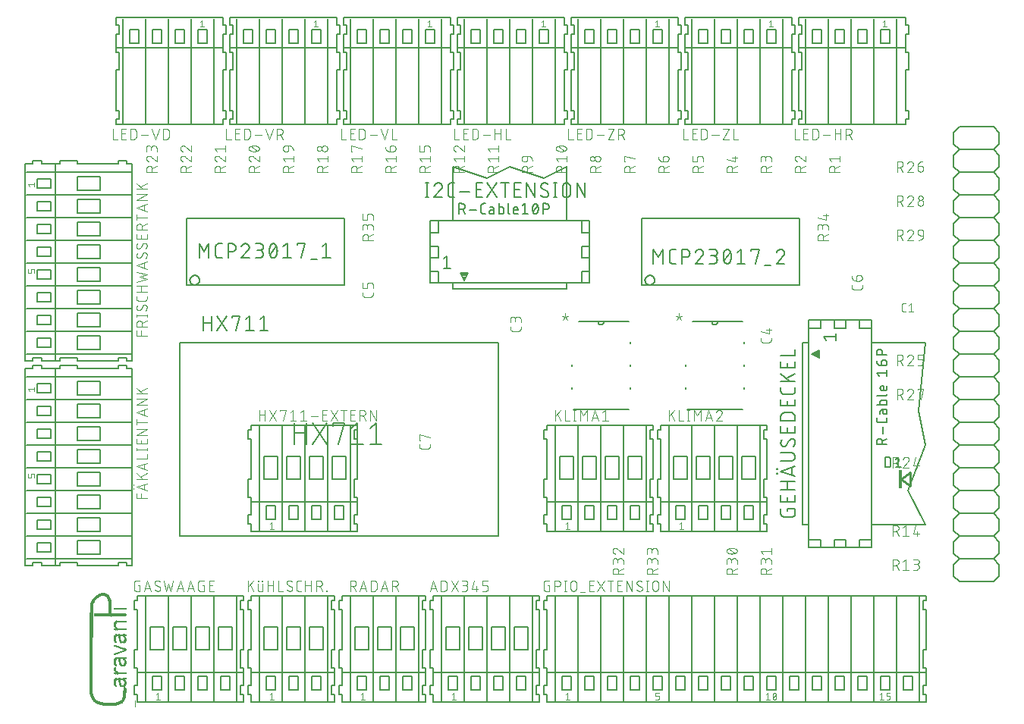
<source format=gbr>
G04 EAGLE Gerber RS-274X export*
G75*
%MOMM*%
%FSLAX34Y34*%
%LPD*%
%INSilkscreen Top*%
%IPPOS*%
%AMOC8*
5,1,8,0,0,1.08239X$1,22.5*%
G01*
%ADD10C,0.203200*%
%ADD11C,0.076200*%
%ADD12C,0.101600*%
%ADD13C,0.254000*%
%ADD14R,0.300000X2.100000*%
%ADD15C,0.127000*%
%ADD16C,0.152400*%
%ADD17R,0.254000X0.508000*%
%ADD18R,0.127000X0.381000*%
%ADD19R,0.254000X0.254000*%
%ADD20C,0.177800*%
%ADD21R,0.508000X0.254000*%
%ADD22R,0.381000X0.127000*%
%ADD23R,0.010000X0.090000*%
%ADD24R,0.010000X0.200000*%
%ADD25R,0.010000X0.240000*%
%ADD26R,0.010000X0.030000*%
%ADD27R,0.010000X0.460000*%
%ADD28R,0.010000X0.320000*%
%ADD29R,0.010000X0.130000*%
%ADD30R,0.010000X0.140000*%
%ADD31R,0.010000X0.180000*%
%ADD32R,0.010000X0.100000*%
%ADD33R,0.010000X0.640000*%
%ADD34R,0.010000X0.380000*%
%ADD35R,0.010000X0.170000*%
%ADD36R,0.010000X0.250000*%
%ADD37R,0.010000X0.190000*%
%ADD38R,0.010000X0.750000*%
%ADD39R,0.010000X0.420000*%
%ADD40R,0.010000X0.220000*%
%ADD41R,0.010000X0.280000*%
%ADD42R,0.010000X0.210000*%
%ADD43R,0.010000X0.850000*%
%ADD44R,0.010000X0.470000*%
%ADD45R,0.010000X0.300000*%
%ADD46R,0.010000X0.930000*%
%ADD47R,0.010000X0.510000*%
%ADD48R,0.010000X0.310000*%
%ADD49R,0.010000X0.230000*%
%ADD50R,0.010000X0.990000*%
%ADD51R,0.010000X0.540000*%
%ADD52R,0.010000X1.040000*%
%ADD53R,0.010000X0.560000*%
%ADD54R,0.010000X1.100000*%
%ADD55R,0.010000X0.600000*%
%ADD56R,0.010000X0.340000*%
%ADD57R,0.010000X1.140000*%
%ADD58R,0.010000X0.620000*%
%ADD59R,0.010000X0.260000*%
%ADD60R,0.010000X1.170000*%
%ADD61R,0.010000X0.650000*%
%ADD62R,0.010000X1.210000*%
%ADD63R,0.010000X0.670000*%
%ADD64R,0.010000X0.360000*%
%ADD65R,0.010000X0.270000*%
%ADD66R,0.010000X1.250000*%
%ADD67R,0.010000X0.690000*%
%ADD68R,0.010000X1.280000*%
%ADD69R,0.010000X0.710000*%
%ADD70R,0.010000X1.300000*%
%ADD71R,0.010000X0.730000*%
%ADD72R,0.010000X1.330000*%
%ADD73R,0.010000X0.740000*%
%ADD74R,0.010000X1.340000*%
%ADD75R,0.010000X0.760000*%
%ADD76R,0.010000X0.390000*%
%ADD77R,0.010000X1.370000*%
%ADD78R,0.010000X0.350000*%
%ADD79R,0.010000X0.490000*%
%ADD80R,0.010000X0.400000*%
%ADD81R,0.010000X1.390000*%
%ADD82R,0.010000X0.450000*%
%ADD83R,0.010000X1.410000*%
%ADD84R,0.010000X0.410000*%
%ADD85R,0.010000X0.290000*%
%ADD86R,0.010000X1.420000*%
%ADD87R,0.010000X1.440000*%
%ADD88R,0.010000X0.370000*%
%ADD89R,0.010000X0.440000*%
%ADD90R,0.010000X1.450000*%
%ADD91R,0.010000X0.330000*%
%ADD92R,0.010000X0.860000*%
%ADD93R,0.010000X0.770000*%
%ADD94R,0.010000X0.660000*%
%ADD95R,0.010000X0.580000*%
%ADD96R,0.010000X0.530000*%
%ADD97R,0.010000X0.480000*%
%ADD98R,0.010000X0.430000*%
%ADD99R,0.010000X0.920000*%
%ADD100R,0.010000X0.910000*%
%ADD101R,0.010000X0.900000*%
%ADD102R,0.010000X0.890000*%
%ADD103R,0.010000X0.880000*%
%ADD104R,0.010000X0.830000*%
%ADD105R,0.010000X0.810000*%
%ADD106R,0.010000X0.780000*%
%ADD107R,0.010000X0.010000*%
%ADD108R,0.010000X0.040000*%
%ADD109R,0.010000X0.070000*%
%ADD110R,0.010000X0.120000*%
%ADD111R,0.010000X0.160000*%
%ADD112R,0.010000X0.150000*%
%ADD113R,0.010000X0.500000*%
%ADD114R,0.010000X0.720000*%
%ADD115R,0.010000X0.870000*%
%ADD116R,0.010000X0.700000*%
%ADD117R,0.010000X0.680000*%
%ADD118R,0.010000X0.630000*%
%ADD119R,0.010000X0.520000*%
%ADD120R,0.010000X0.590000*%
%ADD121R,0.010000X0.550000*%
%ADD122R,0.010000X1.160000*%
%ADD123R,0.010000X1.610000*%
%ADD124R,0.010000X1.700000*%
%ADD125R,0.010000X1.770000*%
%ADD126R,0.010000X1.820000*%
%ADD127R,0.010000X1.870000*%
%ADD128R,0.010000X1.910000*%
%ADD129R,0.010000X1.940000*%
%ADD130R,0.010000X1.980000*%
%ADD131R,0.010000X2.010000*%
%ADD132R,0.010000X2.040000*%
%ADD133R,0.010000X2.060000*%
%ADD134R,0.010000X2.090000*%
%ADD135R,0.010000X2.110000*%
%ADD136R,0.010000X2.130000*%
%ADD137R,0.010000X2.150000*%
%ADD138R,0.010000X2.170000*%
%ADD139R,0.010000X2.190000*%
%ADD140R,0.010000X2.200000*%
%ADD141R,0.010000X2.220000*%
%ADD142R,0.010000X2.230000*%
%ADD143R,0.010000X2.250000*%
%ADD144R,0.010000X2.260000*%
%ADD145R,0.010000X2.280000*%
%ADD146R,0.010000X2.290000*%
%ADD147R,0.010000X2.300000*%
%ADD148R,0.010000X2.310000*%
%ADD149R,0.010000X2.020000*%
%ADD150R,0.010000X0.610000*%
%ADD151R,0.010000X0.570000*%
%ADD152R,0.010000X0.110000*%
%ADD153R,0.010000X0.950000*%
%ADD154R,0.010000X2.590000*%
%ADD155R,0.010000X4.220000*%
%ADD156R,0.010000X5.850000*%
%ADD157R,0.010000X7.480000*%
%ADD158R,0.010000X1.000000*%
%ADD159R,0.010000X9.120000*%
%ADD160R,0.010000X11.040000*%
%ADD161R,0.010000X11.010000*%
%ADD162R,0.010000X10.980000*%
%ADD163R,0.010000X10.940000*%
%ADD164R,0.010000X10.910000*%
%ADD165R,0.010000X10.870000*%
%ADD166R,0.010000X10.840000*%
%ADD167R,0.010000X10.800000*%
%ADD168R,0.010000X10.760000*%
%ADD169R,0.010000X10.720000*%
%ADD170R,0.010000X10.670000*%
%ADD171R,0.010000X10.620000*%
%ADD172R,0.010000X10.580000*%
%ADD173R,0.010000X10.540000*%
%ADD174R,0.010000X10.480000*%
%ADD175R,0.010000X10.420000*%
%ADD176R,0.010000X10.360000*%
%ADD177R,0.010000X10.300000*%
%ADD178R,0.010000X10.230000*%
%ADD179R,0.010000X10.150000*%
%ADD180R,0.010000X10.060000*%
%ADD181R,0.010000X9.950000*%
%ADD182R,0.010000X9.100000*%
%ADD183R,0.010000X7.410000*%
%ADD184R,0.010000X5.720000*%
%ADD185R,0.010000X4.020000*%
%ADD186C,0.000000*%


D10*
X460100Y136900D02*
X460100Y131400D01*
X456600Y131400D01*
X456600Y121400D01*
X460100Y121400D01*
X460100Y76400D01*
X456600Y76400D01*
X456600Y56400D01*
X460100Y56400D01*
X460100Y36400D01*
X456600Y36400D01*
X456600Y26400D01*
X460100Y26400D01*
X460100Y17900D01*
X579050Y17900D01*
X579050Y26400D01*
X579050Y36400D02*
X579050Y51400D01*
X579050Y56400D01*
X579050Y76400D02*
X579050Y121400D01*
X579050Y131400D02*
X579050Y136900D01*
X460100Y136900D01*
X475100Y101400D02*
X475100Y76400D01*
X490100Y76400D01*
X490100Y101400D01*
X475100Y101400D01*
X460100Y51400D02*
X579050Y51400D01*
X477600Y46400D02*
X477600Y31400D01*
X487600Y31400D01*
X487600Y46400D01*
X477600Y46400D01*
X575550Y131400D02*
X579050Y131400D01*
X575550Y131400D02*
X575550Y121400D01*
X579050Y121400D01*
X579050Y76400D02*
X575550Y76400D01*
X575550Y56400D01*
X579050Y56400D01*
X579050Y36400D02*
X575550Y36400D01*
X575550Y26400D01*
X579050Y26400D01*
X469900Y19050D02*
X469900Y135890D01*
X495300Y135890D02*
X495300Y19050D01*
X500500Y76400D02*
X500500Y101400D01*
X500500Y76400D02*
X515500Y76400D01*
X515500Y101400D01*
X500500Y101400D01*
X503000Y46400D02*
X503000Y31400D01*
X513000Y31400D01*
X513000Y46400D01*
X503000Y46400D01*
X520700Y19050D02*
X520700Y135890D01*
X525900Y101400D02*
X525900Y76400D01*
X540900Y76400D01*
X540900Y101400D01*
X525900Y101400D01*
X528400Y46400D02*
X528400Y31400D01*
X538400Y31400D01*
X538400Y46400D01*
X528400Y46400D01*
X546100Y19050D02*
X546100Y135890D01*
X551300Y101400D02*
X551300Y76400D01*
X566300Y76400D01*
X566300Y101400D01*
X551300Y101400D01*
X553800Y46400D02*
X553800Y31400D01*
X563800Y31400D01*
X563800Y46400D01*
X553800Y46400D01*
X571500Y19050D02*
X571500Y135890D01*
D11*
X483527Y28147D02*
X481481Y26510D01*
X483527Y28147D02*
X483527Y20781D01*
X481481Y20781D02*
X485573Y20781D01*
D12*
X456708Y141908D02*
X460603Y153592D01*
X464497Y141908D01*
X463524Y144829D02*
X457682Y144829D01*
X469168Y141908D02*
X469168Y153592D01*
X472414Y153592D01*
X472527Y153590D01*
X472640Y153584D01*
X472753Y153574D01*
X472866Y153560D01*
X472978Y153543D01*
X473089Y153521D01*
X473199Y153496D01*
X473309Y153466D01*
X473417Y153433D01*
X473524Y153396D01*
X473630Y153356D01*
X473734Y153311D01*
X473837Y153263D01*
X473938Y153212D01*
X474037Y153157D01*
X474134Y153099D01*
X474229Y153037D01*
X474322Y152972D01*
X474412Y152904D01*
X474500Y152833D01*
X474586Y152758D01*
X474669Y152681D01*
X474749Y152601D01*
X474826Y152518D01*
X474901Y152432D01*
X474972Y152344D01*
X475040Y152254D01*
X475105Y152161D01*
X475167Y152066D01*
X475225Y151969D01*
X475280Y151870D01*
X475331Y151769D01*
X475379Y151666D01*
X475424Y151562D01*
X475464Y151456D01*
X475501Y151349D01*
X475534Y151241D01*
X475564Y151131D01*
X475589Y151021D01*
X475611Y150910D01*
X475628Y150798D01*
X475642Y150685D01*
X475652Y150572D01*
X475658Y150459D01*
X475660Y150346D01*
X475659Y150346D02*
X475659Y145154D01*
X475660Y145154D02*
X475658Y145041D01*
X475652Y144928D01*
X475642Y144815D01*
X475628Y144702D01*
X475611Y144590D01*
X475589Y144479D01*
X475564Y144369D01*
X475534Y144259D01*
X475501Y144151D01*
X475464Y144044D01*
X475424Y143938D01*
X475379Y143834D01*
X475331Y143731D01*
X475280Y143630D01*
X475225Y143531D01*
X475167Y143434D01*
X475105Y143339D01*
X475040Y143246D01*
X474972Y143156D01*
X474901Y143068D01*
X474826Y142982D01*
X474749Y142899D01*
X474669Y142819D01*
X474586Y142742D01*
X474500Y142667D01*
X474412Y142596D01*
X474322Y142528D01*
X474229Y142463D01*
X474134Y142401D01*
X474037Y142343D01*
X473938Y142288D01*
X473837Y142237D01*
X473734Y142189D01*
X473630Y142144D01*
X473524Y142104D01*
X473417Y142067D01*
X473309Y142034D01*
X473199Y142004D01*
X473089Y141979D01*
X472978Y141957D01*
X472866Y141940D01*
X472753Y141926D01*
X472640Y141916D01*
X472527Y141910D01*
X472414Y141908D01*
X469168Y141908D01*
X480330Y141908D02*
X488119Y153592D01*
X480330Y153592D02*
X488119Y141908D01*
X492409Y141908D02*
X495655Y141908D01*
X495768Y141910D01*
X495881Y141916D01*
X495994Y141926D01*
X496107Y141940D01*
X496219Y141957D01*
X496330Y141979D01*
X496440Y142004D01*
X496550Y142034D01*
X496658Y142067D01*
X496765Y142104D01*
X496871Y142144D01*
X496975Y142189D01*
X497078Y142237D01*
X497179Y142288D01*
X497278Y142343D01*
X497375Y142401D01*
X497470Y142463D01*
X497563Y142528D01*
X497653Y142596D01*
X497741Y142667D01*
X497827Y142742D01*
X497910Y142819D01*
X497990Y142899D01*
X498067Y142982D01*
X498142Y143068D01*
X498213Y143156D01*
X498281Y143246D01*
X498346Y143339D01*
X498408Y143434D01*
X498466Y143531D01*
X498521Y143630D01*
X498572Y143731D01*
X498620Y143834D01*
X498665Y143938D01*
X498705Y144044D01*
X498742Y144151D01*
X498775Y144259D01*
X498805Y144369D01*
X498830Y144479D01*
X498852Y144590D01*
X498869Y144702D01*
X498883Y144815D01*
X498893Y144928D01*
X498899Y145041D01*
X498901Y145154D01*
X498899Y145267D01*
X498893Y145380D01*
X498883Y145493D01*
X498869Y145606D01*
X498852Y145718D01*
X498830Y145829D01*
X498805Y145939D01*
X498775Y146049D01*
X498742Y146157D01*
X498705Y146264D01*
X498665Y146370D01*
X498620Y146474D01*
X498572Y146577D01*
X498521Y146678D01*
X498466Y146777D01*
X498408Y146874D01*
X498346Y146969D01*
X498281Y147062D01*
X498213Y147152D01*
X498142Y147240D01*
X498067Y147326D01*
X497990Y147409D01*
X497910Y147489D01*
X497827Y147566D01*
X497741Y147641D01*
X497653Y147712D01*
X497563Y147780D01*
X497470Y147845D01*
X497375Y147907D01*
X497278Y147965D01*
X497179Y148020D01*
X497078Y148071D01*
X496975Y148119D01*
X496871Y148164D01*
X496765Y148204D01*
X496658Y148241D01*
X496550Y148274D01*
X496440Y148304D01*
X496330Y148329D01*
X496219Y148351D01*
X496107Y148368D01*
X495994Y148382D01*
X495881Y148392D01*
X495768Y148398D01*
X495655Y148400D01*
X496304Y153592D02*
X492409Y153592D01*
X496304Y153592D02*
X496405Y153590D01*
X496505Y153584D01*
X496605Y153574D01*
X496705Y153561D01*
X496804Y153543D01*
X496903Y153522D01*
X497000Y153497D01*
X497097Y153468D01*
X497192Y153435D01*
X497286Y153399D01*
X497378Y153359D01*
X497469Y153316D01*
X497558Y153269D01*
X497645Y153219D01*
X497731Y153165D01*
X497814Y153108D01*
X497894Y153048D01*
X497973Y152985D01*
X498049Y152918D01*
X498122Y152849D01*
X498192Y152777D01*
X498260Y152703D01*
X498325Y152626D01*
X498386Y152546D01*
X498445Y152464D01*
X498500Y152380D01*
X498552Y152294D01*
X498601Y152206D01*
X498646Y152116D01*
X498688Y152024D01*
X498726Y151931D01*
X498760Y151836D01*
X498791Y151741D01*
X498818Y151644D01*
X498841Y151546D01*
X498861Y151447D01*
X498876Y151347D01*
X498888Y151247D01*
X498896Y151147D01*
X498900Y151046D01*
X498900Y150946D01*
X498896Y150845D01*
X498888Y150745D01*
X498876Y150645D01*
X498861Y150545D01*
X498841Y150446D01*
X498818Y150348D01*
X498791Y150251D01*
X498760Y150156D01*
X498726Y150061D01*
X498688Y149968D01*
X498646Y149876D01*
X498601Y149786D01*
X498552Y149698D01*
X498500Y149612D01*
X498445Y149528D01*
X498386Y149446D01*
X498325Y149366D01*
X498260Y149289D01*
X498192Y149215D01*
X498122Y149143D01*
X498049Y149074D01*
X497973Y149007D01*
X497894Y148944D01*
X497814Y148884D01*
X497731Y148827D01*
X497645Y148773D01*
X497558Y148723D01*
X497469Y148676D01*
X497378Y148633D01*
X497286Y148593D01*
X497192Y148557D01*
X497097Y148524D01*
X497000Y148495D01*
X496903Y148470D01*
X496804Y148449D01*
X496705Y148431D01*
X496605Y148418D01*
X496505Y148408D01*
X496405Y148402D01*
X496304Y148400D01*
X496304Y148399D02*
X493707Y148399D01*
X503839Y144504D02*
X506435Y153592D01*
X503839Y144504D02*
X510330Y144504D01*
X508383Y147101D02*
X508383Y141908D01*
X515269Y141908D02*
X519164Y141908D01*
X519263Y141910D01*
X519363Y141916D01*
X519462Y141925D01*
X519560Y141938D01*
X519658Y141955D01*
X519756Y141976D01*
X519852Y142001D01*
X519947Y142029D01*
X520041Y142061D01*
X520134Y142096D01*
X520226Y142135D01*
X520316Y142178D01*
X520404Y142223D01*
X520491Y142273D01*
X520575Y142325D01*
X520658Y142381D01*
X520738Y142439D01*
X520816Y142501D01*
X520891Y142566D01*
X520964Y142634D01*
X521034Y142704D01*
X521102Y142777D01*
X521167Y142852D01*
X521229Y142930D01*
X521287Y143010D01*
X521343Y143093D01*
X521395Y143177D01*
X521445Y143264D01*
X521490Y143352D01*
X521533Y143442D01*
X521572Y143534D01*
X521607Y143627D01*
X521639Y143721D01*
X521667Y143816D01*
X521692Y143912D01*
X521713Y144010D01*
X521730Y144108D01*
X521743Y144206D01*
X521752Y144305D01*
X521758Y144405D01*
X521760Y144504D01*
X521760Y145803D01*
X521758Y145902D01*
X521752Y146002D01*
X521743Y146101D01*
X521730Y146199D01*
X521713Y146297D01*
X521692Y146395D01*
X521667Y146491D01*
X521639Y146586D01*
X521607Y146680D01*
X521572Y146773D01*
X521533Y146865D01*
X521490Y146955D01*
X521445Y147043D01*
X521395Y147130D01*
X521343Y147214D01*
X521287Y147297D01*
X521229Y147377D01*
X521167Y147455D01*
X521102Y147530D01*
X521034Y147603D01*
X520964Y147673D01*
X520891Y147741D01*
X520816Y147806D01*
X520738Y147868D01*
X520658Y147926D01*
X520575Y147982D01*
X520491Y148034D01*
X520404Y148084D01*
X520316Y148129D01*
X520226Y148172D01*
X520134Y148211D01*
X520041Y148246D01*
X519947Y148278D01*
X519852Y148306D01*
X519756Y148331D01*
X519658Y148352D01*
X519560Y148369D01*
X519462Y148382D01*
X519363Y148391D01*
X519263Y148397D01*
X519164Y148399D01*
X515269Y148399D01*
X515269Y153592D01*
X521760Y153592D01*
D11*
X985791Y453771D02*
X987879Y453771D01*
X985791Y453771D02*
X985702Y453773D01*
X985614Y453779D01*
X985526Y453788D01*
X985438Y453801D01*
X985351Y453818D01*
X985265Y453838D01*
X985180Y453863D01*
X985095Y453890D01*
X985012Y453922D01*
X984931Y453956D01*
X984851Y453995D01*
X984773Y454036D01*
X984696Y454081D01*
X984622Y454129D01*
X984549Y454180D01*
X984479Y454234D01*
X984412Y454292D01*
X984346Y454352D01*
X984284Y454414D01*
X984224Y454480D01*
X984166Y454547D01*
X984112Y454617D01*
X984061Y454690D01*
X984013Y454764D01*
X983968Y454841D01*
X983927Y454919D01*
X983888Y454999D01*
X983854Y455080D01*
X983822Y455163D01*
X983795Y455248D01*
X983770Y455333D01*
X983750Y455419D01*
X983733Y455506D01*
X983720Y455594D01*
X983711Y455682D01*
X983705Y455770D01*
X983703Y455859D01*
X983702Y455859D02*
X983702Y461081D01*
X983703Y461081D02*
X983705Y461172D01*
X983711Y461263D01*
X983721Y461354D01*
X983735Y461444D01*
X983752Y461533D01*
X983774Y461621D01*
X983800Y461709D01*
X983829Y461795D01*
X983862Y461880D01*
X983899Y461963D01*
X983939Y462045D01*
X983983Y462125D01*
X984030Y462203D01*
X984081Y462279D01*
X984134Y462352D01*
X984191Y462423D01*
X984252Y462492D01*
X984315Y462557D01*
X984380Y462620D01*
X984449Y462680D01*
X984520Y462738D01*
X984593Y462791D01*
X984669Y462842D01*
X984747Y462889D01*
X984827Y462933D01*
X984909Y462973D01*
X984992Y463010D01*
X985077Y463043D01*
X985163Y463072D01*
X985251Y463098D01*
X985339Y463120D01*
X985428Y463137D01*
X985518Y463151D01*
X985609Y463161D01*
X985700Y463167D01*
X985791Y463169D01*
X987879Y463169D01*
X991348Y461081D02*
X993958Y463169D01*
X993958Y453771D01*
X991348Y453771D02*
X996569Y453771D01*
D12*
X558292Y437501D02*
X558292Y434904D01*
X558290Y434805D01*
X558284Y434705D01*
X558275Y434606D01*
X558262Y434508D01*
X558245Y434410D01*
X558224Y434312D01*
X558199Y434216D01*
X558171Y434121D01*
X558139Y434027D01*
X558104Y433934D01*
X558065Y433842D01*
X558022Y433752D01*
X557977Y433664D01*
X557927Y433577D01*
X557875Y433493D01*
X557819Y433410D01*
X557761Y433330D01*
X557699Y433252D01*
X557634Y433177D01*
X557566Y433104D01*
X557496Y433034D01*
X557423Y432966D01*
X557348Y432901D01*
X557270Y432839D01*
X557190Y432781D01*
X557107Y432725D01*
X557023Y432673D01*
X556936Y432623D01*
X556848Y432578D01*
X556758Y432535D01*
X556666Y432496D01*
X556573Y432461D01*
X556479Y432429D01*
X556384Y432401D01*
X556288Y432376D01*
X556190Y432355D01*
X556092Y432338D01*
X555994Y432325D01*
X555895Y432316D01*
X555795Y432310D01*
X555696Y432308D01*
X549204Y432308D01*
X549105Y432310D01*
X549005Y432316D01*
X548906Y432325D01*
X548808Y432338D01*
X548710Y432356D01*
X548612Y432376D01*
X548516Y432401D01*
X548420Y432429D01*
X548326Y432461D01*
X548233Y432496D01*
X548142Y432535D01*
X548052Y432578D01*
X547963Y432623D01*
X547877Y432673D01*
X547792Y432725D01*
X547710Y432781D01*
X547630Y432840D01*
X547552Y432901D01*
X547476Y432966D01*
X547403Y433034D01*
X547333Y433104D01*
X547265Y433177D01*
X547200Y433253D01*
X547139Y433331D01*
X547080Y433411D01*
X547024Y433493D01*
X546972Y433578D01*
X546923Y433664D01*
X546877Y433753D01*
X546834Y433843D01*
X546795Y433934D01*
X546760Y434027D01*
X546728Y434121D01*
X546700Y434217D01*
X546675Y434313D01*
X546655Y434411D01*
X546637Y434509D01*
X546624Y434607D01*
X546615Y434706D01*
X546609Y434805D01*
X546607Y434905D01*
X546608Y434904D02*
X546608Y437501D01*
X558292Y441866D02*
X558292Y445112D01*
X558290Y445225D01*
X558284Y445338D01*
X558274Y445451D01*
X558260Y445564D01*
X558243Y445676D01*
X558221Y445787D01*
X558196Y445897D01*
X558166Y446007D01*
X558133Y446115D01*
X558096Y446222D01*
X558056Y446328D01*
X558011Y446432D01*
X557963Y446535D01*
X557912Y446636D01*
X557857Y446735D01*
X557799Y446832D01*
X557737Y446927D01*
X557672Y447020D01*
X557604Y447110D01*
X557533Y447198D01*
X557458Y447284D01*
X557381Y447367D01*
X557301Y447447D01*
X557218Y447524D01*
X557132Y447599D01*
X557044Y447670D01*
X556954Y447738D01*
X556861Y447803D01*
X556766Y447865D01*
X556669Y447923D01*
X556570Y447978D01*
X556469Y448029D01*
X556366Y448077D01*
X556262Y448122D01*
X556156Y448162D01*
X556049Y448199D01*
X555941Y448232D01*
X555831Y448262D01*
X555721Y448287D01*
X555610Y448309D01*
X555498Y448326D01*
X555385Y448340D01*
X555272Y448350D01*
X555159Y448356D01*
X555046Y448358D01*
X554933Y448356D01*
X554820Y448350D01*
X554707Y448340D01*
X554594Y448326D01*
X554482Y448309D01*
X554371Y448287D01*
X554261Y448262D01*
X554151Y448232D01*
X554043Y448199D01*
X553936Y448162D01*
X553830Y448122D01*
X553726Y448077D01*
X553623Y448029D01*
X553522Y447978D01*
X553423Y447923D01*
X553326Y447865D01*
X553231Y447803D01*
X553138Y447738D01*
X553048Y447670D01*
X552960Y447599D01*
X552874Y447524D01*
X552791Y447447D01*
X552711Y447367D01*
X552634Y447284D01*
X552559Y447198D01*
X552488Y447110D01*
X552420Y447020D01*
X552355Y446927D01*
X552293Y446832D01*
X552235Y446735D01*
X552180Y446636D01*
X552129Y446535D01*
X552081Y446432D01*
X552036Y446328D01*
X551996Y446222D01*
X551959Y446115D01*
X551926Y446007D01*
X551896Y445897D01*
X551871Y445787D01*
X551849Y445676D01*
X551832Y445564D01*
X551818Y445451D01*
X551808Y445338D01*
X551802Y445225D01*
X551800Y445112D01*
X546608Y445761D02*
X546608Y441866D01*
X546608Y445761D02*
X546610Y445862D01*
X546616Y445962D01*
X546626Y446062D01*
X546639Y446162D01*
X546657Y446261D01*
X546678Y446360D01*
X546703Y446457D01*
X546732Y446554D01*
X546765Y446649D01*
X546801Y446743D01*
X546841Y446835D01*
X546884Y446926D01*
X546931Y447015D01*
X546981Y447102D01*
X547035Y447188D01*
X547092Y447271D01*
X547152Y447351D01*
X547215Y447430D01*
X547282Y447506D01*
X547351Y447579D01*
X547423Y447649D01*
X547497Y447717D01*
X547574Y447782D01*
X547654Y447843D01*
X547736Y447902D01*
X547820Y447957D01*
X547906Y448009D01*
X547994Y448058D01*
X548084Y448103D01*
X548176Y448145D01*
X548269Y448183D01*
X548364Y448217D01*
X548459Y448248D01*
X548556Y448275D01*
X548654Y448298D01*
X548753Y448318D01*
X548853Y448333D01*
X548953Y448345D01*
X549053Y448353D01*
X549154Y448357D01*
X549254Y448357D01*
X549355Y448353D01*
X549455Y448345D01*
X549555Y448333D01*
X549655Y448318D01*
X549754Y448298D01*
X549852Y448275D01*
X549949Y448248D01*
X550044Y448217D01*
X550139Y448183D01*
X550232Y448145D01*
X550324Y448103D01*
X550414Y448058D01*
X550502Y448009D01*
X550588Y447957D01*
X550672Y447902D01*
X550754Y447843D01*
X550834Y447782D01*
X550911Y447717D01*
X550985Y447649D01*
X551057Y447579D01*
X551126Y447506D01*
X551193Y447430D01*
X551256Y447351D01*
X551316Y447271D01*
X551373Y447188D01*
X551427Y447102D01*
X551477Y447015D01*
X551524Y446926D01*
X551567Y446835D01*
X551607Y446743D01*
X551643Y446649D01*
X551676Y446554D01*
X551705Y446457D01*
X551730Y446360D01*
X551751Y446261D01*
X551769Y446162D01*
X551782Y446062D01*
X551792Y445962D01*
X551798Y445862D01*
X551800Y445761D01*
X551801Y445761D02*
X551801Y443164D01*
X837692Y424801D02*
X837692Y422204D01*
X837690Y422105D01*
X837684Y422005D01*
X837675Y421906D01*
X837662Y421808D01*
X837645Y421710D01*
X837624Y421612D01*
X837599Y421516D01*
X837571Y421421D01*
X837539Y421327D01*
X837504Y421234D01*
X837465Y421142D01*
X837422Y421052D01*
X837377Y420964D01*
X837327Y420877D01*
X837275Y420793D01*
X837219Y420710D01*
X837161Y420630D01*
X837099Y420552D01*
X837034Y420477D01*
X836966Y420404D01*
X836896Y420334D01*
X836823Y420266D01*
X836748Y420201D01*
X836670Y420139D01*
X836590Y420081D01*
X836507Y420025D01*
X836423Y419973D01*
X836336Y419923D01*
X836248Y419878D01*
X836158Y419835D01*
X836066Y419796D01*
X835973Y419761D01*
X835879Y419729D01*
X835784Y419701D01*
X835688Y419676D01*
X835590Y419655D01*
X835492Y419638D01*
X835394Y419625D01*
X835295Y419616D01*
X835195Y419610D01*
X835096Y419608D01*
X828604Y419608D01*
X828505Y419610D01*
X828405Y419616D01*
X828306Y419625D01*
X828208Y419638D01*
X828110Y419656D01*
X828012Y419676D01*
X827916Y419701D01*
X827820Y419729D01*
X827726Y419761D01*
X827633Y419796D01*
X827542Y419835D01*
X827452Y419878D01*
X827363Y419923D01*
X827277Y419973D01*
X827192Y420025D01*
X827110Y420081D01*
X827030Y420140D01*
X826952Y420201D01*
X826876Y420266D01*
X826803Y420334D01*
X826733Y420404D01*
X826665Y420477D01*
X826600Y420553D01*
X826539Y420631D01*
X826480Y420711D01*
X826424Y420793D01*
X826372Y420878D01*
X826323Y420964D01*
X826277Y421053D01*
X826234Y421143D01*
X826195Y421234D01*
X826160Y421327D01*
X826128Y421421D01*
X826100Y421517D01*
X826075Y421613D01*
X826055Y421711D01*
X826037Y421809D01*
X826024Y421907D01*
X826015Y422006D01*
X826009Y422105D01*
X826007Y422205D01*
X826008Y422204D02*
X826008Y424801D01*
X826008Y431763D02*
X835096Y429166D01*
X835096Y435657D01*
X832499Y433710D02*
X837692Y433710D01*
X393192Y473004D02*
X393192Y475601D01*
X393192Y473004D02*
X393190Y472905D01*
X393184Y472805D01*
X393175Y472706D01*
X393162Y472608D01*
X393145Y472510D01*
X393124Y472412D01*
X393099Y472316D01*
X393071Y472221D01*
X393039Y472127D01*
X393004Y472034D01*
X392965Y471942D01*
X392922Y471852D01*
X392877Y471764D01*
X392827Y471677D01*
X392775Y471593D01*
X392719Y471510D01*
X392661Y471430D01*
X392599Y471352D01*
X392534Y471277D01*
X392466Y471204D01*
X392396Y471134D01*
X392323Y471066D01*
X392248Y471001D01*
X392170Y470939D01*
X392090Y470881D01*
X392007Y470825D01*
X391923Y470773D01*
X391836Y470723D01*
X391748Y470678D01*
X391658Y470635D01*
X391566Y470596D01*
X391473Y470561D01*
X391379Y470529D01*
X391284Y470501D01*
X391188Y470476D01*
X391090Y470455D01*
X390992Y470438D01*
X390894Y470425D01*
X390795Y470416D01*
X390695Y470410D01*
X390596Y470408D01*
X384104Y470408D01*
X384005Y470410D01*
X383905Y470416D01*
X383806Y470425D01*
X383708Y470438D01*
X383610Y470456D01*
X383512Y470476D01*
X383416Y470501D01*
X383320Y470529D01*
X383226Y470561D01*
X383133Y470596D01*
X383042Y470635D01*
X382952Y470678D01*
X382863Y470723D01*
X382777Y470773D01*
X382692Y470825D01*
X382610Y470881D01*
X382530Y470940D01*
X382452Y471001D01*
X382376Y471066D01*
X382303Y471134D01*
X382233Y471204D01*
X382165Y471277D01*
X382100Y471353D01*
X382039Y471431D01*
X381980Y471511D01*
X381924Y471593D01*
X381872Y471678D01*
X381823Y471764D01*
X381777Y471853D01*
X381734Y471943D01*
X381695Y472034D01*
X381660Y472127D01*
X381628Y472221D01*
X381600Y472317D01*
X381575Y472413D01*
X381555Y472511D01*
X381537Y472609D01*
X381524Y472707D01*
X381515Y472806D01*
X381509Y472905D01*
X381507Y473005D01*
X381508Y473004D02*
X381508Y475601D01*
X393192Y479966D02*
X393192Y483861D01*
X393190Y483960D01*
X393184Y484060D01*
X393175Y484159D01*
X393162Y484257D01*
X393145Y484355D01*
X393124Y484453D01*
X393099Y484549D01*
X393071Y484644D01*
X393039Y484738D01*
X393004Y484831D01*
X392965Y484923D01*
X392922Y485013D01*
X392877Y485101D01*
X392827Y485188D01*
X392775Y485272D01*
X392719Y485355D01*
X392661Y485435D01*
X392599Y485513D01*
X392534Y485588D01*
X392466Y485661D01*
X392396Y485731D01*
X392323Y485799D01*
X392248Y485864D01*
X392170Y485926D01*
X392090Y485984D01*
X392007Y486040D01*
X391923Y486092D01*
X391836Y486142D01*
X391748Y486187D01*
X391658Y486230D01*
X391566Y486269D01*
X391473Y486304D01*
X391379Y486336D01*
X391284Y486364D01*
X391188Y486389D01*
X391090Y486410D01*
X390992Y486427D01*
X390894Y486440D01*
X390795Y486449D01*
X390695Y486455D01*
X390596Y486457D01*
X389297Y486457D01*
X389198Y486455D01*
X389098Y486449D01*
X388999Y486440D01*
X388901Y486427D01*
X388803Y486410D01*
X388705Y486389D01*
X388609Y486364D01*
X388514Y486336D01*
X388420Y486304D01*
X388327Y486269D01*
X388235Y486230D01*
X388145Y486187D01*
X388057Y486142D01*
X387970Y486092D01*
X387886Y486040D01*
X387803Y485984D01*
X387723Y485926D01*
X387645Y485864D01*
X387570Y485799D01*
X387497Y485731D01*
X387427Y485661D01*
X387359Y485588D01*
X387294Y485513D01*
X387232Y485435D01*
X387174Y485355D01*
X387118Y485272D01*
X387066Y485188D01*
X387016Y485101D01*
X386971Y485013D01*
X386928Y484923D01*
X386889Y484831D01*
X386854Y484738D01*
X386822Y484644D01*
X386794Y484549D01*
X386769Y484453D01*
X386748Y484355D01*
X386731Y484257D01*
X386718Y484159D01*
X386709Y484060D01*
X386703Y483960D01*
X386701Y483861D01*
X386701Y479966D01*
X381508Y479966D01*
X381508Y486457D01*
X939292Y483936D02*
X939292Y481339D01*
X939290Y481240D01*
X939284Y481140D01*
X939275Y481041D01*
X939262Y480943D01*
X939245Y480845D01*
X939224Y480747D01*
X939199Y480651D01*
X939171Y480556D01*
X939139Y480462D01*
X939104Y480369D01*
X939065Y480277D01*
X939022Y480187D01*
X938977Y480099D01*
X938927Y480012D01*
X938875Y479928D01*
X938819Y479845D01*
X938761Y479765D01*
X938699Y479687D01*
X938634Y479612D01*
X938566Y479539D01*
X938496Y479469D01*
X938423Y479401D01*
X938348Y479336D01*
X938270Y479274D01*
X938190Y479216D01*
X938107Y479160D01*
X938023Y479108D01*
X937936Y479058D01*
X937848Y479013D01*
X937758Y478970D01*
X937666Y478931D01*
X937573Y478896D01*
X937479Y478864D01*
X937384Y478836D01*
X937288Y478811D01*
X937190Y478790D01*
X937092Y478773D01*
X936994Y478760D01*
X936895Y478751D01*
X936795Y478745D01*
X936696Y478743D01*
X930204Y478743D01*
X930204Y478742D02*
X930105Y478744D01*
X930005Y478750D01*
X929906Y478759D01*
X929808Y478772D01*
X929710Y478790D01*
X929612Y478810D01*
X929516Y478835D01*
X929420Y478863D01*
X929326Y478895D01*
X929233Y478930D01*
X929142Y478969D01*
X929052Y479012D01*
X928963Y479057D01*
X928877Y479107D01*
X928792Y479159D01*
X928710Y479215D01*
X928630Y479274D01*
X928552Y479335D01*
X928476Y479400D01*
X928403Y479468D01*
X928333Y479538D01*
X928265Y479611D01*
X928200Y479687D01*
X928139Y479765D01*
X928080Y479845D01*
X928024Y479927D01*
X927972Y480012D01*
X927923Y480098D01*
X927877Y480187D01*
X927834Y480277D01*
X927795Y480368D01*
X927760Y480461D01*
X927728Y480555D01*
X927700Y480651D01*
X927675Y480747D01*
X927655Y480845D01*
X927637Y480943D01*
X927624Y481041D01*
X927615Y481140D01*
X927609Y481239D01*
X927607Y481339D01*
X927608Y481339D02*
X927608Y483936D01*
X932801Y488301D02*
X932801Y492196D01*
X932803Y492295D01*
X932809Y492395D01*
X932818Y492494D01*
X932831Y492592D01*
X932848Y492690D01*
X932869Y492788D01*
X932894Y492884D01*
X932922Y492979D01*
X932954Y493073D01*
X932989Y493166D01*
X933028Y493258D01*
X933071Y493348D01*
X933116Y493436D01*
X933166Y493523D01*
X933218Y493607D01*
X933274Y493690D01*
X933332Y493770D01*
X933394Y493848D01*
X933459Y493923D01*
X933527Y493996D01*
X933597Y494066D01*
X933670Y494134D01*
X933745Y494199D01*
X933823Y494261D01*
X933903Y494319D01*
X933986Y494375D01*
X934070Y494427D01*
X934157Y494477D01*
X934245Y494522D01*
X934335Y494565D01*
X934427Y494604D01*
X934520Y494639D01*
X934614Y494671D01*
X934709Y494699D01*
X934805Y494724D01*
X934903Y494745D01*
X935001Y494762D01*
X935099Y494775D01*
X935198Y494784D01*
X935298Y494790D01*
X935397Y494792D01*
X936046Y494792D01*
X936159Y494790D01*
X936272Y494784D01*
X936385Y494774D01*
X936498Y494760D01*
X936610Y494743D01*
X936721Y494721D01*
X936831Y494696D01*
X936941Y494666D01*
X937049Y494633D01*
X937156Y494596D01*
X937262Y494556D01*
X937366Y494511D01*
X937469Y494463D01*
X937570Y494412D01*
X937669Y494357D01*
X937766Y494299D01*
X937861Y494237D01*
X937954Y494172D01*
X938044Y494104D01*
X938132Y494033D01*
X938218Y493958D01*
X938301Y493881D01*
X938381Y493801D01*
X938458Y493718D01*
X938533Y493632D01*
X938604Y493544D01*
X938672Y493454D01*
X938737Y493361D01*
X938799Y493266D01*
X938857Y493169D01*
X938912Y493070D01*
X938963Y492969D01*
X939011Y492866D01*
X939056Y492762D01*
X939096Y492656D01*
X939133Y492549D01*
X939166Y492441D01*
X939196Y492331D01*
X939221Y492221D01*
X939243Y492110D01*
X939260Y491998D01*
X939274Y491885D01*
X939284Y491772D01*
X939290Y491659D01*
X939292Y491546D01*
X939290Y491433D01*
X939284Y491320D01*
X939274Y491207D01*
X939260Y491094D01*
X939243Y490982D01*
X939221Y490871D01*
X939196Y490761D01*
X939166Y490651D01*
X939133Y490543D01*
X939096Y490436D01*
X939056Y490330D01*
X939011Y490226D01*
X938963Y490123D01*
X938912Y490022D01*
X938857Y489923D01*
X938799Y489826D01*
X938737Y489731D01*
X938672Y489638D01*
X938604Y489548D01*
X938533Y489460D01*
X938458Y489374D01*
X938381Y489291D01*
X938301Y489211D01*
X938218Y489134D01*
X938132Y489059D01*
X938044Y488988D01*
X937954Y488920D01*
X937861Y488855D01*
X937766Y488793D01*
X937669Y488735D01*
X937570Y488680D01*
X937469Y488629D01*
X937366Y488581D01*
X937262Y488536D01*
X937156Y488496D01*
X937049Y488459D01*
X936941Y488426D01*
X936831Y488396D01*
X936721Y488371D01*
X936610Y488349D01*
X936498Y488332D01*
X936385Y488318D01*
X936272Y488308D01*
X936159Y488302D01*
X936046Y488300D01*
X936046Y488301D02*
X932801Y488301D01*
X932658Y488303D01*
X932515Y488309D01*
X932372Y488319D01*
X932230Y488333D01*
X932088Y488350D01*
X931946Y488372D01*
X931805Y488397D01*
X931665Y488427D01*
X931526Y488460D01*
X931388Y488497D01*
X931251Y488538D01*
X931115Y488582D01*
X930980Y488631D01*
X930847Y488683D01*
X930715Y488738D01*
X930585Y488798D01*
X930456Y488861D01*
X930329Y488927D01*
X930205Y488997D01*
X930082Y489070D01*
X929961Y489147D01*
X929842Y489226D01*
X929726Y489310D01*
X929611Y489396D01*
X929500Y489485D01*
X929391Y489578D01*
X929284Y489673D01*
X929180Y489772D01*
X929079Y489873D01*
X928980Y489977D01*
X928885Y490083D01*
X928792Y490193D01*
X928703Y490304D01*
X928617Y490418D01*
X928534Y490535D01*
X928454Y490654D01*
X928377Y490775D01*
X928304Y490897D01*
X928234Y491022D01*
X928168Y491149D01*
X928105Y491278D01*
X928045Y491408D01*
X927990Y491540D01*
X927938Y491673D01*
X927889Y491808D01*
X927845Y491944D01*
X927804Y492081D01*
X927767Y492219D01*
X927734Y492358D01*
X927704Y492498D01*
X927679Y492639D01*
X927657Y492781D01*
X927640Y492923D01*
X927626Y493065D01*
X927616Y493208D01*
X927610Y493351D01*
X927608Y493494D01*
X456692Y306136D02*
X456692Y303539D01*
X456690Y303440D01*
X456684Y303340D01*
X456675Y303241D01*
X456662Y303143D01*
X456645Y303045D01*
X456624Y302947D01*
X456599Y302851D01*
X456571Y302756D01*
X456539Y302662D01*
X456504Y302569D01*
X456465Y302477D01*
X456422Y302387D01*
X456377Y302299D01*
X456327Y302212D01*
X456275Y302128D01*
X456219Y302045D01*
X456161Y301965D01*
X456099Y301887D01*
X456034Y301812D01*
X455966Y301739D01*
X455896Y301669D01*
X455823Y301601D01*
X455748Y301536D01*
X455670Y301474D01*
X455590Y301416D01*
X455507Y301360D01*
X455423Y301308D01*
X455336Y301258D01*
X455248Y301213D01*
X455158Y301170D01*
X455066Y301131D01*
X454973Y301096D01*
X454879Y301064D01*
X454784Y301036D01*
X454688Y301011D01*
X454590Y300990D01*
X454492Y300973D01*
X454394Y300960D01*
X454295Y300951D01*
X454195Y300945D01*
X454096Y300943D01*
X447604Y300943D01*
X447604Y300942D02*
X447505Y300944D01*
X447405Y300950D01*
X447306Y300959D01*
X447208Y300972D01*
X447110Y300990D01*
X447012Y301010D01*
X446916Y301035D01*
X446820Y301063D01*
X446726Y301095D01*
X446633Y301130D01*
X446542Y301169D01*
X446452Y301212D01*
X446363Y301257D01*
X446277Y301307D01*
X446192Y301359D01*
X446110Y301415D01*
X446030Y301474D01*
X445952Y301535D01*
X445876Y301600D01*
X445803Y301668D01*
X445733Y301738D01*
X445665Y301811D01*
X445600Y301887D01*
X445539Y301965D01*
X445480Y302045D01*
X445424Y302127D01*
X445372Y302212D01*
X445323Y302298D01*
X445277Y302387D01*
X445234Y302477D01*
X445195Y302568D01*
X445160Y302661D01*
X445128Y302755D01*
X445100Y302851D01*
X445075Y302947D01*
X445055Y303045D01*
X445037Y303143D01*
X445024Y303241D01*
X445015Y303340D01*
X445009Y303439D01*
X445007Y303539D01*
X445008Y303539D02*
X445008Y306136D01*
X445008Y310501D02*
X446306Y310501D01*
X445008Y310501D02*
X445008Y316992D01*
X456692Y313746D01*
D13*
X982600Y266700D02*
X993100Y274200D01*
X993100Y259700D01*
X982600Y266700D01*
D14*
X982100Y266700D03*
D15*
X964835Y280195D02*
X964835Y291625D01*
X968010Y291625D01*
X968121Y291623D01*
X968231Y291617D01*
X968342Y291608D01*
X968452Y291594D01*
X968561Y291577D01*
X968670Y291556D01*
X968778Y291531D01*
X968885Y291502D01*
X968991Y291470D01*
X969096Y291434D01*
X969199Y291394D01*
X969301Y291351D01*
X969402Y291304D01*
X969501Y291253D01*
X969598Y291200D01*
X969692Y291143D01*
X969785Y291082D01*
X969876Y291019D01*
X969965Y290952D01*
X970051Y290882D01*
X970134Y290809D01*
X970216Y290734D01*
X970294Y290656D01*
X970369Y290574D01*
X970442Y290491D01*
X970512Y290405D01*
X970579Y290316D01*
X970642Y290225D01*
X970703Y290132D01*
X970760Y290038D01*
X970813Y289941D01*
X970864Y289842D01*
X970911Y289741D01*
X970954Y289639D01*
X970994Y289536D01*
X971030Y289431D01*
X971062Y289325D01*
X971091Y289218D01*
X971116Y289110D01*
X971137Y289001D01*
X971154Y288892D01*
X971168Y288782D01*
X971177Y288671D01*
X971183Y288561D01*
X971185Y288450D01*
X971185Y283370D01*
X971183Y283259D01*
X971177Y283149D01*
X971168Y283038D01*
X971154Y282928D01*
X971137Y282819D01*
X971116Y282710D01*
X971091Y282602D01*
X971062Y282495D01*
X971030Y282389D01*
X970994Y282284D01*
X970954Y282181D01*
X970911Y282079D01*
X970864Y281978D01*
X970813Y281879D01*
X970760Y281782D01*
X970703Y281688D01*
X970642Y281595D01*
X970579Y281504D01*
X970512Y281415D01*
X970442Y281329D01*
X970369Y281246D01*
X970294Y281164D01*
X970216Y281086D01*
X970134Y281011D01*
X970051Y280938D01*
X969965Y280868D01*
X969876Y280801D01*
X969785Y280738D01*
X969692Y280677D01*
X969598Y280620D01*
X969501Y280567D01*
X969402Y280516D01*
X969301Y280469D01*
X969199Y280426D01*
X969096Y280386D01*
X968991Y280350D01*
X968885Y280318D01*
X968778Y280289D01*
X968670Y280264D01*
X968561Y280243D01*
X968452Y280226D01*
X968342Y280212D01*
X968231Y280203D01*
X968121Y280197D01*
X968010Y280195D01*
X964835Y280195D01*
X976646Y289085D02*
X979821Y291625D01*
X979821Y280195D01*
X976646Y280195D02*
X982996Y280195D01*
D16*
X1002030Y342900D02*
X1009650Y419100D01*
X872744Y419100D02*
X872744Y215900D01*
X1009650Y304800D02*
X1002030Y342900D01*
X1009650Y304800D02*
X990600Y254000D01*
X1009650Y215900D01*
X879602Y419100D02*
X872744Y419100D01*
X872744Y215900D02*
X879602Y215900D01*
X949452Y215900D02*
X1009650Y215900D01*
X1009650Y419100D02*
X949452Y419100D01*
X891032Y410718D02*
X891032Y402082D01*
X882650Y406400D01*
X891032Y410718D01*
X885190Y406400D02*
X882650Y406400D01*
X949452Y419100D02*
X949452Y215900D01*
X879602Y215900D02*
X879602Y419100D01*
X879602Y190754D02*
X892810Y190754D01*
X949452Y190754D02*
X949452Y199390D01*
X949452Y444500D02*
X935990Y444500D01*
X879602Y444500D02*
X879602Y435610D01*
X935990Y199390D02*
X949452Y199390D01*
X935990Y199390D02*
X935990Y190754D01*
X920750Y190754D02*
X920750Y199390D01*
X949452Y199390D02*
X949452Y215900D01*
X949452Y190754D02*
X935990Y190754D01*
X920750Y190754D01*
X892810Y190754D02*
X892810Y199390D01*
X879602Y199390D01*
X892810Y190754D02*
X908050Y190754D01*
X908050Y199390D01*
X908050Y190754D02*
X920750Y190754D01*
X879602Y199390D02*
X879602Y215900D01*
X949452Y419100D02*
X949452Y435610D01*
X920750Y199390D02*
X908050Y199390D01*
X935990Y435610D02*
X949452Y435610D01*
X949452Y444500D01*
X935990Y444500D02*
X935990Y435610D01*
X920750Y435610D02*
X920750Y444500D01*
X920750Y435610D02*
X908050Y435610D01*
X908050Y444500D01*
X892810Y444500D02*
X892810Y435610D01*
X879602Y435610D01*
X908050Y444500D02*
X920750Y444500D01*
X935990Y444500D01*
X908050Y444500D02*
X892810Y444500D01*
X879602Y444500D01*
X879602Y435610D02*
X879602Y419100D01*
X879602Y199390D02*
X879602Y190754D01*
X899160Y422148D02*
X896112Y425958D01*
X909828Y425958D01*
X909828Y422148D02*
X909828Y429768D01*
D15*
X955675Y305835D02*
X967105Y305835D01*
X955675Y305835D02*
X955675Y309010D01*
X955677Y309121D01*
X955683Y309231D01*
X955692Y309342D01*
X955706Y309452D01*
X955723Y309561D01*
X955744Y309670D01*
X955769Y309778D01*
X955798Y309885D01*
X955830Y309991D01*
X955866Y310096D01*
X955906Y310199D01*
X955949Y310301D01*
X955996Y310402D01*
X956047Y310501D01*
X956100Y310598D01*
X956157Y310692D01*
X956218Y310785D01*
X956281Y310876D01*
X956348Y310965D01*
X956418Y311051D01*
X956491Y311134D01*
X956566Y311216D01*
X956644Y311294D01*
X956726Y311369D01*
X956809Y311442D01*
X956895Y311512D01*
X956984Y311579D01*
X957075Y311642D01*
X957168Y311703D01*
X957263Y311760D01*
X957359Y311813D01*
X957458Y311864D01*
X957559Y311911D01*
X957661Y311954D01*
X957764Y311994D01*
X957869Y312030D01*
X957975Y312062D01*
X958082Y312091D01*
X958190Y312116D01*
X958299Y312137D01*
X958408Y312154D01*
X958518Y312168D01*
X958629Y312177D01*
X958739Y312183D01*
X958850Y312185D01*
X958961Y312183D01*
X959071Y312177D01*
X959182Y312168D01*
X959292Y312154D01*
X959401Y312137D01*
X959510Y312116D01*
X959618Y312091D01*
X959725Y312062D01*
X959831Y312030D01*
X959936Y311994D01*
X960039Y311954D01*
X960141Y311911D01*
X960242Y311864D01*
X960341Y311813D01*
X960438Y311760D01*
X960532Y311703D01*
X960625Y311642D01*
X960716Y311579D01*
X960805Y311512D01*
X960891Y311442D01*
X960974Y311369D01*
X961056Y311294D01*
X961134Y311216D01*
X961209Y311134D01*
X961282Y311051D01*
X961352Y310965D01*
X961419Y310876D01*
X961482Y310785D01*
X961543Y310692D01*
X961600Y310598D01*
X961653Y310501D01*
X961704Y310402D01*
X961751Y310301D01*
X961794Y310199D01*
X961834Y310096D01*
X961870Y309991D01*
X961902Y309885D01*
X961931Y309778D01*
X961956Y309670D01*
X961977Y309561D01*
X961994Y309452D01*
X962008Y309342D01*
X962017Y309231D01*
X962023Y309121D01*
X962025Y309010D01*
X962025Y305835D01*
X962025Y309645D02*
X967105Y312185D01*
X962660Y317310D02*
X962660Y324930D01*
X967105Y332639D02*
X967105Y335179D01*
X967105Y332639D02*
X967103Y332539D01*
X967097Y332440D01*
X967087Y332340D01*
X967074Y332242D01*
X967056Y332143D01*
X967035Y332046D01*
X967010Y331950D01*
X966981Y331854D01*
X966948Y331760D01*
X966912Y331667D01*
X966872Y331576D01*
X966828Y331486D01*
X966781Y331398D01*
X966731Y331312D01*
X966677Y331228D01*
X966620Y331146D01*
X966560Y331067D01*
X966496Y330989D01*
X966430Y330915D01*
X966361Y330843D01*
X966289Y330774D01*
X966215Y330708D01*
X966137Y330644D01*
X966058Y330584D01*
X965976Y330527D01*
X965892Y330473D01*
X965806Y330423D01*
X965718Y330376D01*
X965628Y330332D01*
X965537Y330292D01*
X965444Y330256D01*
X965350Y330223D01*
X965254Y330194D01*
X965158Y330169D01*
X965061Y330148D01*
X964962Y330130D01*
X964864Y330117D01*
X964764Y330107D01*
X964665Y330101D01*
X964565Y330099D01*
X958215Y330099D01*
X958115Y330101D01*
X958016Y330107D01*
X957916Y330117D01*
X957818Y330130D01*
X957719Y330148D01*
X957622Y330169D01*
X957526Y330194D01*
X957430Y330223D01*
X957336Y330256D01*
X957243Y330292D01*
X957152Y330332D01*
X957062Y330376D01*
X956974Y330423D01*
X956888Y330473D01*
X956804Y330527D01*
X956722Y330584D01*
X956643Y330644D01*
X956565Y330708D01*
X956491Y330774D01*
X956419Y330843D01*
X956350Y330915D01*
X956284Y330989D01*
X956220Y331067D01*
X956160Y331146D01*
X956103Y331228D01*
X956049Y331312D01*
X955999Y331398D01*
X955952Y331486D01*
X955908Y331576D01*
X955868Y331667D01*
X955832Y331760D01*
X955799Y331854D01*
X955770Y331950D01*
X955745Y332046D01*
X955724Y332143D01*
X955706Y332242D01*
X955693Y332340D01*
X955683Y332440D01*
X955677Y332539D01*
X955675Y332639D01*
X955675Y335179D01*
X962660Y341691D02*
X962660Y344548D01*
X962660Y341691D02*
X962662Y341598D01*
X962668Y341505D01*
X962678Y341412D01*
X962691Y341320D01*
X962709Y341229D01*
X962730Y341138D01*
X962755Y341048D01*
X962784Y340960D01*
X962816Y340873D01*
X962852Y340787D01*
X962892Y340703D01*
X962935Y340620D01*
X962982Y340539D01*
X963031Y340461D01*
X963085Y340384D01*
X963141Y340310D01*
X963200Y340238D01*
X963263Y340169D01*
X963328Y340103D01*
X963396Y340039D01*
X963466Y339978D01*
X963539Y339920D01*
X963614Y339866D01*
X963692Y339814D01*
X963772Y339766D01*
X963853Y339721D01*
X963936Y339680D01*
X964022Y339642D01*
X964108Y339607D01*
X964196Y339577D01*
X964285Y339550D01*
X964375Y339527D01*
X964466Y339507D01*
X964558Y339492D01*
X964651Y339480D01*
X964743Y339472D01*
X964836Y339468D01*
X964930Y339468D01*
X965023Y339472D01*
X965115Y339480D01*
X965208Y339492D01*
X965300Y339507D01*
X965391Y339527D01*
X965481Y339550D01*
X965570Y339577D01*
X965658Y339607D01*
X965744Y339642D01*
X965830Y339680D01*
X965913Y339721D01*
X965995Y339766D01*
X966074Y339814D01*
X966152Y339866D01*
X966227Y339920D01*
X966300Y339978D01*
X966370Y340039D01*
X966438Y340103D01*
X966503Y340169D01*
X966566Y340238D01*
X966625Y340310D01*
X966681Y340384D01*
X966735Y340461D01*
X966784Y340539D01*
X966831Y340620D01*
X966874Y340703D01*
X966914Y340787D01*
X966950Y340873D01*
X966982Y340960D01*
X967011Y341048D01*
X967036Y341138D01*
X967057Y341229D01*
X967075Y341320D01*
X967088Y341412D01*
X967098Y341505D01*
X967104Y341598D01*
X967106Y341691D01*
X967105Y341691D02*
X967105Y344548D01*
X961390Y344548D01*
X961305Y344546D01*
X961219Y344540D01*
X961134Y344531D01*
X961050Y344517D01*
X960966Y344500D01*
X960883Y344479D01*
X960801Y344455D01*
X960721Y344427D01*
X960641Y344395D01*
X960563Y344359D01*
X960487Y344321D01*
X960413Y344278D01*
X960341Y344233D01*
X960270Y344184D01*
X960202Y344132D01*
X960137Y344078D01*
X960074Y344020D01*
X960013Y343959D01*
X959955Y343896D01*
X959901Y343831D01*
X959849Y343763D01*
X959800Y343692D01*
X959755Y343620D01*
X959712Y343546D01*
X959674Y343470D01*
X959638Y343392D01*
X959606Y343312D01*
X959578Y343232D01*
X959554Y343150D01*
X959533Y343067D01*
X959516Y342983D01*
X959502Y342899D01*
X959493Y342814D01*
X959487Y342728D01*
X959485Y342643D01*
X959485Y340103D01*
X955675Y350269D02*
X967105Y350269D01*
X967105Y353444D01*
X967103Y353529D01*
X967097Y353615D01*
X967088Y353700D01*
X967074Y353784D01*
X967057Y353868D01*
X967036Y353951D01*
X967012Y354033D01*
X966984Y354113D01*
X966952Y354193D01*
X966916Y354271D01*
X966878Y354347D01*
X966835Y354421D01*
X966790Y354493D01*
X966741Y354564D01*
X966689Y354632D01*
X966635Y354697D01*
X966577Y354760D01*
X966516Y354821D01*
X966453Y354879D01*
X966388Y354933D01*
X966320Y354985D01*
X966249Y355034D01*
X966177Y355079D01*
X966103Y355122D01*
X966027Y355160D01*
X965949Y355196D01*
X965869Y355228D01*
X965789Y355256D01*
X965707Y355280D01*
X965624Y355301D01*
X965540Y355318D01*
X965456Y355332D01*
X965371Y355341D01*
X965285Y355347D01*
X965200Y355349D01*
X961390Y355349D01*
X961305Y355347D01*
X961219Y355341D01*
X961134Y355332D01*
X961050Y355318D01*
X960966Y355301D01*
X960883Y355280D01*
X960801Y355256D01*
X960721Y355228D01*
X960641Y355196D01*
X960563Y355160D01*
X960487Y355122D01*
X960413Y355079D01*
X960341Y355034D01*
X960270Y354985D01*
X960202Y354933D01*
X960137Y354879D01*
X960074Y354821D01*
X960013Y354760D01*
X959955Y354697D01*
X959901Y354632D01*
X959849Y354564D01*
X959800Y354493D01*
X959755Y354421D01*
X959712Y354347D01*
X959674Y354271D01*
X959638Y354193D01*
X959606Y354113D01*
X959578Y354033D01*
X959554Y353951D01*
X959533Y353868D01*
X959516Y353784D01*
X959502Y353700D01*
X959493Y353615D01*
X959487Y353529D01*
X959485Y353444D01*
X959485Y350269D01*
X955675Y360229D02*
X965200Y360229D01*
X965285Y360231D01*
X965371Y360237D01*
X965456Y360246D01*
X965540Y360260D01*
X965624Y360277D01*
X965707Y360298D01*
X965789Y360322D01*
X965869Y360350D01*
X965949Y360382D01*
X966027Y360418D01*
X966103Y360456D01*
X966177Y360499D01*
X966249Y360544D01*
X966320Y360593D01*
X966388Y360645D01*
X966453Y360699D01*
X966516Y360757D01*
X966577Y360818D01*
X966635Y360881D01*
X966689Y360946D01*
X966741Y361014D01*
X966790Y361085D01*
X966835Y361157D01*
X966878Y361231D01*
X966916Y361307D01*
X966952Y361385D01*
X966984Y361465D01*
X967012Y361545D01*
X967036Y361627D01*
X967057Y361710D01*
X967074Y361794D01*
X967088Y361878D01*
X967097Y361963D01*
X967103Y362049D01*
X967105Y362134D01*
X967105Y368110D02*
X967105Y371285D01*
X967105Y368110D02*
X967103Y368025D01*
X967097Y367939D01*
X967088Y367854D01*
X967074Y367770D01*
X967057Y367686D01*
X967036Y367603D01*
X967012Y367521D01*
X966984Y367441D01*
X966952Y367361D01*
X966916Y367283D01*
X966878Y367207D01*
X966835Y367133D01*
X966790Y367061D01*
X966741Y366990D01*
X966689Y366922D01*
X966635Y366857D01*
X966577Y366794D01*
X966516Y366733D01*
X966453Y366675D01*
X966388Y366621D01*
X966320Y366569D01*
X966249Y366520D01*
X966177Y366475D01*
X966103Y366432D01*
X966027Y366394D01*
X965949Y366358D01*
X965869Y366326D01*
X965789Y366298D01*
X965707Y366274D01*
X965624Y366253D01*
X965540Y366236D01*
X965456Y366222D01*
X965371Y366213D01*
X965285Y366207D01*
X965200Y366205D01*
X962025Y366205D01*
X961925Y366207D01*
X961826Y366213D01*
X961726Y366223D01*
X961628Y366236D01*
X961529Y366254D01*
X961432Y366275D01*
X961336Y366300D01*
X961240Y366329D01*
X961146Y366362D01*
X961053Y366398D01*
X960962Y366438D01*
X960872Y366482D01*
X960784Y366529D01*
X960698Y366579D01*
X960614Y366633D01*
X960532Y366690D01*
X960453Y366750D01*
X960375Y366814D01*
X960301Y366880D01*
X960229Y366949D01*
X960160Y367021D01*
X960094Y367095D01*
X960030Y367173D01*
X959970Y367252D01*
X959913Y367334D01*
X959859Y367418D01*
X959809Y367504D01*
X959762Y367592D01*
X959718Y367682D01*
X959678Y367773D01*
X959642Y367866D01*
X959609Y367960D01*
X959580Y368056D01*
X959555Y368152D01*
X959534Y368249D01*
X959516Y368348D01*
X959503Y368446D01*
X959493Y368546D01*
X959487Y368645D01*
X959485Y368745D01*
X959487Y368845D01*
X959493Y368944D01*
X959503Y369044D01*
X959516Y369142D01*
X959534Y369241D01*
X959555Y369338D01*
X959580Y369434D01*
X959609Y369530D01*
X959642Y369624D01*
X959678Y369717D01*
X959718Y369808D01*
X959762Y369898D01*
X959809Y369986D01*
X959859Y370072D01*
X959913Y370156D01*
X959970Y370238D01*
X960030Y370317D01*
X960094Y370395D01*
X960160Y370469D01*
X960229Y370541D01*
X960301Y370610D01*
X960375Y370676D01*
X960453Y370740D01*
X960532Y370800D01*
X960614Y370857D01*
X960698Y370911D01*
X960784Y370961D01*
X960872Y371008D01*
X960962Y371052D01*
X961053Y371092D01*
X961146Y371128D01*
X961240Y371161D01*
X961336Y371190D01*
X961432Y371215D01*
X961529Y371236D01*
X961628Y371254D01*
X961726Y371267D01*
X961826Y371277D01*
X961925Y371283D01*
X962025Y371285D01*
X963295Y371285D01*
X963295Y366205D01*
X958215Y382334D02*
X955675Y385509D01*
X967105Y385509D01*
X967105Y382334D02*
X967105Y388684D01*
X960755Y393764D02*
X960755Y397574D01*
X960757Y397674D01*
X960763Y397773D01*
X960773Y397873D01*
X960786Y397971D01*
X960804Y398070D01*
X960825Y398167D01*
X960850Y398263D01*
X960879Y398359D01*
X960912Y398453D01*
X960948Y398546D01*
X960988Y398637D01*
X961032Y398727D01*
X961079Y398815D01*
X961129Y398901D01*
X961183Y398985D01*
X961240Y399067D01*
X961300Y399146D01*
X961364Y399224D01*
X961430Y399298D01*
X961499Y399370D01*
X961571Y399439D01*
X961645Y399505D01*
X961723Y399569D01*
X961802Y399629D01*
X961884Y399686D01*
X961968Y399740D01*
X962054Y399790D01*
X962142Y399837D01*
X962232Y399881D01*
X962323Y399921D01*
X962416Y399957D01*
X962510Y399990D01*
X962606Y400019D01*
X962702Y400044D01*
X962799Y400065D01*
X962898Y400083D01*
X962996Y400096D01*
X963096Y400106D01*
X963195Y400112D01*
X963295Y400114D01*
X963930Y400114D01*
X964041Y400112D01*
X964151Y400106D01*
X964262Y400097D01*
X964372Y400083D01*
X964481Y400066D01*
X964590Y400045D01*
X964698Y400020D01*
X964805Y399991D01*
X964911Y399959D01*
X965016Y399923D01*
X965119Y399883D01*
X965221Y399840D01*
X965322Y399793D01*
X965421Y399742D01*
X965518Y399689D01*
X965612Y399632D01*
X965705Y399571D01*
X965796Y399508D01*
X965885Y399441D01*
X965971Y399371D01*
X966054Y399298D01*
X966136Y399223D01*
X966214Y399145D01*
X966289Y399063D01*
X966362Y398980D01*
X966432Y398894D01*
X966499Y398805D01*
X966562Y398714D01*
X966623Y398621D01*
X966680Y398526D01*
X966733Y398430D01*
X966784Y398331D01*
X966831Y398230D01*
X966874Y398128D01*
X966914Y398025D01*
X966950Y397920D01*
X966982Y397814D01*
X967011Y397707D01*
X967036Y397599D01*
X967057Y397490D01*
X967074Y397381D01*
X967088Y397271D01*
X967097Y397160D01*
X967103Y397050D01*
X967105Y396939D01*
X967103Y396828D01*
X967097Y396718D01*
X967088Y396607D01*
X967074Y396497D01*
X967057Y396388D01*
X967036Y396279D01*
X967011Y396171D01*
X966982Y396064D01*
X966950Y395958D01*
X966914Y395853D01*
X966874Y395750D01*
X966831Y395648D01*
X966784Y395547D01*
X966733Y395448D01*
X966680Y395351D01*
X966623Y395257D01*
X966562Y395164D01*
X966499Y395073D01*
X966432Y394984D01*
X966362Y394898D01*
X966289Y394815D01*
X966214Y394733D01*
X966136Y394655D01*
X966054Y394580D01*
X965971Y394507D01*
X965885Y394437D01*
X965796Y394370D01*
X965705Y394307D01*
X965612Y394246D01*
X965518Y394189D01*
X965421Y394136D01*
X965322Y394085D01*
X965221Y394038D01*
X965119Y393995D01*
X965016Y393955D01*
X964911Y393919D01*
X964805Y393887D01*
X964698Y393858D01*
X964590Y393833D01*
X964481Y393812D01*
X964372Y393795D01*
X964262Y393781D01*
X964151Y393772D01*
X964041Y393766D01*
X963930Y393764D01*
X960755Y393764D01*
X960615Y393766D01*
X960475Y393772D01*
X960335Y393781D01*
X960196Y393795D01*
X960057Y393812D01*
X959919Y393833D01*
X959781Y393858D01*
X959644Y393887D01*
X959508Y393919D01*
X959373Y393956D01*
X959239Y393996D01*
X959106Y394039D01*
X958974Y394087D01*
X958843Y394137D01*
X958714Y394192D01*
X958587Y394250D01*
X958461Y394311D01*
X958337Y394376D01*
X958215Y394445D01*
X958095Y394516D01*
X957977Y394591D01*
X957860Y394669D01*
X957746Y394751D01*
X957635Y394835D01*
X957526Y394923D01*
X957419Y395013D01*
X957314Y395107D01*
X957213Y395203D01*
X957114Y395302D01*
X957018Y395403D01*
X956924Y395508D01*
X956834Y395615D01*
X956746Y395724D01*
X956662Y395835D01*
X956580Y395949D01*
X956502Y396066D01*
X956427Y396184D01*
X956356Y396304D01*
X956287Y396426D01*
X956222Y396550D01*
X956161Y396676D01*
X956103Y396803D01*
X956048Y396932D01*
X955998Y397063D01*
X955950Y397195D01*
X955907Y397328D01*
X955867Y397462D01*
X955830Y397597D01*
X955798Y397733D01*
X955769Y397870D01*
X955744Y398008D01*
X955723Y398146D01*
X955706Y398285D01*
X955692Y398424D01*
X955683Y398564D01*
X955677Y398704D01*
X955675Y398844D01*
X955675Y405765D02*
X967105Y405765D01*
X955675Y405765D02*
X955675Y408940D01*
X955677Y409051D01*
X955683Y409161D01*
X955692Y409272D01*
X955706Y409382D01*
X955723Y409491D01*
X955744Y409600D01*
X955769Y409708D01*
X955798Y409815D01*
X955830Y409921D01*
X955866Y410026D01*
X955906Y410129D01*
X955949Y410231D01*
X955996Y410332D01*
X956047Y410431D01*
X956100Y410528D01*
X956157Y410622D01*
X956218Y410715D01*
X956281Y410806D01*
X956348Y410895D01*
X956418Y410981D01*
X956491Y411064D01*
X956566Y411146D01*
X956644Y411224D01*
X956726Y411299D01*
X956809Y411372D01*
X956895Y411442D01*
X956984Y411509D01*
X957075Y411572D01*
X957168Y411633D01*
X957263Y411690D01*
X957359Y411743D01*
X957458Y411794D01*
X957559Y411841D01*
X957661Y411884D01*
X957764Y411924D01*
X957869Y411960D01*
X957975Y411992D01*
X958082Y412021D01*
X958190Y412046D01*
X958299Y412067D01*
X958408Y412084D01*
X958518Y412098D01*
X958629Y412107D01*
X958739Y412113D01*
X958850Y412115D01*
X958961Y412113D01*
X959071Y412107D01*
X959182Y412098D01*
X959292Y412084D01*
X959401Y412067D01*
X959510Y412046D01*
X959618Y412021D01*
X959725Y411992D01*
X959831Y411960D01*
X959936Y411924D01*
X960039Y411884D01*
X960141Y411841D01*
X960242Y411794D01*
X960341Y411743D01*
X960438Y411690D01*
X960532Y411633D01*
X960625Y411572D01*
X960716Y411509D01*
X960805Y411442D01*
X960891Y411372D01*
X960974Y411299D01*
X961056Y411224D01*
X961134Y411146D01*
X961209Y411064D01*
X961282Y410981D01*
X961352Y410895D01*
X961419Y410806D01*
X961482Y410715D01*
X961543Y410622D01*
X961600Y410528D01*
X961653Y410431D01*
X961704Y410332D01*
X961751Y410231D01*
X961794Y410129D01*
X961834Y410026D01*
X961870Y409921D01*
X961902Y409815D01*
X961931Y409708D01*
X961956Y409600D01*
X961977Y409491D01*
X961994Y409382D01*
X962008Y409272D01*
X962017Y409161D01*
X962023Y409051D01*
X962025Y408940D01*
X962025Y405765D01*
D17*
X887984Y406400D03*
D18*
X889889Y408305D03*
X889889Y404495D03*
D19*
X885952Y406400D03*
D20*
X855599Y233847D02*
X855599Y231180D01*
X855599Y233847D02*
X864489Y233847D01*
X864489Y228513D01*
X864487Y228397D01*
X864481Y228280D01*
X864472Y228164D01*
X864459Y228049D01*
X864442Y227934D01*
X864421Y227819D01*
X864396Y227706D01*
X864368Y227593D01*
X864336Y227481D01*
X864300Y227370D01*
X864261Y227260D01*
X864218Y227152D01*
X864172Y227045D01*
X864122Y226940D01*
X864069Y226837D01*
X864013Y226735D01*
X863953Y226635D01*
X863890Y226537D01*
X863823Y226442D01*
X863754Y226348D01*
X863682Y226257D01*
X863607Y226168D01*
X863528Y226082D01*
X863447Y225999D01*
X863364Y225918D01*
X863278Y225839D01*
X863189Y225764D01*
X863098Y225692D01*
X863004Y225623D01*
X862909Y225556D01*
X862811Y225493D01*
X862711Y225433D01*
X862609Y225377D01*
X862506Y225324D01*
X862401Y225274D01*
X862294Y225228D01*
X862186Y225185D01*
X862076Y225146D01*
X861965Y225110D01*
X861853Y225078D01*
X861740Y225050D01*
X861627Y225025D01*
X861512Y225004D01*
X861397Y224987D01*
X861282Y224974D01*
X861166Y224965D01*
X861049Y224959D01*
X860933Y224957D01*
X852043Y224957D01*
X851927Y224959D01*
X851810Y224965D01*
X851694Y224974D01*
X851579Y224987D01*
X851464Y225004D01*
X851349Y225025D01*
X851236Y225050D01*
X851123Y225078D01*
X851011Y225110D01*
X850900Y225146D01*
X850790Y225185D01*
X850682Y225228D01*
X850575Y225274D01*
X850470Y225324D01*
X850367Y225377D01*
X850265Y225433D01*
X850165Y225493D01*
X850067Y225556D01*
X849972Y225623D01*
X849878Y225692D01*
X849787Y225764D01*
X849698Y225839D01*
X849612Y225918D01*
X849529Y225999D01*
X849448Y226082D01*
X849369Y226168D01*
X849294Y226257D01*
X849222Y226348D01*
X849153Y226442D01*
X849086Y226537D01*
X849023Y226635D01*
X848963Y226735D01*
X848907Y226837D01*
X848854Y226940D01*
X848804Y227045D01*
X848758Y227152D01*
X848715Y227260D01*
X848676Y227370D01*
X848640Y227481D01*
X848608Y227593D01*
X848580Y227706D01*
X848555Y227819D01*
X848534Y227934D01*
X848517Y228049D01*
X848504Y228164D01*
X848495Y228280D01*
X848489Y228397D01*
X848487Y228513D01*
X848487Y233847D01*
X864489Y241663D02*
X864489Y248775D01*
X864489Y241663D02*
X848487Y241663D01*
X848487Y248775D01*
X855599Y246997D02*
X855599Y241663D01*
X848487Y255177D02*
X864489Y255177D01*
X855599Y255177D02*
X855599Y264067D01*
X848487Y264067D02*
X864489Y264067D01*
X864489Y270441D02*
X848487Y275775D01*
X864489Y281109D01*
X860489Y279775D02*
X860489Y271774D01*
X844487Y272663D02*
X843598Y272663D01*
X843598Y273552D01*
X844487Y273552D01*
X844487Y272663D01*
X844487Y277997D02*
X843598Y277997D01*
X843598Y278886D01*
X844487Y278886D01*
X844487Y277997D01*
X848487Y287482D02*
X860044Y287482D01*
X860176Y287484D01*
X860307Y287490D01*
X860439Y287500D01*
X860570Y287513D01*
X860700Y287531D01*
X860830Y287552D01*
X860960Y287577D01*
X861088Y287606D01*
X861216Y287639D01*
X861342Y287676D01*
X861468Y287716D01*
X861592Y287760D01*
X861715Y287808D01*
X861836Y287859D01*
X861956Y287914D01*
X862074Y287972D01*
X862190Y288034D01*
X862304Y288100D01*
X862417Y288168D01*
X862527Y288240D01*
X862635Y288315D01*
X862741Y288394D01*
X862845Y288475D01*
X862946Y288560D01*
X863044Y288647D01*
X863140Y288738D01*
X863233Y288831D01*
X863324Y288927D01*
X863411Y289025D01*
X863496Y289126D01*
X863577Y289230D01*
X863656Y289336D01*
X863731Y289444D01*
X863803Y289554D01*
X863871Y289667D01*
X863937Y289781D01*
X863999Y289897D01*
X864057Y290015D01*
X864112Y290135D01*
X864163Y290256D01*
X864211Y290379D01*
X864255Y290503D01*
X864295Y290629D01*
X864332Y290755D01*
X864365Y290883D01*
X864394Y291011D01*
X864419Y291141D01*
X864440Y291271D01*
X864458Y291401D01*
X864471Y291532D01*
X864481Y291664D01*
X864487Y291795D01*
X864489Y291927D01*
X864487Y292059D01*
X864481Y292190D01*
X864471Y292322D01*
X864458Y292453D01*
X864440Y292583D01*
X864419Y292713D01*
X864394Y292843D01*
X864365Y292971D01*
X864332Y293099D01*
X864295Y293225D01*
X864255Y293351D01*
X864211Y293475D01*
X864163Y293598D01*
X864112Y293719D01*
X864057Y293839D01*
X863999Y293957D01*
X863937Y294073D01*
X863871Y294187D01*
X863803Y294300D01*
X863731Y294410D01*
X863656Y294518D01*
X863577Y294624D01*
X863496Y294728D01*
X863411Y294829D01*
X863324Y294927D01*
X863233Y295023D01*
X863140Y295116D01*
X863044Y295207D01*
X862946Y295294D01*
X862845Y295379D01*
X862741Y295460D01*
X862635Y295539D01*
X862527Y295614D01*
X862417Y295686D01*
X862304Y295754D01*
X862190Y295820D01*
X862074Y295882D01*
X861956Y295940D01*
X861836Y295995D01*
X861715Y296046D01*
X861592Y296094D01*
X861468Y296138D01*
X861342Y296178D01*
X861216Y296215D01*
X861088Y296248D01*
X860960Y296277D01*
X860830Y296302D01*
X860700Y296323D01*
X860570Y296341D01*
X860439Y296354D01*
X860307Y296364D01*
X860176Y296370D01*
X860044Y296372D01*
X848487Y296372D01*
X860933Y312003D02*
X861049Y312001D01*
X861166Y311995D01*
X861282Y311986D01*
X861397Y311973D01*
X861512Y311956D01*
X861627Y311935D01*
X861740Y311910D01*
X861853Y311882D01*
X861965Y311850D01*
X862076Y311814D01*
X862186Y311775D01*
X862294Y311732D01*
X862401Y311686D01*
X862506Y311636D01*
X862609Y311583D01*
X862711Y311527D01*
X862811Y311467D01*
X862909Y311404D01*
X863004Y311337D01*
X863098Y311268D01*
X863189Y311196D01*
X863278Y311121D01*
X863364Y311042D01*
X863447Y310961D01*
X863528Y310878D01*
X863607Y310792D01*
X863682Y310703D01*
X863754Y310612D01*
X863823Y310518D01*
X863890Y310423D01*
X863953Y310325D01*
X864013Y310225D01*
X864069Y310123D01*
X864122Y310020D01*
X864172Y309915D01*
X864218Y309808D01*
X864261Y309700D01*
X864300Y309590D01*
X864336Y309479D01*
X864368Y309367D01*
X864396Y309254D01*
X864421Y309141D01*
X864442Y309026D01*
X864459Y308911D01*
X864472Y308796D01*
X864481Y308680D01*
X864487Y308563D01*
X864489Y308447D01*
X864487Y308267D01*
X864480Y308088D01*
X864470Y307908D01*
X864455Y307729D01*
X864435Y307550D01*
X864412Y307372D01*
X864384Y307195D01*
X864352Y307018D01*
X864316Y306842D01*
X864275Y306667D01*
X864230Y306493D01*
X864181Y306320D01*
X864129Y306148D01*
X864071Y305977D01*
X864010Y305808D01*
X863945Y305641D01*
X863876Y305475D01*
X863803Y305311D01*
X863726Y305148D01*
X863645Y304988D01*
X863561Y304829D01*
X863472Y304673D01*
X863380Y304519D01*
X863284Y304367D01*
X863185Y304217D01*
X863082Y304069D01*
X862975Y303925D01*
X862865Y303782D01*
X862752Y303643D01*
X862635Y303506D01*
X862516Y303372D01*
X862393Y303241D01*
X862267Y303113D01*
X852043Y303558D02*
X851927Y303560D01*
X851810Y303566D01*
X851694Y303575D01*
X851579Y303588D01*
X851464Y303605D01*
X851349Y303626D01*
X851236Y303651D01*
X851123Y303679D01*
X851011Y303711D01*
X850900Y303747D01*
X850790Y303786D01*
X850682Y303829D01*
X850575Y303875D01*
X850470Y303925D01*
X850367Y303978D01*
X850265Y304034D01*
X850165Y304094D01*
X850067Y304157D01*
X849972Y304224D01*
X849878Y304293D01*
X849787Y304365D01*
X849698Y304440D01*
X849612Y304519D01*
X849529Y304600D01*
X849448Y304683D01*
X849369Y304769D01*
X849294Y304858D01*
X849222Y304949D01*
X849153Y305043D01*
X849086Y305138D01*
X849023Y305236D01*
X848963Y305336D01*
X848907Y305438D01*
X848854Y305541D01*
X848804Y305646D01*
X848758Y305753D01*
X848715Y305861D01*
X848676Y305971D01*
X848640Y306082D01*
X848608Y306194D01*
X848580Y306307D01*
X848555Y306420D01*
X848534Y306535D01*
X848517Y306650D01*
X848504Y306765D01*
X848495Y306881D01*
X848489Y306998D01*
X848487Y307114D01*
X848489Y307273D01*
X848495Y307432D01*
X848504Y307590D01*
X848517Y307749D01*
X848534Y307907D01*
X848555Y308064D01*
X848580Y308221D01*
X848608Y308378D01*
X848640Y308533D01*
X848675Y308688D01*
X848715Y308842D01*
X848758Y308995D01*
X848805Y309147D01*
X848855Y309298D01*
X848909Y309447D01*
X848966Y309596D01*
X849027Y309742D01*
X849091Y309888D01*
X849159Y310031D01*
X849230Y310173D01*
X849305Y310314D01*
X849383Y310452D01*
X849464Y310589D01*
X849548Y310723D01*
X849636Y310856D01*
X849727Y310987D01*
X849821Y311115D01*
X855155Y305335D02*
X855094Y305235D01*
X855029Y305137D01*
X854962Y305041D01*
X854891Y304948D01*
X854818Y304857D01*
X854741Y304768D01*
X854662Y304682D01*
X854580Y304598D01*
X854495Y304517D01*
X854408Y304439D01*
X854318Y304364D01*
X854226Y304291D01*
X854131Y304222D01*
X854035Y304156D01*
X853936Y304093D01*
X853835Y304033D01*
X853732Y303976D01*
X853628Y303923D01*
X853522Y303874D01*
X853414Y303827D01*
X853305Y303785D01*
X853195Y303745D01*
X853083Y303710D01*
X852970Y303678D01*
X852856Y303650D01*
X852742Y303625D01*
X852626Y303604D01*
X852510Y303587D01*
X852394Y303574D01*
X852277Y303565D01*
X852160Y303559D01*
X852043Y303557D01*
X857821Y310226D02*
X857882Y310326D01*
X857947Y310424D01*
X858014Y310520D01*
X858085Y310613D01*
X858158Y310704D01*
X858235Y310793D01*
X858314Y310879D01*
X858396Y310963D01*
X858481Y311044D01*
X858568Y311122D01*
X858658Y311197D01*
X858750Y311270D01*
X858845Y311339D01*
X858941Y311405D01*
X859040Y311468D01*
X859141Y311528D01*
X859244Y311585D01*
X859348Y311638D01*
X859454Y311687D01*
X859562Y311734D01*
X859671Y311776D01*
X859781Y311816D01*
X859893Y311851D01*
X860006Y311883D01*
X860120Y311911D01*
X860234Y311936D01*
X860350Y311957D01*
X860466Y311974D01*
X860582Y311987D01*
X860699Y311996D01*
X860816Y312002D01*
X860933Y312004D01*
X857822Y310225D02*
X855155Y305336D01*
X864489Y318777D02*
X864489Y325889D01*
X864489Y318777D02*
X848487Y318777D01*
X848487Y325889D01*
X855599Y324111D02*
X855599Y318777D01*
X848487Y332291D02*
X864489Y332291D01*
X848487Y332291D02*
X848487Y336736D01*
X848489Y336868D01*
X848495Y336999D01*
X848505Y337131D01*
X848518Y337262D01*
X848536Y337392D01*
X848557Y337522D01*
X848582Y337652D01*
X848611Y337780D01*
X848644Y337908D01*
X848681Y338034D01*
X848721Y338160D01*
X848765Y338284D01*
X848813Y338407D01*
X848864Y338528D01*
X848919Y338648D01*
X848977Y338766D01*
X849039Y338882D01*
X849105Y338996D01*
X849173Y339109D01*
X849245Y339219D01*
X849320Y339327D01*
X849399Y339433D01*
X849480Y339537D01*
X849565Y339638D01*
X849652Y339736D01*
X849743Y339832D01*
X849836Y339925D01*
X849932Y340016D01*
X850030Y340103D01*
X850131Y340188D01*
X850235Y340269D01*
X850341Y340348D01*
X850449Y340423D01*
X850559Y340495D01*
X850672Y340563D01*
X850786Y340629D01*
X850902Y340691D01*
X851020Y340749D01*
X851140Y340804D01*
X851261Y340855D01*
X851384Y340903D01*
X851508Y340947D01*
X851634Y340987D01*
X851760Y341024D01*
X851888Y341057D01*
X852016Y341086D01*
X852146Y341111D01*
X852276Y341132D01*
X852406Y341150D01*
X852537Y341163D01*
X852669Y341173D01*
X852800Y341179D01*
X852932Y341181D01*
X860044Y341181D01*
X860176Y341179D01*
X860307Y341173D01*
X860439Y341163D01*
X860570Y341150D01*
X860700Y341132D01*
X860830Y341111D01*
X860960Y341086D01*
X861088Y341057D01*
X861216Y341024D01*
X861342Y340987D01*
X861468Y340947D01*
X861592Y340903D01*
X861715Y340855D01*
X861836Y340804D01*
X861956Y340749D01*
X862074Y340691D01*
X862190Y340629D01*
X862304Y340563D01*
X862417Y340495D01*
X862527Y340423D01*
X862635Y340348D01*
X862741Y340269D01*
X862845Y340188D01*
X862946Y340103D01*
X863044Y340016D01*
X863140Y339925D01*
X863233Y339832D01*
X863324Y339736D01*
X863411Y339638D01*
X863496Y339537D01*
X863577Y339433D01*
X863656Y339327D01*
X863731Y339219D01*
X863803Y339109D01*
X863871Y338996D01*
X863937Y338882D01*
X863999Y338766D01*
X864057Y338648D01*
X864112Y338528D01*
X864163Y338407D01*
X864211Y338284D01*
X864255Y338160D01*
X864295Y338034D01*
X864332Y337908D01*
X864365Y337780D01*
X864394Y337652D01*
X864419Y337522D01*
X864440Y337392D01*
X864458Y337262D01*
X864471Y337131D01*
X864481Y336999D01*
X864487Y336868D01*
X864489Y336736D01*
X864489Y332291D01*
X864489Y348998D02*
X864489Y356110D01*
X864489Y348998D02*
X848487Y348998D01*
X848487Y356110D01*
X855599Y354332D02*
X855599Y348998D01*
X864489Y365503D02*
X864489Y369059D01*
X864489Y365503D02*
X864487Y365387D01*
X864481Y365270D01*
X864472Y365154D01*
X864459Y365039D01*
X864442Y364924D01*
X864421Y364809D01*
X864396Y364696D01*
X864368Y364583D01*
X864336Y364471D01*
X864300Y364360D01*
X864261Y364250D01*
X864218Y364142D01*
X864172Y364035D01*
X864122Y363930D01*
X864069Y363827D01*
X864013Y363725D01*
X863953Y363625D01*
X863890Y363527D01*
X863823Y363432D01*
X863754Y363338D01*
X863682Y363247D01*
X863607Y363158D01*
X863528Y363072D01*
X863447Y362989D01*
X863364Y362908D01*
X863278Y362829D01*
X863189Y362754D01*
X863098Y362682D01*
X863004Y362613D01*
X862909Y362546D01*
X862811Y362483D01*
X862711Y362423D01*
X862609Y362367D01*
X862506Y362314D01*
X862401Y362264D01*
X862294Y362218D01*
X862186Y362175D01*
X862076Y362136D01*
X861965Y362100D01*
X861853Y362068D01*
X861740Y362040D01*
X861627Y362015D01*
X861512Y361994D01*
X861397Y361977D01*
X861282Y361964D01*
X861166Y361955D01*
X861049Y361949D01*
X860933Y361947D01*
X852043Y361947D01*
X851927Y361949D01*
X851810Y361955D01*
X851694Y361964D01*
X851579Y361977D01*
X851464Y361994D01*
X851349Y362015D01*
X851236Y362040D01*
X851123Y362068D01*
X851011Y362100D01*
X850900Y362136D01*
X850790Y362175D01*
X850682Y362218D01*
X850575Y362264D01*
X850470Y362314D01*
X850367Y362367D01*
X850265Y362423D01*
X850165Y362483D01*
X850067Y362546D01*
X849972Y362613D01*
X849878Y362682D01*
X849787Y362754D01*
X849698Y362829D01*
X849612Y362908D01*
X849529Y362989D01*
X849448Y363072D01*
X849369Y363158D01*
X849294Y363247D01*
X849222Y363338D01*
X849153Y363432D01*
X849086Y363527D01*
X849023Y363625D01*
X848963Y363725D01*
X848907Y363827D01*
X848854Y363930D01*
X848804Y364035D01*
X848758Y364142D01*
X848715Y364250D01*
X848676Y364360D01*
X848640Y364471D01*
X848608Y364583D01*
X848580Y364696D01*
X848555Y364809D01*
X848534Y364924D01*
X848517Y365039D01*
X848504Y365154D01*
X848495Y365270D01*
X848489Y365387D01*
X848487Y365503D01*
X848487Y369059D01*
X848487Y375770D02*
X864489Y375770D01*
X858266Y375770D02*
X848487Y384660D01*
X854710Y379326D02*
X864489Y384660D01*
X864489Y391202D02*
X864489Y398314D01*
X864489Y391202D02*
X848487Y391202D01*
X848487Y398314D01*
X855599Y396536D02*
X855599Y391202D01*
X848487Y404749D02*
X864489Y404749D01*
X864489Y411861D01*
D10*
X124200Y619400D02*
X118700Y619400D01*
X118700Y622900D01*
X108700Y622900D01*
X108700Y619400D01*
X63700Y619400D01*
X63700Y622900D01*
X43700Y622900D01*
X43700Y619400D01*
X23700Y619400D01*
X23700Y622900D01*
X13700Y622900D01*
X13700Y619400D01*
X5200Y619400D01*
X5200Y398850D01*
X13700Y398850D01*
X23700Y398850D02*
X38700Y398850D01*
X43700Y398850D01*
X63700Y398850D02*
X108700Y398850D01*
X118700Y398850D02*
X124200Y398850D01*
X124200Y619400D01*
X88700Y604400D02*
X63700Y604400D01*
X63700Y589400D01*
X88700Y589400D01*
X88700Y604400D01*
X38700Y619400D02*
X38700Y398850D01*
X33700Y601900D02*
X18700Y601900D01*
X18700Y591900D01*
X33700Y591900D01*
X33700Y601900D01*
X118700Y402350D02*
X118700Y398850D01*
X118700Y402350D02*
X108700Y402350D01*
X108700Y398850D01*
X63700Y398850D02*
X63700Y402350D01*
X43700Y402350D01*
X43700Y398850D01*
X23700Y398850D02*
X23700Y402350D01*
X13700Y402350D01*
X13700Y398850D01*
X6350Y609600D02*
X123190Y609600D01*
X123190Y584200D02*
X6350Y584200D01*
X63700Y579000D02*
X88700Y579000D01*
X63700Y579000D02*
X63700Y564000D01*
X88700Y564000D01*
X88700Y579000D01*
X33700Y576500D02*
X18700Y576500D01*
X18700Y566500D01*
X33700Y566500D01*
X33700Y576500D01*
X6350Y558800D02*
X123190Y558800D01*
X88700Y553600D02*
X63700Y553600D01*
X63700Y538600D01*
X88700Y538600D01*
X88700Y553600D01*
X33700Y551100D02*
X18700Y551100D01*
X18700Y541100D01*
X33700Y541100D01*
X33700Y551100D01*
X6350Y533400D02*
X123190Y533400D01*
X88700Y528200D02*
X63700Y528200D01*
X63700Y513200D01*
X88700Y513200D01*
X88700Y528200D01*
X33700Y525700D02*
X18700Y525700D01*
X18700Y515700D01*
X33700Y515700D01*
X33700Y525700D01*
X6350Y508000D02*
X123190Y508000D01*
X88700Y502800D02*
X63700Y502800D01*
X63700Y487800D01*
X88700Y487800D01*
X88700Y502800D01*
X33700Y500300D02*
X18700Y500300D01*
X18700Y490300D01*
X33700Y490300D01*
X33700Y500300D01*
X6350Y482600D02*
X123190Y482600D01*
X88700Y477400D02*
X63700Y477400D01*
X63700Y462400D01*
X88700Y462400D01*
X88700Y477400D01*
X33700Y474900D02*
X18700Y474900D01*
X18700Y464900D01*
X33700Y464900D01*
X33700Y474900D01*
X6350Y457200D02*
X123190Y457200D01*
X88700Y452000D02*
X63700Y452000D01*
X63700Y437000D01*
X88700Y437000D01*
X88700Y452000D01*
X33700Y449500D02*
X18700Y449500D01*
X18700Y439500D01*
X33700Y439500D01*
X33700Y449500D01*
X6350Y431800D02*
X123190Y431800D01*
X88700Y426600D02*
X63700Y426600D01*
X63700Y411600D01*
X88700Y411600D01*
X88700Y426600D01*
X33700Y424100D02*
X18700Y424100D01*
X18700Y414100D01*
X33700Y414100D01*
X33700Y424100D01*
X6350Y406400D02*
X123190Y406400D01*
D11*
X9718Y593927D02*
X8081Y595973D01*
X15447Y595973D01*
X15447Y593927D02*
X15447Y598019D01*
X15447Y499862D02*
X15447Y497407D01*
X15447Y499862D02*
X15445Y499940D01*
X15440Y500018D01*
X15430Y500095D01*
X15417Y500172D01*
X15401Y500248D01*
X15381Y500323D01*
X15357Y500397D01*
X15330Y500470D01*
X15299Y500542D01*
X15265Y500612D01*
X15228Y500681D01*
X15187Y500747D01*
X15143Y500812D01*
X15097Y500874D01*
X15047Y500934D01*
X14995Y500992D01*
X14940Y501047D01*
X14882Y501099D01*
X14822Y501149D01*
X14760Y501195D01*
X14695Y501239D01*
X14629Y501280D01*
X14560Y501317D01*
X14490Y501351D01*
X14418Y501382D01*
X14345Y501409D01*
X14271Y501433D01*
X14196Y501453D01*
X14120Y501469D01*
X14043Y501482D01*
X13966Y501492D01*
X13888Y501497D01*
X13810Y501499D01*
X12992Y501499D01*
X12912Y501497D01*
X12832Y501491D01*
X12752Y501481D01*
X12673Y501468D01*
X12594Y501450D01*
X12517Y501429D01*
X12441Y501403D01*
X12366Y501374D01*
X12292Y501342D01*
X12220Y501306D01*
X12150Y501266D01*
X12083Y501223D01*
X12017Y501177D01*
X11954Y501127D01*
X11893Y501075D01*
X11834Y501020D01*
X11779Y500961D01*
X11727Y500901D01*
X11677Y500837D01*
X11631Y500771D01*
X11588Y500704D01*
X11548Y500634D01*
X11512Y500562D01*
X11480Y500488D01*
X11451Y500414D01*
X11425Y500337D01*
X11404Y500260D01*
X11386Y500181D01*
X11373Y500102D01*
X11363Y500022D01*
X11357Y499942D01*
X11355Y499862D01*
X11355Y497407D01*
X8081Y497407D01*
X8081Y501499D01*
D12*
X129208Y427305D02*
X140892Y427305D01*
X129208Y427305D02*
X129208Y432498D01*
X134401Y432498D02*
X134401Y427305D01*
X129208Y437262D02*
X140892Y437262D01*
X129208Y437262D02*
X129208Y440508D01*
X129210Y440621D01*
X129216Y440734D01*
X129226Y440847D01*
X129240Y440960D01*
X129257Y441072D01*
X129279Y441183D01*
X129304Y441293D01*
X129334Y441403D01*
X129367Y441511D01*
X129404Y441618D01*
X129444Y441724D01*
X129489Y441828D01*
X129537Y441931D01*
X129588Y442032D01*
X129643Y442131D01*
X129701Y442228D01*
X129763Y442323D01*
X129828Y442416D01*
X129896Y442506D01*
X129967Y442594D01*
X130042Y442680D01*
X130119Y442763D01*
X130199Y442843D01*
X130282Y442920D01*
X130368Y442995D01*
X130456Y443066D01*
X130546Y443134D01*
X130639Y443199D01*
X130734Y443261D01*
X130831Y443319D01*
X130930Y443374D01*
X131031Y443425D01*
X131134Y443473D01*
X131238Y443518D01*
X131344Y443558D01*
X131451Y443595D01*
X131559Y443628D01*
X131669Y443658D01*
X131779Y443683D01*
X131890Y443705D01*
X132002Y443722D01*
X132115Y443736D01*
X132228Y443746D01*
X132341Y443752D01*
X132454Y443754D01*
X132567Y443752D01*
X132680Y443746D01*
X132793Y443736D01*
X132906Y443722D01*
X133018Y443705D01*
X133129Y443683D01*
X133239Y443658D01*
X133349Y443628D01*
X133457Y443595D01*
X133564Y443558D01*
X133670Y443518D01*
X133774Y443473D01*
X133877Y443425D01*
X133978Y443374D01*
X134077Y443319D01*
X134174Y443261D01*
X134269Y443199D01*
X134362Y443134D01*
X134452Y443066D01*
X134540Y442995D01*
X134626Y442920D01*
X134709Y442843D01*
X134789Y442763D01*
X134866Y442680D01*
X134941Y442594D01*
X135012Y442506D01*
X135080Y442416D01*
X135145Y442323D01*
X135207Y442228D01*
X135265Y442131D01*
X135320Y442032D01*
X135371Y441931D01*
X135419Y441828D01*
X135464Y441724D01*
X135504Y441618D01*
X135541Y441511D01*
X135574Y441403D01*
X135604Y441293D01*
X135629Y441183D01*
X135651Y441072D01*
X135668Y440960D01*
X135682Y440847D01*
X135692Y440734D01*
X135698Y440621D01*
X135700Y440508D01*
X135699Y440508D02*
X135699Y437262D01*
X135699Y441157D02*
X140892Y443754D01*
X140892Y449578D02*
X129208Y449578D01*
X140892Y448280D02*
X140892Y450877D01*
X129208Y450877D02*
X129208Y448280D01*
X140892Y458990D02*
X140890Y459089D01*
X140884Y459189D01*
X140875Y459288D01*
X140862Y459386D01*
X140845Y459484D01*
X140824Y459582D01*
X140799Y459678D01*
X140771Y459773D01*
X140739Y459867D01*
X140704Y459960D01*
X140665Y460052D01*
X140622Y460142D01*
X140577Y460230D01*
X140527Y460317D01*
X140475Y460401D01*
X140419Y460484D01*
X140361Y460564D01*
X140299Y460642D01*
X140234Y460717D01*
X140166Y460790D01*
X140096Y460860D01*
X140023Y460928D01*
X139948Y460993D01*
X139870Y461055D01*
X139790Y461113D01*
X139707Y461169D01*
X139623Y461221D01*
X139536Y461271D01*
X139448Y461316D01*
X139358Y461359D01*
X139266Y461398D01*
X139173Y461433D01*
X139079Y461465D01*
X138984Y461493D01*
X138888Y461518D01*
X138790Y461539D01*
X138692Y461556D01*
X138594Y461569D01*
X138495Y461578D01*
X138395Y461584D01*
X138296Y461586D01*
X140892Y458990D02*
X140890Y458846D01*
X140884Y458701D01*
X140875Y458557D01*
X140862Y458414D01*
X140845Y458270D01*
X140824Y458127D01*
X140799Y457985D01*
X140771Y457844D01*
X140739Y457703D01*
X140703Y457563D01*
X140664Y457424D01*
X140621Y457286D01*
X140574Y457150D01*
X140524Y457014D01*
X140470Y456880D01*
X140413Y456748D01*
X140352Y456617D01*
X140288Y456488D01*
X140220Y456360D01*
X140150Y456234D01*
X140075Y456110D01*
X139998Y455989D01*
X139917Y455869D01*
X139834Y455751D01*
X139747Y455636D01*
X139657Y455523D01*
X139564Y455412D01*
X139469Y455304D01*
X139370Y455198D01*
X139269Y455095D01*
X131804Y455421D02*
X131705Y455423D01*
X131605Y455429D01*
X131506Y455438D01*
X131408Y455451D01*
X131310Y455468D01*
X131212Y455489D01*
X131116Y455514D01*
X131021Y455542D01*
X130927Y455574D01*
X130834Y455609D01*
X130742Y455648D01*
X130652Y455691D01*
X130564Y455736D01*
X130477Y455786D01*
X130393Y455838D01*
X130310Y455894D01*
X130230Y455952D01*
X130152Y456014D01*
X130077Y456079D01*
X130004Y456147D01*
X129934Y456217D01*
X129866Y456290D01*
X129801Y456365D01*
X129739Y456443D01*
X129681Y456523D01*
X129625Y456606D01*
X129573Y456690D01*
X129523Y456777D01*
X129478Y456865D01*
X129435Y456955D01*
X129396Y457047D01*
X129361Y457140D01*
X129329Y457234D01*
X129301Y457329D01*
X129276Y457425D01*
X129255Y457523D01*
X129238Y457621D01*
X129225Y457719D01*
X129216Y457818D01*
X129210Y457918D01*
X129208Y458017D01*
X129210Y458153D01*
X129216Y458289D01*
X129225Y458425D01*
X129238Y458561D01*
X129256Y458696D01*
X129276Y458830D01*
X129301Y458964D01*
X129329Y459098D01*
X129362Y459230D01*
X129397Y459361D01*
X129437Y459492D01*
X129480Y459621D01*
X129526Y459749D01*
X129577Y459875D01*
X129630Y460001D01*
X129688Y460124D01*
X129748Y460246D01*
X129812Y460366D01*
X129880Y460485D01*
X129950Y460601D01*
X130024Y460715D01*
X130101Y460828D01*
X130182Y460938D01*
X134076Y456718D02*
X134023Y456632D01*
X133966Y456548D01*
X133907Y456466D01*
X133844Y456386D01*
X133778Y456309D01*
X133710Y456234D01*
X133638Y456162D01*
X133564Y456093D01*
X133487Y456027D01*
X133408Y455964D01*
X133326Y455904D01*
X133242Y455847D01*
X133156Y455793D01*
X133068Y455743D01*
X132978Y455696D01*
X132887Y455652D01*
X132793Y455613D01*
X132699Y455576D01*
X132603Y455544D01*
X132505Y455515D01*
X132407Y455490D01*
X132308Y455469D01*
X132208Y455451D01*
X132108Y455438D01*
X132007Y455428D01*
X131905Y455422D01*
X131804Y455420D01*
X136024Y460289D02*
X136077Y460375D01*
X136134Y460459D01*
X136193Y460541D01*
X136256Y460621D01*
X136322Y460698D01*
X136390Y460773D01*
X136462Y460845D01*
X136536Y460914D01*
X136613Y460980D01*
X136692Y461043D01*
X136774Y461103D01*
X136858Y461160D01*
X136944Y461214D01*
X137032Y461264D01*
X137122Y461311D01*
X137213Y461355D01*
X137307Y461394D01*
X137401Y461431D01*
X137497Y461463D01*
X137595Y461492D01*
X137693Y461517D01*
X137792Y461538D01*
X137892Y461556D01*
X137992Y461569D01*
X138093Y461579D01*
X138195Y461585D01*
X138296Y461587D01*
X136024Y460289D02*
X134076Y456719D01*
X140892Y468708D02*
X140892Y471304D01*
X140892Y468708D02*
X140890Y468609D01*
X140884Y468509D01*
X140875Y468410D01*
X140862Y468312D01*
X140845Y468214D01*
X140824Y468116D01*
X140799Y468020D01*
X140771Y467925D01*
X140739Y467831D01*
X140704Y467738D01*
X140665Y467646D01*
X140622Y467556D01*
X140577Y467468D01*
X140527Y467381D01*
X140475Y467297D01*
X140419Y467214D01*
X140361Y467134D01*
X140299Y467056D01*
X140234Y466981D01*
X140166Y466908D01*
X140096Y466838D01*
X140023Y466770D01*
X139948Y466705D01*
X139870Y466643D01*
X139790Y466585D01*
X139707Y466529D01*
X139623Y466477D01*
X139536Y466427D01*
X139448Y466382D01*
X139358Y466339D01*
X139266Y466300D01*
X139173Y466265D01*
X139079Y466233D01*
X138984Y466205D01*
X138888Y466180D01*
X138790Y466159D01*
X138692Y466142D01*
X138594Y466129D01*
X138495Y466120D01*
X138395Y466114D01*
X138296Y466112D01*
X131804Y466112D01*
X131804Y466111D02*
X131705Y466113D01*
X131605Y466119D01*
X131506Y466128D01*
X131408Y466141D01*
X131310Y466159D01*
X131212Y466179D01*
X131116Y466204D01*
X131020Y466232D01*
X130926Y466264D01*
X130833Y466299D01*
X130742Y466338D01*
X130652Y466381D01*
X130563Y466426D01*
X130477Y466476D01*
X130392Y466528D01*
X130310Y466584D01*
X130230Y466643D01*
X130152Y466704D01*
X130076Y466769D01*
X130003Y466837D01*
X129933Y466907D01*
X129865Y466980D01*
X129800Y467056D01*
X129739Y467134D01*
X129680Y467214D01*
X129624Y467296D01*
X129572Y467381D01*
X129523Y467467D01*
X129477Y467556D01*
X129434Y467646D01*
X129395Y467737D01*
X129360Y467830D01*
X129328Y467924D01*
X129300Y468020D01*
X129275Y468116D01*
X129255Y468214D01*
X129237Y468312D01*
X129224Y468410D01*
X129215Y468509D01*
X129209Y468608D01*
X129207Y468708D01*
X129208Y468708D02*
X129208Y471304D01*
X129208Y476051D02*
X140892Y476051D01*
X134401Y476051D02*
X134401Y482542D01*
X129208Y482542D02*
X140892Y482542D01*
X140892Y490035D02*
X129208Y487438D01*
X133103Y492631D02*
X140892Y490035D01*
X140892Y495228D02*
X133103Y492631D01*
X129208Y497824D02*
X140892Y495228D01*
X140892Y501691D02*
X129208Y505585D01*
X140892Y509480D01*
X137971Y508506D02*
X137971Y502664D01*
X140892Y517283D02*
X140890Y517382D01*
X140884Y517482D01*
X140875Y517581D01*
X140862Y517679D01*
X140845Y517777D01*
X140824Y517875D01*
X140799Y517971D01*
X140771Y518066D01*
X140739Y518160D01*
X140704Y518253D01*
X140665Y518345D01*
X140622Y518435D01*
X140577Y518523D01*
X140527Y518610D01*
X140475Y518694D01*
X140419Y518777D01*
X140361Y518857D01*
X140299Y518935D01*
X140234Y519010D01*
X140166Y519083D01*
X140096Y519153D01*
X140023Y519221D01*
X139948Y519286D01*
X139870Y519348D01*
X139790Y519406D01*
X139707Y519462D01*
X139623Y519514D01*
X139536Y519564D01*
X139448Y519609D01*
X139358Y519652D01*
X139266Y519691D01*
X139173Y519726D01*
X139079Y519758D01*
X138984Y519786D01*
X138888Y519811D01*
X138790Y519832D01*
X138692Y519849D01*
X138594Y519862D01*
X138495Y519871D01*
X138395Y519877D01*
X138296Y519879D01*
X140892Y517283D02*
X140890Y517139D01*
X140884Y516994D01*
X140875Y516850D01*
X140862Y516707D01*
X140845Y516563D01*
X140824Y516420D01*
X140799Y516278D01*
X140771Y516137D01*
X140739Y515996D01*
X140703Y515856D01*
X140664Y515717D01*
X140621Y515579D01*
X140574Y515443D01*
X140524Y515307D01*
X140470Y515173D01*
X140413Y515041D01*
X140352Y514910D01*
X140288Y514781D01*
X140220Y514653D01*
X140150Y514527D01*
X140075Y514403D01*
X139998Y514282D01*
X139917Y514162D01*
X139834Y514044D01*
X139747Y513929D01*
X139657Y513816D01*
X139564Y513705D01*
X139469Y513597D01*
X139370Y513491D01*
X139269Y513388D01*
X131804Y513714D02*
X131705Y513716D01*
X131605Y513722D01*
X131506Y513731D01*
X131408Y513744D01*
X131310Y513761D01*
X131212Y513782D01*
X131116Y513807D01*
X131021Y513835D01*
X130927Y513867D01*
X130834Y513902D01*
X130742Y513941D01*
X130652Y513984D01*
X130564Y514029D01*
X130477Y514079D01*
X130393Y514131D01*
X130310Y514187D01*
X130230Y514245D01*
X130152Y514307D01*
X130077Y514372D01*
X130004Y514440D01*
X129934Y514510D01*
X129866Y514583D01*
X129801Y514658D01*
X129739Y514736D01*
X129681Y514816D01*
X129625Y514899D01*
X129573Y514983D01*
X129523Y515070D01*
X129478Y515158D01*
X129435Y515248D01*
X129396Y515340D01*
X129361Y515433D01*
X129329Y515527D01*
X129301Y515622D01*
X129276Y515718D01*
X129255Y515816D01*
X129238Y515914D01*
X129225Y516012D01*
X129216Y516111D01*
X129210Y516211D01*
X129208Y516310D01*
X129210Y516446D01*
X129216Y516582D01*
X129225Y516718D01*
X129238Y516854D01*
X129256Y516989D01*
X129276Y517123D01*
X129301Y517257D01*
X129329Y517391D01*
X129362Y517523D01*
X129397Y517654D01*
X129437Y517785D01*
X129480Y517914D01*
X129526Y518042D01*
X129577Y518168D01*
X129630Y518294D01*
X129688Y518417D01*
X129748Y518539D01*
X129812Y518659D01*
X129880Y518778D01*
X129950Y518894D01*
X130024Y519008D01*
X130101Y519121D01*
X130182Y519231D01*
X134076Y515011D02*
X134023Y514925D01*
X133966Y514841D01*
X133907Y514759D01*
X133844Y514679D01*
X133778Y514602D01*
X133710Y514527D01*
X133638Y514455D01*
X133564Y514386D01*
X133487Y514320D01*
X133408Y514257D01*
X133326Y514197D01*
X133242Y514140D01*
X133156Y514086D01*
X133068Y514036D01*
X132978Y513989D01*
X132887Y513945D01*
X132793Y513906D01*
X132699Y513869D01*
X132603Y513837D01*
X132505Y513808D01*
X132407Y513783D01*
X132308Y513762D01*
X132208Y513744D01*
X132108Y513731D01*
X132007Y513721D01*
X131905Y513715D01*
X131804Y513713D01*
X136024Y518582D02*
X136077Y518668D01*
X136134Y518752D01*
X136193Y518834D01*
X136256Y518914D01*
X136322Y518991D01*
X136390Y519066D01*
X136462Y519138D01*
X136536Y519207D01*
X136613Y519273D01*
X136692Y519336D01*
X136774Y519396D01*
X136858Y519453D01*
X136944Y519507D01*
X137032Y519557D01*
X137122Y519604D01*
X137213Y519648D01*
X137307Y519687D01*
X137401Y519724D01*
X137497Y519756D01*
X137595Y519785D01*
X137693Y519810D01*
X137792Y519831D01*
X137892Y519849D01*
X137992Y519862D01*
X138093Y519872D01*
X138195Y519878D01*
X138296Y519880D01*
X136024Y518582D02*
X134076Y515011D01*
X140892Y527951D02*
X140890Y528050D01*
X140884Y528150D01*
X140875Y528249D01*
X140862Y528347D01*
X140845Y528445D01*
X140824Y528543D01*
X140799Y528639D01*
X140771Y528734D01*
X140739Y528828D01*
X140704Y528921D01*
X140665Y529013D01*
X140622Y529103D01*
X140577Y529191D01*
X140527Y529278D01*
X140475Y529362D01*
X140419Y529445D01*
X140361Y529525D01*
X140299Y529603D01*
X140234Y529678D01*
X140166Y529751D01*
X140096Y529821D01*
X140023Y529889D01*
X139948Y529954D01*
X139870Y530016D01*
X139790Y530074D01*
X139707Y530130D01*
X139623Y530182D01*
X139536Y530232D01*
X139448Y530277D01*
X139358Y530320D01*
X139266Y530359D01*
X139173Y530394D01*
X139079Y530426D01*
X138984Y530454D01*
X138888Y530479D01*
X138790Y530500D01*
X138692Y530517D01*
X138594Y530530D01*
X138495Y530539D01*
X138395Y530545D01*
X138296Y530547D01*
X140892Y527951D02*
X140890Y527807D01*
X140884Y527662D01*
X140875Y527518D01*
X140862Y527375D01*
X140845Y527231D01*
X140824Y527088D01*
X140799Y526946D01*
X140771Y526805D01*
X140739Y526664D01*
X140703Y526524D01*
X140664Y526385D01*
X140621Y526247D01*
X140574Y526111D01*
X140524Y525975D01*
X140470Y525841D01*
X140413Y525709D01*
X140352Y525578D01*
X140288Y525449D01*
X140220Y525321D01*
X140150Y525195D01*
X140075Y525071D01*
X139998Y524950D01*
X139917Y524830D01*
X139834Y524712D01*
X139747Y524597D01*
X139657Y524484D01*
X139564Y524373D01*
X139469Y524265D01*
X139370Y524159D01*
X139269Y524056D01*
X131804Y524382D02*
X131705Y524384D01*
X131605Y524390D01*
X131506Y524399D01*
X131408Y524412D01*
X131310Y524429D01*
X131212Y524450D01*
X131116Y524475D01*
X131021Y524503D01*
X130927Y524535D01*
X130834Y524570D01*
X130742Y524609D01*
X130652Y524652D01*
X130564Y524697D01*
X130477Y524747D01*
X130393Y524799D01*
X130310Y524855D01*
X130230Y524913D01*
X130152Y524975D01*
X130077Y525040D01*
X130004Y525108D01*
X129934Y525178D01*
X129866Y525251D01*
X129801Y525326D01*
X129739Y525404D01*
X129681Y525484D01*
X129625Y525567D01*
X129573Y525651D01*
X129523Y525738D01*
X129478Y525826D01*
X129435Y525916D01*
X129396Y526008D01*
X129361Y526101D01*
X129329Y526195D01*
X129301Y526290D01*
X129276Y526386D01*
X129255Y526484D01*
X129238Y526582D01*
X129225Y526680D01*
X129216Y526779D01*
X129210Y526879D01*
X129208Y526978D01*
X129210Y527114D01*
X129216Y527250D01*
X129225Y527386D01*
X129238Y527522D01*
X129256Y527657D01*
X129276Y527791D01*
X129301Y527925D01*
X129329Y528059D01*
X129362Y528191D01*
X129397Y528322D01*
X129437Y528453D01*
X129480Y528582D01*
X129526Y528710D01*
X129577Y528836D01*
X129630Y528962D01*
X129688Y529085D01*
X129748Y529207D01*
X129812Y529327D01*
X129880Y529446D01*
X129950Y529562D01*
X130024Y529676D01*
X130101Y529789D01*
X130182Y529899D01*
X134076Y525679D02*
X134023Y525593D01*
X133966Y525509D01*
X133907Y525427D01*
X133844Y525347D01*
X133778Y525270D01*
X133710Y525195D01*
X133638Y525123D01*
X133564Y525054D01*
X133487Y524988D01*
X133408Y524925D01*
X133326Y524865D01*
X133242Y524808D01*
X133156Y524754D01*
X133068Y524704D01*
X132978Y524657D01*
X132887Y524613D01*
X132793Y524574D01*
X132699Y524537D01*
X132603Y524505D01*
X132505Y524476D01*
X132407Y524451D01*
X132308Y524430D01*
X132208Y524412D01*
X132108Y524399D01*
X132007Y524389D01*
X131905Y524383D01*
X131804Y524381D01*
X136024Y529250D02*
X136077Y529336D01*
X136134Y529420D01*
X136193Y529502D01*
X136256Y529582D01*
X136322Y529659D01*
X136390Y529734D01*
X136462Y529806D01*
X136536Y529875D01*
X136613Y529941D01*
X136692Y530004D01*
X136774Y530064D01*
X136858Y530121D01*
X136944Y530175D01*
X137032Y530225D01*
X137122Y530272D01*
X137213Y530316D01*
X137307Y530355D01*
X137401Y530392D01*
X137497Y530424D01*
X137595Y530453D01*
X137693Y530478D01*
X137792Y530499D01*
X137892Y530517D01*
X137992Y530530D01*
X138093Y530540D01*
X138195Y530546D01*
X138296Y530548D01*
X136024Y529250D02*
X134076Y525679D01*
X140892Y535509D02*
X140892Y540702D01*
X140892Y535509D02*
X129208Y535509D01*
X129208Y540702D01*
X134401Y539404D02*
X134401Y535509D01*
X129208Y545466D02*
X140892Y545466D01*
X129208Y545466D02*
X129208Y548712D01*
X129210Y548825D01*
X129216Y548938D01*
X129226Y549051D01*
X129240Y549164D01*
X129257Y549276D01*
X129279Y549387D01*
X129304Y549497D01*
X129334Y549607D01*
X129367Y549715D01*
X129404Y549822D01*
X129444Y549928D01*
X129489Y550032D01*
X129537Y550135D01*
X129588Y550236D01*
X129643Y550335D01*
X129701Y550432D01*
X129763Y550527D01*
X129828Y550620D01*
X129896Y550710D01*
X129967Y550798D01*
X130042Y550884D01*
X130119Y550967D01*
X130199Y551047D01*
X130282Y551124D01*
X130368Y551199D01*
X130456Y551270D01*
X130546Y551338D01*
X130639Y551403D01*
X130734Y551465D01*
X130831Y551523D01*
X130930Y551578D01*
X131031Y551629D01*
X131134Y551677D01*
X131238Y551722D01*
X131344Y551762D01*
X131451Y551799D01*
X131559Y551832D01*
X131669Y551862D01*
X131779Y551887D01*
X131890Y551909D01*
X132002Y551926D01*
X132115Y551940D01*
X132228Y551950D01*
X132341Y551956D01*
X132454Y551958D01*
X132567Y551956D01*
X132680Y551950D01*
X132793Y551940D01*
X132906Y551926D01*
X133018Y551909D01*
X133129Y551887D01*
X133239Y551862D01*
X133349Y551832D01*
X133457Y551799D01*
X133564Y551762D01*
X133670Y551722D01*
X133774Y551677D01*
X133877Y551629D01*
X133978Y551578D01*
X134077Y551523D01*
X134174Y551465D01*
X134269Y551403D01*
X134362Y551338D01*
X134452Y551270D01*
X134540Y551199D01*
X134626Y551124D01*
X134709Y551047D01*
X134789Y550967D01*
X134866Y550884D01*
X134941Y550798D01*
X135012Y550710D01*
X135080Y550620D01*
X135145Y550527D01*
X135207Y550432D01*
X135265Y550335D01*
X135320Y550236D01*
X135371Y550135D01*
X135419Y550032D01*
X135464Y549928D01*
X135504Y549822D01*
X135541Y549715D01*
X135574Y549607D01*
X135604Y549497D01*
X135629Y549387D01*
X135651Y549276D01*
X135668Y549164D01*
X135682Y549051D01*
X135692Y548938D01*
X135698Y548825D01*
X135700Y548712D01*
X135699Y548712D02*
X135699Y545466D01*
X135699Y549361D02*
X140892Y551957D01*
X140892Y559306D02*
X129208Y559306D01*
X129208Y556061D02*
X129208Y562552D01*
X129208Y569974D02*
X140892Y566080D01*
X140892Y573869D02*
X129208Y569974D01*
X137971Y572895D02*
X137971Y567053D01*
X140892Y578540D02*
X129208Y578540D01*
X140892Y585031D01*
X129208Y585031D01*
X129208Y590901D02*
X140892Y590901D01*
X136348Y590901D02*
X129208Y597392D01*
X133752Y593497D02*
X140892Y597392D01*
D10*
X124200Y390800D02*
X118700Y390800D01*
X118700Y394300D01*
X108700Y394300D01*
X108700Y390800D01*
X63700Y390800D01*
X63700Y394300D01*
X43700Y394300D01*
X43700Y390800D01*
X23700Y390800D01*
X23700Y394300D01*
X13700Y394300D01*
X13700Y390800D01*
X5200Y390800D01*
X5200Y170250D01*
X13700Y170250D01*
X23700Y170250D02*
X38700Y170250D01*
X43700Y170250D01*
X63700Y170250D02*
X108700Y170250D01*
X118700Y170250D02*
X124200Y170250D01*
X124200Y390800D01*
X88700Y375800D02*
X63700Y375800D01*
X63700Y360800D01*
X88700Y360800D01*
X88700Y375800D01*
X38700Y390800D02*
X38700Y170250D01*
X33700Y373300D02*
X18700Y373300D01*
X18700Y363300D01*
X33700Y363300D01*
X33700Y373300D01*
X118700Y173750D02*
X118700Y170250D01*
X118700Y173750D02*
X108700Y173750D01*
X108700Y170250D01*
X63700Y170250D02*
X63700Y173750D01*
X43700Y173750D01*
X43700Y170250D01*
X23700Y170250D02*
X23700Y173750D01*
X13700Y173750D01*
X13700Y170250D01*
X6350Y381000D02*
X123190Y381000D01*
X123190Y355600D02*
X6350Y355600D01*
X63700Y350400D02*
X88700Y350400D01*
X63700Y350400D02*
X63700Y335400D01*
X88700Y335400D01*
X88700Y350400D01*
X33700Y347900D02*
X18700Y347900D01*
X18700Y337900D01*
X33700Y337900D01*
X33700Y347900D01*
X6350Y330200D02*
X123190Y330200D01*
X88700Y325000D02*
X63700Y325000D01*
X63700Y310000D01*
X88700Y310000D01*
X88700Y325000D01*
X33700Y322500D02*
X18700Y322500D01*
X18700Y312500D01*
X33700Y312500D01*
X33700Y322500D01*
X6350Y304800D02*
X123190Y304800D01*
X88700Y299600D02*
X63700Y299600D01*
X63700Y284600D01*
X88700Y284600D01*
X88700Y299600D01*
X33700Y297100D02*
X18700Y297100D01*
X18700Y287100D01*
X33700Y287100D01*
X33700Y297100D01*
X6350Y279400D02*
X123190Y279400D01*
X88700Y274200D02*
X63700Y274200D01*
X63700Y259200D01*
X88700Y259200D01*
X88700Y274200D01*
X33700Y271700D02*
X18700Y271700D01*
X18700Y261700D01*
X33700Y261700D01*
X33700Y271700D01*
X6350Y254000D02*
X123190Y254000D01*
X88700Y248800D02*
X63700Y248800D01*
X63700Y233800D01*
X88700Y233800D01*
X88700Y248800D01*
X33700Y246300D02*
X18700Y246300D01*
X18700Y236300D01*
X33700Y236300D01*
X33700Y246300D01*
X6350Y228600D02*
X123190Y228600D01*
X88700Y223400D02*
X63700Y223400D01*
X63700Y208400D01*
X88700Y208400D01*
X88700Y223400D01*
X33700Y220900D02*
X18700Y220900D01*
X18700Y210900D01*
X33700Y210900D01*
X33700Y220900D01*
X6350Y203200D02*
X123190Y203200D01*
X88700Y198000D02*
X63700Y198000D01*
X63700Y183000D01*
X88700Y183000D01*
X88700Y198000D01*
X33700Y195500D02*
X18700Y195500D01*
X18700Y185500D01*
X33700Y185500D01*
X33700Y195500D01*
X6350Y177800D02*
X123190Y177800D01*
D11*
X9718Y365327D02*
X8081Y367373D01*
X15447Y367373D01*
X15447Y365327D02*
X15447Y369419D01*
X15447Y271262D02*
X15447Y268807D01*
X15447Y271262D02*
X15445Y271340D01*
X15440Y271418D01*
X15430Y271495D01*
X15417Y271572D01*
X15401Y271648D01*
X15381Y271723D01*
X15357Y271797D01*
X15330Y271870D01*
X15299Y271942D01*
X15265Y272012D01*
X15228Y272081D01*
X15187Y272147D01*
X15143Y272212D01*
X15097Y272274D01*
X15047Y272334D01*
X14995Y272392D01*
X14940Y272447D01*
X14882Y272499D01*
X14822Y272549D01*
X14760Y272595D01*
X14695Y272639D01*
X14629Y272680D01*
X14560Y272717D01*
X14490Y272751D01*
X14418Y272782D01*
X14345Y272809D01*
X14271Y272833D01*
X14196Y272853D01*
X14120Y272869D01*
X14043Y272882D01*
X13966Y272892D01*
X13888Y272897D01*
X13810Y272899D01*
X12992Y272899D01*
X12912Y272897D01*
X12832Y272891D01*
X12752Y272881D01*
X12673Y272868D01*
X12594Y272850D01*
X12517Y272829D01*
X12441Y272803D01*
X12366Y272774D01*
X12292Y272742D01*
X12220Y272706D01*
X12150Y272666D01*
X12083Y272623D01*
X12017Y272577D01*
X11954Y272527D01*
X11893Y272475D01*
X11834Y272420D01*
X11779Y272361D01*
X11727Y272301D01*
X11677Y272237D01*
X11631Y272171D01*
X11588Y272104D01*
X11548Y272034D01*
X11512Y271962D01*
X11480Y271888D01*
X11451Y271814D01*
X11425Y271737D01*
X11404Y271660D01*
X11386Y271581D01*
X11373Y271502D01*
X11363Y271422D01*
X11357Y271342D01*
X11355Y271262D01*
X11355Y268807D01*
X8081Y268807D01*
X8081Y272899D01*
D12*
X129208Y245568D02*
X140892Y245568D01*
X129208Y245568D02*
X129208Y250761D01*
X134401Y250761D02*
X134401Y245568D01*
X140892Y254422D02*
X129208Y258316D01*
X140892Y262211D01*
X137971Y261237D02*
X137971Y255395D01*
X126287Y256044D02*
X125638Y256044D01*
X125638Y256693D01*
X126287Y256693D01*
X126287Y256044D01*
X126287Y259939D02*
X125638Y259939D01*
X125638Y260588D01*
X126287Y260588D01*
X126287Y259939D01*
X129208Y267051D02*
X140892Y267051D01*
X136348Y267051D02*
X129208Y273542D01*
X133752Y269647D02*
X140892Y273542D01*
X140892Y277282D02*
X129208Y281176D01*
X140892Y285071D01*
X137971Y284097D02*
X137971Y278255D01*
X140892Y289764D02*
X129208Y289764D01*
X140892Y289764D02*
X140892Y294957D01*
X140892Y300226D02*
X129208Y300226D01*
X140892Y298928D02*
X140892Y301524D01*
X129208Y301524D02*
X129208Y298928D01*
X140892Y306528D02*
X140892Y311721D01*
X140892Y306528D02*
X129208Y306528D01*
X129208Y311721D01*
X134401Y310423D02*
X134401Y306528D01*
X129208Y316412D02*
X140892Y316412D01*
X140892Y322903D02*
X129208Y316412D01*
X129208Y322903D02*
X140892Y322903D01*
X140892Y330706D02*
X129208Y330706D01*
X129208Y327461D02*
X129208Y333952D01*
X129208Y341374D02*
X140892Y337480D01*
X140892Y345269D02*
X129208Y341374D01*
X137971Y344295D02*
X137971Y338453D01*
X140892Y349940D02*
X129208Y349940D01*
X140892Y356431D01*
X129208Y356431D01*
X129208Y362301D02*
X140892Y362301D01*
X136348Y362301D02*
X129208Y368792D01*
X133752Y364897D02*
X140892Y368792D01*
D10*
X129900Y136900D02*
X129900Y131400D01*
X126400Y131400D01*
X126400Y121400D01*
X129900Y121400D01*
X129900Y76400D01*
X126400Y76400D01*
X126400Y56400D01*
X129900Y56400D01*
X129900Y36400D01*
X126400Y36400D01*
X126400Y26400D01*
X129900Y26400D01*
X129900Y17900D01*
X248850Y17900D01*
X248850Y26400D01*
X248850Y36400D02*
X248850Y51400D01*
X248850Y56400D01*
X248850Y76400D02*
X248850Y121400D01*
X248850Y131400D02*
X248850Y136900D01*
X129900Y136900D01*
X144900Y101400D02*
X144900Y76400D01*
X159900Y76400D01*
X159900Y101400D01*
X144900Y101400D01*
X129900Y51400D02*
X248850Y51400D01*
X147400Y46400D02*
X147400Y31400D01*
X157400Y31400D01*
X157400Y46400D01*
X147400Y46400D01*
X245350Y131400D02*
X248850Y131400D01*
X245350Y131400D02*
X245350Y121400D01*
X248850Y121400D01*
X248850Y76400D02*
X245350Y76400D01*
X245350Y56400D01*
X248850Y56400D01*
X248850Y36400D02*
X245350Y36400D01*
X245350Y26400D01*
X248850Y26400D01*
X139700Y19050D02*
X139700Y135890D01*
X165100Y135890D02*
X165100Y19050D01*
X170300Y76400D02*
X170300Y101400D01*
X170300Y76400D02*
X185300Y76400D01*
X185300Y101400D01*
X170300Y101400D01*
X172800Y46400D02*
X172800Y31400D01*
X182800Y31400D01*
X182800Y46400D01*
X172800Y46400D01*
X190500Y19050D02*
X190500Y135890D01*
X195700Y101400D02*
X195700Y76400D01*
X210700Y76400D01*
X210700Y101400D01*
X195700Y101400D01*
X198200Y46400D02*
X198200Y31400D01*
X208200Y31400D01*
X208200Y46400D01*
X198200Y46400D01*
X215900Y19050D02*
X215900Y135890D01*
X221100Y101400D02*
X221100Y76400D01*
X236100Y76400D01*
X236100Y101400D01*
X221100Y101400D01*
X223600Y46400D02*
X223600Y31400D01*
X233600Y31400D01*
X233600Y46400D01*
X223600Y46400D01*
X241300Y19050D02*
X241300Y135890D01*
D11*
X153327Y28147D02*
X151281Y26510D01*
X153327Y28147D02*
X153327Y20781D01*
X151281Y20781D02*
X155373Y20781D01*
D12*
X132999Y148399D02*
X131052Y148399D01*
X132999Y148399D02*
X132999Y141908D01*
X129104Y141908D01*
X129005Y141910D01*
X128905Y141916D01*
X128806Y141925D01*
X128708Y141938D01*
X128610Y141955D01*
X128512Y141976D01*
X128416Y142001D01*
X128321Y142029D01*
X128227Y142061D01*
X128134Y142096D01*
X128042Y142135D01*
X127952Y142178D01*
X127864Y142223D01*
X127777Y142273D01*
X127693Y142325D01*
X127610Y142381D01*
X127530Y142439D01*
X127452Y142501D01*
X127377Y142566D01*
X127304Y142634D01*
X127234Y142704D01*
X127166Y142777D01*
X127101Y142852D01*
X127039Y142930D01*
X126981Y143010D01*
X126925Y143093D01*
X126873Y143177D01*
X126823Y143264D01*
X126778Y143352D01*
X126735Y143442D01*
X126696Y143534D01*
X126661Y143627D01*
X126629Y143721D01*
X126601Y143816D01*
X126576Y143912D01*
X126555Y144010D01*
X126538Y144108D01*
X126525Y144206D01*
X126516Y144305D01*
X126510Y144405D01*
X126508Y144504D01*
X126508Y150996D01*
X126510Y151095D01*
X126516Y151195D01*
X126525Y151294D01*
X126538Y151392D01*
X126555Y151490D01*
X126576Y151588D01*
X126601Y151684D01*
X126629Y151779D01*
X126661Y151873D01*
X126696Y151966D01*
X126735Y152058D01*
X126778Y152148D01*
X126823Y152236D01*
X126873Y152323D01*
X126925Y152407D01*
X126981Y152490D01*
X127039Y152570D01*
X127101Y152648D01*
X127166Y152723D01*
X127234Y152796D01*
X127304Y152866D01*
X127377Y152934D01*
X127452Y152999D01*
X127530Y153061D01*
X127610Y153119D01*
X127693Y153175D01*
X127777Y153227D01*
X127864Y153277D01*
X127952Y153322D01*
X128042Y153365D01*
X128134Y153404D01*
X128226Y153439D01*
X128321Y153471D01*
X128416Y153499D01*
X128512Y153524D01*
X128610Y153545D01*
X128708Y153562D01*
X128806Y153575D01*
X128905Y153584D01*
X129005Y153590D01*
X129104Y153592D01*
X132999Y153592D01*
X141565Y153592D02*
X137670Y141908D01*
X145459Y141908D02*
X141565Y153592D01*
X144486Y144829D02*
X138644Y144829D01*
X153263Y141908D02*
X153362Y141910D01*
X153462Y141916D01*
X153561Y141925D01*
X153659Y141938D01*
X153757Y141955D01*
X153855Y141976D01*
X153951Y142001D01*
X154046Y142029D01*
X154140Y142061D01*
X154233Y142096D01*
X154325Y142135D01*
X154415Y142178D01*
X154503Y142223D01*
X154590Y142273D01*
X154674Y142325D01*
X154757Y142381D01*
X154837Y142439D01*
X154915Y142501D01*
X154990Y142566D01*
X155063Y142634D01*
X155133Y142704D01*
X155201Y142777D01*
X155266Y142852D01*
X155328Y142930D01*
X155386Y143010D01*
X155442Y143093D01*
X155494Y143177D01*
X155544Y143264D01*
X155589Y143352D01*
X155632Y143442D01*
X155671Y143534D01*
X155706Y143627D01*
X155738Y143721D01*
X155766Y143816D01*
X155791Y143912D01*
X155812Y144010D01*
X155829Y144108D01*
X155842Y144206D01*
X155851Y144305D01*
X155857Y144405D01*
X155859Y144504D01*
X153263Y141908D02*
X153119Y141910D01*
X152974Y141916D01*
X152830Y141925D01*
X152687Y141938D01*
X152543Y141955D01*
X152400Y141976D01*
X152258Y142001D01*
X152117Y142029D01*
X151976Y142061D01*
X151836Y142097D01*
X151697Y142136D01*
X151559Y142179D01*
X151423Y142226D01*
X151287Y142276D01*
X151153Y142330D01*
X151021Y142387D01*
X150890Y142448D01*
X150761Y142512D01*
X150633Y142580D01*
X150507Y142650D01*
X150383Y142725D01*
X150262Y142802D01*
X150142Y142883D01*
X150024Y142966D01*
X149909Y143053D01*
X149796Y143143D01*
X149685Y143236D01*
X149577Y143331D01*
X149471Y143430D01*
X149368Y143531D01*
X149693Y150996D02*
X149695Y151095D01*
X149701Y151195D01*
X149710Y151294D01*
X149723Y151392D01*
X149740Y151490D01*
X149761Y151588D01*
X149786Y151684D01*
X149814Y151779D01*
X149846Y151873D01*
X149881Y151966D01*
X149920Y152058D01*
X149963Y152148D01*
X150008Y152236D01*
X150058Y152323D01*
X150110Y152407D01*
X150166Y152490D01*
X150224Y152570D01*
X150286Y152648D01*
X150351Y152723D01*
X150419Y152796D01*
X150489Y152866D01*
X150562Y152934D01*
X150637Y152999D01*
X150715Y153061D01*
X150795Y153119D01*
X150878Y153175D01*
X150962Y153227D01*
X151049Y153277D01*
X151137Y153322D01*
X151227Y153365D01*
X151319Y153404D01*
X151412Y153439D01*
X151506Y153471D01*
X151601Y153499D01*
X151698Y153524D01*
X151795Y153545D01*
X151893Y153562D01*
X151991Y153575D01*
X152090Y153584D01*
X152190Y153590D01*
X152289Y153592D01*
X152425Y153590D01*
X152561Y153584D01*
X152697Y153575D01*
X152833Y153562D01*
X152968Y153544D01*
X153102Y153524D01*
X153236Y153499D01*
X153370Y153471D01*
X153502Y153438D01*
X153633Y153403D01*
X153764Y153363D01*
X153893Y153320D01*
X154021Y153274D01*
X154147Y153223D01*
X154273Y153170D01*
X154396Y153112D01*
X154518Y153052D01*
X154638Y152988D01*
X154757Y152920D01*
X154873Y152850D01*
X154987Y152776D01*
X155100Y152699D01*
X155210Y152618D01*
X150990Y148724D02*
X150904Y148777D01*
X150820Y148834D01*
X150738Y148893D01*
X150658Y148956D01*
X150581Y149022D01*
X150506Y149090D01*
X150434Y149162D01*
X150365Y149236D01*
X150299Y149313D01*
X150236Y149392D01*
X150176Y149474D01*
X150119Y149558D01*
X150065Y149644D01*
X150015Y149732D01*
X149968Y149822D01*
X149924Y149913D01*
X149885Y150007D01*
X149848Y150101D01*
X149816Y150197D01*
X149787Y150295D01*
X149762Y150393D01*
X149741Y150492D01*
X149723Y150592D01*
X149710Y150692D01*
X149700Y150793D01*
X149694Y150895D01*
X149692Y150996D01*
X154561Y146776D02*
X154647Y146723D01*
X154731Y146666D01*
X154813Y146607D01*
X154893Y146544D01*
X154970Y146478D01*
X155045Y146410D01*
X155117Y146338D01*
X155186Y146264D01*
X155252Y146187D01*
X155315Y146108D01*
X155375Y146026D01*
X155432Y145942D01*
X155486Y145856D01*
X155536Y145768D01*
X155583Y145678D01*
X155627Y145587D01*
X155666Y145493D01*
X155703Y145399D01*
X155735Y145303D01*
X155764Y145205D01*
X155789Y145107D01*
X155810Y145008D01*
X155828Y144908D01*
X155841Y144808D01*
X155851Y144707D01*
X155857Y144605D01*
X155859Y144504D01*
X154561Y146776D02*
X150991Y148724D01*
X159994Y153592D02*
X162590Y141908D01*
X165187Y149697D01*
X167783Y141908D01*
X170379Y153592D01*
X178141Y153592D02*
X174246Y141908D01*
X182035Y141908D02*
X178141Y153592D01*
X181062Y144829D02*
X175220Y144829D01*
X185676Y141908D02*
X189571Y153592D01*
X193465Y141908D01*
X192492Y144829D02*
X186650Y144829D01*
X202680Y148399D02*
X204627Y148399D01*
X204627Y141908D01*
X200732Y141908D01*
X200633Y141910D01*
X200533Y141916D01*
X200434Y141925D01*
X200336Y141938D01*
X200238Y141955D01*
X200140Y141976D01*
X200044Y142001D01*
X199949Y142029D01*
X199855Y142061D01*
X199762Y142096D01*
X199670Y142135D01*
X199580Y142178D01*
X199492Y142223D01*
X199405Y142273D01*
X199321Y142325D01*
X199238Y142381D01*
X199158Y142439D01*
X199080Y142501D01*
X199005Y142566D01*
X198932Y142634D01*
X198862Y142704D01*
X198794Y142777D01*
X198729Y142852D01*
X198667Y142930D01*
X198609Y143010D01*
X198553Y143093D01*
X198501Y143177D01*
X198451Y143264D01*
X198406Y143352D01*
X198363Y143442D01*
X198324Y143534D01*
X198289Y143627D01*
X198257Y143721D01*
X198229Y143816D01*
X198204Y143912D01*
X198183Y144010D01*
X198166Y144108D01*
X198153Y144206D01*
X198144Y144305D01*
X198138Y144405D01*
X198136Y144504D01*
X198136Y150996D01*
X198138Y151095D01*
X198144Y151195D01*
X198153Y151294D01*
X198166Y151392D01*
X198183Y151490D01*
X198204Y151588D01*
X198229Y151684D01*
X198257Y151779D01*
X198289Y151873D01*
X198324Y151966D01*
X198363Y152058D01*
X198406Y152148D01*
X198451Y152236D01*
X198501Y152323D01*
X198553Y152407D01*
X198609Y152490D01*
X198667Y152570D01*
X198729Y152648D01*
X198794Y152723D01*
X198862Y152796D01*
X198932Y152866D01*
X199005Y152934D01*
X199080Y152999D01*
X199158Y153061D01*
X199238Y153119D01*
X199321Y153175D01*
X199405Y153227D01*
X199492Y153277D01*
X199580Y153322D01*
X199670Y153365D01*
X199762Y153404D01*
X199854Y153439D01*
X199949Y153471D01*
X200044Y153499D01*
X200140Y153524D01*
X200238Y153545D01*
X200336Y153562D01*
X200434Y153575D01*
X200533Y153584D01*
X200633Y153590D01*
X200732Y153592D01*
X204627Y153592D01*
X210351Y141908D02*
X215543Y141908D01*
X210351Y141908D02*
X210351Y153592D01*
X215543Y153592D01*
X214245Y148399D02*
X210351Y148399D01*
D10*
X587100Y136900D02*
X587100Y131400D01*
X583600Y131400D01*
X583600Y121400D01*
X587100Y121400D01*
X587100Y76400D01*
X583600Y76400D01*
X583600Y56400D01*
X587100Y56400D01*
X587100Y36400D01*
X583600Y36400D01*
X583600Y26400D01*
X587100Y26400D01*
X587100Y17900D01*
X1010850Y17900D01*
X1010850Y26400D01*
X1010850Y36400D02*
X1010850Y51400D01*
X1010850Y56400D01*
X1010850Y76400D02*
X1010850Y121400D01*
X1010850Y131400D02*
X1010850Y136900D01*
X587100Y136900D01*
X587100Y51400D02*
X1010850Y51400D01*
X604600Y46400D02*
X604600Y31400D01*
X614600Y31400D01*
X614600Y46400D01*
X604600Y46400D01*
X1007350Y131400D02*
X1010850Y131400D01*
X1007350Y131400D02*
X1007350Y121400D01*
X1010850Y121400D01*
X1010850Y76400D02*
X1007350Y76400D01*
X1007350Y56400D01*
X1010850Y56400D01*
X1010850Y36400D02*
X1007350Y36400D01*
X1007350Y26400D01*
X1010850Y26400D01*
X596900Y19050D02*
X596900Y135890D01*
X630000Y46400D02*
X630000Y31400D01*
X640000Y31400D01*
X640000Y46400D01*
X630000Y46400D01*
X622300Y19050D02*
X622300Y135890D01*
X655400Y46400D02*
X655400Y31400D01*
X665400Y31400D01*
X665400Y46400D01*
X655400Y46400D01*
X647700Y19050D02*
X647700Y135890D01*
X680800Y46400D02*
X680800Y31400D01*
X690800Y31400D01*
X690800Y46400D01*
X680800Y46400D01*
X673100Y19050D02*
X673100Y135890D01*
X706200Y46400D02*
X706200Y31400D01*
X716200Y31400D01*
X716200Y46400D01*
X706200Y46400D01*
X698500Y19050D02*
X698500Y135890D01*
X731600Y46400D02*
X731600Y31400D01*
X741600Y31400D01*
X741600Y46400D01*
X731600Y46400D01*
X723900Y19050D02*
X723900Y135890D01*
X757000Y46400D02*
X757000Y31400D01*
X767000Y31400D01*
X767000Y46400D01*
X757000Y46400D01*
X749300Y19050D02*
X749300Y135890D01*
X782400Y46400D02*
X782400Y31400D01*
X792400Y31400D01*
X792400Y46400D01*
X782400Y46400D01*
X774700Y19050D02*
X774700Y135890D01*
X807800Y46400D02*
X807800Y31400D01*
X817800Y31400D01*
X817800Y46400D01*
X807800Y46400D01*
X800100Y19050D02*
X800100Y135890D01*
X833200Y46400D02*
X833200Y31400D01*
X843200Y31400D01*
X843200Y46400D01*
X833200Y46400D01*
X825500Y19050D02*
X825500Y135890D01*
X858600Y46400D02*
X858600Y31400D01*
X868600Y31400D01*
X868600Y46400D01*
X858600Y46400D01*
X850900Y19050D02*
X850900Y135890D01*
X884000Y46400D02*
X884000Y31400D01*
X894000Y31400D01*
X894000Y46400D01*
X884000Y46400D01*
X876300Y19050D02*
X876300Y135890D01*
X909400Y46400D02*
X909400Y31400D01*
X919400Y31400D01*
X919400Y46400D01*
X909400Y46400D01*
X901700Y19050D02*
X901700Y135890D01*
X934800Y46400D02*
X934800Y31400D01*
X944800Y31400D01*
X944800Y46400D01*
X934800Y46400D01*
X927100Y19050D02*
X927100Y135890D01*
X960200Y46400D02*
X960200Y31400D01*
X970200Y31400D01*
X970200Y46400D01*
X960200Y46400D01*
X952500Y19050D02*
X952500Y135890D01*
X985600Y46400D02*
X985600Y31400D01*
X995600Y31400D01*
X995600Y46400D01*
X985600Y46400D01*
X977900Y19050D02*
X977900Y135890D01*
X1003300Y135890D02*
X1003300Y19050D01*
D11*
X610527Y28147D02*
X608481Y26510D01*
X610527Y28147D02*
X610527Y20781D01*
X608481Y20781D02*
X612573Y20781D01*
X708811Y20781D02*
X711266Y20781D01*
X711344Y20783D01*
X711422Y20788D01*
X711499Y20798D01*
X711576Y20811D01*
X711652Y20827D01*
X711727Y20847D01*
X711801Y20871D01*
X711874Y20898D01*
X711946Y20929D01*
X712016Y20963D01*
X712085Y21000D01*
X712151Y21041D01*
X712216Y21085D01*
X712278Y21131D01*
X712338Y21181D01*
X712396Y21233D01*
X712451Y21288D01*
X712503Y21346D01*
X712553Y21406D01*
X712599Y21468D01*
X712643Y21533D01*
X712684Y21600D01*
X712721Y21668D01*
X712755Y21738D01*
X712786Y21810D01*
X712813Y21883D01*
X712837Y21957D01*
X712857Y22032D01*
X712873Y22108D01*
X712886Y22185D01*
X712896Y22262D01*
X712901Y22340D01*
X712903Y22418D01*
X712903Y23236D01*
X712901Y23314D01*
X712896Y23392D01*
X712886Y23469D01*
X712873Y23546D01*
X712857Y23622D01*
X712837Y23697D01*
X712813Y23771D01*
X712786Y23844D01*
X712755Y23916D01*
X712721Y23986D01*
X712684Y24055D01*
X712643Y24121D01*
X712599Y24186D01*
X712553Y24248D01*
X712503Y24308D01*
X712451Y24366D01*
X712396Y24421D01*
X712338Y24473D01*
X712278Y24523D01*
X712216Y24569D01*
X712151Y24613D01*
X712085Y24654D01*
X712016Y24691D01*
X711946Y24725D01*
X711874Y24756D01*
X711801Y24783D01*
X711727Y24807D01*
X711652Y24827D01*
X711576Y24843D01*
X711499Y24856D01*
X711422Y24866D01*
X711344Y24871D01*
X711266Y24873D01*
X708811Y24873D01*
X708811Y28147D01*
X712903Y28147D01*
X832001Y26510D02*
X834047Y28147D01*
X834047Y20781D01*
X832001Y20781D02*
X836093Y20781D01*
X839317Y24464D02*
X839319Y24617D01*
X839325Y24770D01*
X839334Y24922D01*
X839348Y25075D01*
X839365Y25227D01*
X839386Y25378D01*
X839411Y25529D01*
X839440Y25679D01*
X839472Y25829D01*
X839509Y25977D01*
X839549Y26125D01*
X839592Y26272D01*
X839640Y26417D01*
X839691Y26561D01*
X839745Y26704D01*
X839804Y26846D01*
X839865Y26985D01*
X839931Y27124D01*
X839930Y27124D02*
X839956Y27194D01*
X839986Y27264D01*
X840019Y27331D01*
X840055Y27397D01*
X840094Y27461D01*
X840137Y27523D01*
X840183Y27582D01*
X840231Y27640D01*
X840282Y27694D01*
X840336Y27747D01*
X840393Y27796D01*
X840452Y27843D01*
X840513Y27886D01*
X840576Y27927D01*
X840641Y27964D01*
X840708Y27999D01*
X840777Y28029D01*
X840847Y28057D01*
X840918Y28080D01*
X840990Y28101D01*
X841063Y28117D01*
X841137Y28130D01*
X841212Y28140D01*
X841287Y28145D01*
X841362Y28147D01*
X841437Y28145D01*
X841512Y28140D01*
X841587Y28130D01*
X841661Y28117D01*
X841734Y28101D01*
X841806Y28080D01*
X841877Y28057D01*
X841947Y28029D01*
X842016Y27999D01*
X842083Y27964D01*
X842148Y27927D01*
X842211Y27886D01*
X842272Y27843D01*
X842331Y27796D01*
X842388Y27747D01*
X842442Y27694D01*
X842493Y27640D01*
X842542Y27582D01*
X842587Y27523D01*
X842630Y27461D01*
X842669Y27397D01*
X842706Y27331D01*
X842738Y27263D01*
X842768Y27194D01*
X842794Y27124D01*
X842859Y26986D01*
X842921Y26846D01*
X842979Y26704D01*
X843034Y26561D01*
X843085Y26417D01*
X843133Y26272D01*
X843176Y26125D01*
X843216Y25978D01*
X843253Y25829D01*
X843285Y25679D01*
X843314Y25529D01*
X843339Y25378D01*
X843360Y25227D01*
X843377Y25075D01*
X843391Y24922D01*
X843400Y24770D01*
X843406Y24617D01*
X843408Y24464D01*
X839316Y24464D02*
X839318Y24311D01*
X839324Y24158D01*
X839333Y24005D01*
X839347Y23853D01*
X839364Y23701D01*
X839385Y23550D01*
X839410Y23399D01*
X839439Y23248D01*
X839471Y23099D01*
X839508Y22950D01*
X839548Y22803D01*
X839591Y22656D01*
X839639Y22511D01*
X839690Y22366D01*
X839745Y22224D01*
X839803Y22082D01*
X839865Y21942D01*
X839930Y21804D01*
X839956Y21733D01*
X839986Y21664D01*
X840019Y21597D01*
X840055Y21531D01*
X840094Y21467D01*
X840137Y21405D01*
X840183Y21346D01*
X840231Y21288D01*
X840282Y21234D01*
X840336Y21181D01*
X840393Y21132D01*
X840452Y21085D01*
X840513Y21042D01*
X840576Y21001D01*
X840641Y20964D01*
X840708Y20929D01*
X840777Y20899D01*
X840847Y20871D01*
X840918Y20848D01*
X840990Y20827D01*
X841063Y20811D01*
X841137Y20798D01*
X841212Y20788D01*
X841287Y20783D01*
X841362Y20781D01*
X842794Y21804D02*
X842859Y21942D01*
X842921Y22082D01*
X842979Y22224D01*
X843034Y22367D01*
X843085Y22511D01*
X843133Y22656D01*
X843176Y22803D01*
X843216Y22951D01*
X843253Y23099D01*
X843285Y23249D01*
X843314Y23399D01*
X843339Y23550D01*
X843360Y23701D01*
X843377Y23853D01*
X843391Y24006D01*
X843400Y24158D01*
X843406Y24311D01*
X843408Y24464D01*
X842794Y21804D02*
X842768Y21734D01*
X842738Y21664D01*
X842706Y21597D01*
X842669Y21531D01*
X842630Y21467D01*
X842587Y21405D01*
X842541Y21346D01*
X842493Y21288D01*
X842442Y21234D01*
X842388Y21181D01*
X842331Y21132D01*
X842272Y21085D01*
X842211Y21042D01*
X842148Y21001D01*
X842083Y20964D01*
X842016Y20929D01*
X841947Y20899D01*
X841877Y20871D01*
X841806Y20848D01*
X841734Y20827D01*
X841661Y20811D01*
X841587Y20798D01*
X841512Y20788D01*
X841437Y20783D01*
X841362Y20781D01*
X839725Y22418D02*
X842999Y26510D01*
X959001Y26510D02*
X961047Y28147D01*
X961047Y20781D01*
X959001Y20781D02*
X963093Y20781D01*
X966316Y20781D02*
X968772Y20781D01*
X968850Y20783D01*
X968928Y20788D01*
X969005Y20798D01*
X969082Y20811D01*
X969158Y20827D01*
X969233Y20847D01*
X969307Y20871D01*
X969380Y20898D01*
X969452Y20929D01*
X969522Y20963D01*
X969591Y21000D01*
X969657Y21041D01*
X969722Y21085D01*
X969784Y21131D01*
X969844Y21181D01*
X969902Y21233D01*
X969957Y21288D01*
X970009Y21346D01*
X970059Y21406D01*
X970105Y21468D01*
X970149Y21533D01*
X970190Y21600D01*
X970227Y21668D01*
X970261Y21738D01*
X970292Y21810D01*
X970319Y21883D01*
X970343Y21957D01*
X970363Y22032D01*
X970379Y22108D01*
X970392Y22185D01*
X970402Y22262D01*
X970407Y22340D01*
X970409Y22418D01*
X970408Y22418D02*
X970408Y23236D01*
X970409Y23236D02*
X970407Y23314D01*
X970402Y23392D01*
X970392Y23469D01*
X970379Y23546D01*
X970363Y23622D01*
X970343Y23697D01*
X970319Y23771D01*
X970292Y23844D01*
X970261Y23916D01*
X970227Y23986D01*
X970190Y24055D01*
X970149Y24121D01*
X970105Y24186D01*
X970059Y24248D01*
X970009Y24308D01*
X969957Y24366D01*
X969902Y24421D01*
X969844Y24473D01*
X969784Y24523D01*
X969722Y24569D01*
X969657Y24613D01*
X969591Y24654D01*
X969522Y24691D01*
X969452Y24725D01*
X969380Y24756D01*
X969307Y24783D01*
X969233Y24807D01*
X969158Y24827D01*
X969082Y24843D01*
X969005Y24856D01*
X968928Y24866D01*
X968850Y24871D01*
X968772Y24873D01*
X966316Y24873D01*
X966316Y28147D01*
X970408Y28147D01*
D12*
X590199Y148399D02*
X588252Y148399D01*
X590199Y148399D02*
X590199Y141908D01*
X586304Y141908D01*
X586205Y141910D01*
X586105Y141916D01*
X586006Y141925D01*
X585908Y141938D01*
X585810Y141955D01*
X585712Y141976D01*
X585616Y142001D01*
X585521Y142029D01*
X585427Y142061D01*
X585334Y142096D01*
X585242Y142135D01*
X585152Y142178D01*
X585064Y142223D01*
X584977Y142273D01*
X584893Y142325D01*
X584810Y142381D01*
X584730Y142439D01*
X584652Y142501D01*
X584577Y142566D01*
X584504Y142634D01*
X584434Y142704D01*
X584366Y142777D01*
X584301Y142852D01*
X584239Y142930D01*
X584181Y143010D01*
X584125Y143093D01*
X584073Y143177D01*
X584023Y143264D01*
X583978Y143352D01*
X583935Y143442D01*
X583896Y143534D01*
X583861Y143627D01*
X583829Y143721D01*
X583801Y143816D01*
X583776Y143912D01*
X583755Y144010D01*
X583738Y144108D01*
X583725Y144206D01*
X583716Y144305D01*
X583710Y144405D01*
X583708Y144504D01*
X583708Y150996D01*
X583710Y151095D01*
X583716Y151195D01*
X583725Y151294D01*
X583738Y151392D01*
X583755Y151490D01*
X583776Y151588D01*
X583801Y151684D01*
X583829Y151779D01*
X583861Y151873D01*
X583896Y151966D01*
X583935Y152058D01*
X583978Y152148D01*
X584023Y152236D01*
X584073Y152323D01*
X584125Y152407D01*
X584181Y152490D01*
X584239Y152570D01*
X584301Y152648D01*
X584366Y152723D01*
X584434Y152796D01*
X584504Y152866D01*
X584577Y152934D01*
X584652Y152999D01*
X584730Y153061D01*
X584810Y153119D01*
X584893Y153175D01*
X584977Y153227D01*
X585064Y153277D01*
X585152Y153322D01*
X585242Y153365D01*
X585334Y153404D01*
X585426Y153439D01*
X585521Y153471D01*
X585616Y153499D01*
X585712Y153524D01*
X585810Y153545D01*
X585908Y153562D01*
X586006Y153575D01*
X586105Y153584D01*
X586205Y153590D01*
X586304Y153592D01*
X590199Y153592D01*
X596069Y153592D02*
X596069Y141908D01*
X596069Y153592D02*
X599315Y153592D01*
X599428Y153590D01*
X599541Y153584D01*
X599654Y153574D01*
X599767Y153560D01*
X599879Y153543D01*
X599990Y153521D01*
X600100Y153496D01*
X600210Y153466D01*
X600318Y153433D01*
X600425Y153396D01*
X600531Y153356D01*
X600635Y153311D01*
X600738Y153263D01*
X600839Y153212D01*
X600938Y153157D01*
X601035Y153099D01*
X601130Y153037D01*
X601223Y152972D01*
X601313Y152904D01*
X601401Y152833D01*
X601487Y152758D01*
X601570Y152681D01*
X601650Y152601D01*
X601727Y152518D01*
X601802Y152432D01*
X601873Y152344D01*
X601941Y152254D01*
X602006Y152161D01*
X602068Y152066D01*
X602126Y151969D01*
X602181Y151870D01*
X602232Y151769D01*
X602280Y151666D01*
X602325Y151562D01*
X602365Y151456D01*
X602402Y151349D01*
X602435Y151241D01*
X602465Y151131D01*
X602490Y151021D01*
X602512Y150910D01*
X602529Y150798D01*
X602543Y150685D01*
X602553Y150572D01*
X602559Y150459D01*
X602561Y150346D01*
X602559Y150233D01*
X602553Y150120D01*
X602543Y150007D01*
X602529Y149894D01*
X602512Y149782D01*
X602490Y149671D01*
X602465Y149561D01*
X602435Y149451D01*
X602402Y149343D01*
X602365Y149236D01*
X602325Y149130D01*
X602280Y149026D01*
X602232Y148923D01*
X602181Y148822D01*
X602126Y148723D01*
X602068Y148626D01*
X602006Y148531D01*
X601941Y148438D01*
X601873Y148348D01*
X601802Y148260D01*
X601727Y148174D01*
X601650Y148091D01*
X601570Y148011D01*
X601487Y147934D01*
X601401Y147859D01*
X601313Y147788D01*
X601223Y147720D01*
X601130Y147655D01*
X601035Y147593D01*
X600938Y147535D01*
X600839Y147480D01*
X600738Y147429D01*
X600635Y147381D01*
X600531Y147336D01*
X600425Y147296D01*
X600318Y147259D01*
X600210Y147226D01*
X600100Y147196D01*
X599990Y147171D01*
X599879Y147149D01*
X599767Y147132D01*
X599654Y147118D01*
X599541Y147108D01*
X599428Y147102D01*
X599315Y147100D01*
X599315Y147101D02*
X596069Y147101D01*
X607909Y141908D02*
X607909Y153592D01*
X606610Y141908D02*
X609207Y141908D01*
X609207Y153592D02*
X606610Y153592D01*
X613807Y150346D02*
X613807Y145154D01*
X613806Y150346D02*
X613808Y150459D01*
X613814Y150572D01*
X613824Y150685D01*
X613838Y150798D01*
X613855Y150910D01*
X613877Y151021D01*
X613902Y151131D01*
X613932Y151241D01*
X613965Y151349D01*
X614002Y151456D01*
X614042Y151562D01*
X614087Y151666D01*
X614135Y151769D01*
X614186Y151870D01*
X614241Y151969D01*
X614299Y152066D01*
X614361Y152161D01*
X614426Y152254D01*
X614494Y152344D01*
X614565Y152432D01*
X614640Y152518D01*
X614717Y152601D01*
X614797Y152681D01*
X614880Y152758D01*
X614966Y152833D01*
X615054Y152904D01*
X615144Y152972D01*
X615237Y153037D01*
X615332Y153099D01*
X615429Y153157D01*
X615528Y153212D01*
X615629Y153263D01*
X615732Y153311D01*
X615836Y153356D01*
X615942Y153396D01*
X616049Y153433D01*
X616157Y153466D01*
X616267Y153496D01*
X616377Y153521D01*
X616488Y153543D01*
X616600Y153560D01*
X616713Y153574D01*
X616826Y153584D01*
X616939Y153590D01*
X617052Y153592D01*
X617165Y153590D01*
X617278Y153584D01*
X617391Y153574D01*
X617504Y153560D01*
X617616Y153543D01*
X617727Y153521D01*
X617837Y153496D01*
X617947Y153466D01*
X618055Y153433D01*
X618162Y153396D01*
X618268Y153356D01*
X618372Y153311D01*
X618475Y153263D01*
X618576Y153212D01*
X618675Y153157D01*
X618772Y153099D01*
X618867Y153037D01*
X618960Y152972D01*
X619050Y152904D01*
X619138Y152833D01*
X619224Y152758D01*
X619307Y152681D01*
X619387Y152601D01*
X619464Y152518D01*
X619539Y152432D01*
X619610Y152344D01*
X619678Y152254D01*
X619743Y152161D01*
X619805Y152066D01*
X619863Y151969D01*
X619918Y151870D01*
X619969Y151769D01*
X620017Y151666D01*
X620062Y151562D01*
X620102Y151456D01*
X620139Y151349D01*
X620172Y151241D01*
X620202Y151131D01*
X620227Y151021D01*
X620249Y150910D01*
X620266Y150798D01*
X620280Y150685D01*
X620290Y150572D01*
X620296Y150459D01*
X620298Y150346D01*
X620298Y145154D01*
X620296Y145041D01*
X620290Y144928D01*
X620280Y144815D01*
X620266Y144702D01*
X620249Y144590D01*
X620227Y144479D01*
X620202Y144369D01*
X620172Y144259D01*
X620139Y144151D01*
X620102Y144044D01*
X620062Y143938D01*
X620017Y143834D01*
X619969Y143731D01*
X619918Y143630D01*
X619863Y143531D01*
X619805Y143434D01*
X619743Y143339D01*
X619678Y143246D01*
X619610Y143156D01*
X619539Y143068D01*
X619464Y142982D01*
X619387Y142899D01*
X619307Y142819D01*
X619224Y142742D01*
X619138Y142667D01*
X619050Y142596D01*
X618960Y142528D01*
X618867Y142463D01*
X618772Y142401D01*
X618675Y142343D01*
X618576Y142288D01*
X618475Y142237D01*
X618372Y142189D01*
X618268Y142144D01*
X618162Y142104D01*
X618055Y142067D01*
X617947Y142034D01*
X617837Y142004D01*
X617727Y141979D01*
X617616Y141957D01*
X617504Y141940D01*
X617391Y141926D01*
X617278Y141916D01*
X617165Y141910D01*
X617052Y141908D01*
X616939Y141910D01*
X616826Y141916D01*
X616713Y141926D01*
X616600Y141940D01*
X616488Y141957D01*
X616377Y141979D01*
X616267Y142004D01*
X616157Y142034D01*
X616049Y142067D01*
X615942Y142104D01*
X615836Y142144D01*
X615732Y142189D01*
X615629Y142237D01*
X615528Y142288D01*
X615429Y142343D01*
X615332Y142401D01*
X615237Y142463D01*
X615144Y142528D01*
X615054Y142596D01*
X614966Y142667D01*
X614880Y142742D01*
X614797Y142819D01*
X614717Y142899D01*
X614640Y142982D01*
X614565Y143068D01*
X614494Y143156D01*
X614426Y143246D01*
X614361Y143339D01*
X614299Y143434D01*
X614241Y143531D01*
X614186Y143630D01*
X614135Y143731D01*
X614087Y143834D01*
X614042Y143938D01*
X614002Y144044D01*
X613965Y144151D01*
X613932Y144259D01*
X613902Y144369D01*
X613877Y144479D01*
X613855Y144590D01*
X613838Y144702D01*
X613824Y144815D01*
X613814Y144928D01*
X613808Y145041D01*
X613806Y145154D01*
X624743Y140610D02*
X629936Y140610D01*
X634785Y141908D02*
X639977Y141908D01*
X634785Y141908D02*
X634785Y153592D01*
X639977Y153592D01*
X638679Y148399D02*
X634785Y148399D01*
X643638Y141908D02*
X651427Y153592D01*
X643638Y153592D02*
X651427Y141908D01*
X658200Y141908D02*
X658200Y153592D01*
X654955Y153592D02*
X661446Y153592D01*
X666026Y141908D02*
X671219Y141908D01*
X666026Y141908D02*
X666026Y153592D01*
X671219Y153592D01*
X669921Y148399D02*
X666026Y148399D01*
X675910Y153592D02*
X675910Y141908D01*
X682401Y141908D02*
X675910Y153592D01*
X682401Y153592D02*
X682401Y141908D01*
X691235Y141908D02*
X691334Y141910D01*
X691434Y141916D01*
X691533Y141925D01*
X691631Y141938D01*
X691729Y141955D01*
X691827Y141976D01*
X691923Y142001D01*
X692018Y142029D01*
X692112Y142061D01*
X692205Y142096D01*
X692297Y142135D01*
X692387Y142178D01*
X692475Y142223D01*
X692562Y142273D01*
X692646Y142325D01*
X692729Y142381D01*
X692809Y142439D01*
X692887Y142501D01*
X692962Y142566D01*
X693035Y142634D01*
X693105Y142704D01*
X693173Y142777D01*
X693238Y142852D01*
X693300Y142930D01*
X693358Y143010D01*
X693414Y143093D01*
X693466Y143177D01*
X693516Y143264D01*
X693561Y143352D01*
X693604Y143442D01*
X693643Y143534D01*
X693678Y143627D01*
X693710Y143721D01*
X693738Y143816D01*
X693763Y143912D01*
X693784Y144010D01*
X693801Y144108D01*
X693814Y144206D01*
X693823Y144305D01*
X693829Y144405D01*
X693831Y144504D01*
X691235Y141908D02*
X691091Y141910D01*
X690946Y141916D01*
X690802Y141925D01*
X690659Y141938D01*
X690515Y141955D01*
X690372Y141976D01*
X690230Y142001D01*
X690089Y142029D01*
X689948Y142061D01*
X689808Y142097D01*
X689669Y142136D01*
X689531Y142179D01*
X689395Y142226D01*
X689259Y142276D01*
X689125Y142330D01*
X688993Y142387D01*
X688862Y142448D01*
X688733Y142512D01*
X688605Y142580D01*
X688479Y142650D01*
X688355Y142725D01*
X688234Y142802D01*
X688114Y142883D01*
X687996Y142966D01*
X687881Y143053D01*
X687768Y143143D01*
X687657Y143236D01*
X687549Y143331D01*
X687443Y143430D01*
X687340Y143531D01*
X687665Y150996D02*
X687667Y151095D01*
X687673Y151195D01*
X687682Y151294D01*
X687695Y151392D01*
X687712Y151490D01*
X687733Y151588D01*
X687758Y151684D01*
X687786Y151779D01*
X687818Y151873D01*
X687853Y151966D01*
X687892Y152058D01*
X687935Y152148D01*
X687980Y152236D01*
X688030Y152323D01*
X688082Y152407D01*
X688138Y152490D01*
X688196Y152570D01*
X688258Y152648D01*
X688323Y152723D01*
X688391Y152796D01*
X688461Y152866D01*
X688534Y152934D01*
X688609Y152999D01*
X688687Y153061D01*
X688767Y153119D01*
X688850Y153175D01*
X688934Y153227D01*
X689021Y153277D01*
X689109Y153322D01*
X689199Y153365D01*
X689291Y153404D01*
X689384Y153439D01*
X689478Y153471D01*
X689573Y153499D01*
X689670Y153524D01*
X689767Y153545D01*
X689865Y153562D01*
X689963Y153575D01*
X690062Y153584D01*
X690162Y153590D01*
X690261Y153592D01*
X690397Y153590D01*
X690533Y153584D01*
X690669Y153575D01*
X690805Y153562D01*
X690940Y153544D01*
X691074Y153524D01*
X691208Y153499D01*
X691342Y153471D01*
X691474Y153438D01*
X691605Y153403D01*
X691736Y153363D01*
X691865Y153320D01*
X691993Y153274D01*
X692119Y153223D01*
X692245Y153170D01*
X692368Y153112D01*
X692490Y153052D01*
X692610Y152988D01*
X692729Y152920D01*
X692845Y152850D01*
X692959Y152776D01*
X693072Y152699D01*
X693182Y152618D01*
X688962Y148724D02*
X688876Y148777D01*
X688792Y148834D01*
X688710Y148893D01*
X688630Y148956D01*
X688553Y149022D01*
X688478Y149090D01*
X688406Y149162D01*
X688337Y149236D01*
X688271Y149313D01*
X688208Y149392D01*
X688148Y149474D01*
X688091Y149558D01*
X688037Y149644D01*
X687987Y149732D01*
X687940Y149822D01*
X687896Y149913D01*
X687857Y150007D01*
X687820Y150101D01*
X687788Y150197D01*
X687759Y150295D01*
X687734Y150393D01*
X687713Y150492D01*
X687695Y150592D01*
X687682Y150692D01*
X687672Y150793D01*
X687666Y150895D01*
X687664Y150996D01*
X692533Y146776D02*
X692619Y146723D01*
X692703Y146666D01*
X692785Y146607D01*
X692865Y146544D01*
X692942Y146478D01*
X693017Y146410D01*
X693089Y146338D01*
X693158Y146264D01*
X693224Y146187D01*
X693287Y146108D01*
X693347Y146026D01*
X693404Y145942D01*
X693458Y145856D01*
X693508Y145768D01*
X693555Y145678D01*
X693599Y145587D01*
X693638Y145493D01*
X693675Y145399D01*
X693707Y145303D01*
X693736Y145205D01*
X693761Y145107D01*
X693782Y145008D01*
X693800Y144908D01*
X693813Y144808D01*
X693823Y144707D01*
X693829Y144605D01*
X693831Y144504D01*
X692533Y146776D02*
X688963Y148724D01*
X699348Y153592D02*
X699348Y141908D01*
X698050Y141908D02*
X700647Y141908D01*
X700647Y153592D02*
X698050Y153592D01*
X705247Y150346D02*
X705247Y145154D01*
X705246Y150346D02*
X705248Y150459D01*
X705254Y150572D01*
X705264Y150685D01*
X705278Y150798D01*
X705295Y150910D01*
X705317Y151021D01*
X705342Y151131D01*
X705372Y151241D01*
X705405Y151349D01*
X705442Y151456D01*
X705482Y151562D01*
X705527Y151666D01*
X705575Y151769D01*
X705626Y151870D01*
X705681Y151969D01*
X705739Y152066D01*
X705801Y152161D01*
X705866Y152254D01*
X705934Y152344D01*
X706005Y152432D01*
X706080Y152518D01*
X706157Y152601D01*
X706237Y152681D01*
X706320Y152758D01*
X706406Y152833D01*
X706494Y152904D01*
X706584Y152972D01*
X706677Y153037D01*
X706772Y153099D01*
X706869Y153157D01*
X706968Y153212D01*
X707069Y153263D01*
X707172Y153311D01*
X707276Y153356D01*
X707382Y153396D01*
X707489Y153433D01*
X707597Y153466D01*
X707707Y153496D01*
X707817Y153521D01*
X707928Y153543D01*
X708040Y153560D01*
X708153Y153574D01*
X708266Y153584D01*
X708379Y153590D01*
X708492Y153592D01*
X708605Y153590D01*
X708718Y153584D01*
X708831Y153574D01*
X708944Y153560D01*
X709056Y153543D01*
X709167Y153521D01*
X709277Y153496D01*
X709387Y153466D01*
X709495Y153433D01*
X709602Y153396D01*
X709708Y153356D01*
X709812Y153311D01*
X709915Y153263D01*
X710016Y153212D01*
X710115Y153157D01*
X710212Y153099D01*
X710307Y153037D01*
X710400Y152972D01*
X710490Y152904D01*
X710578Y152833D01*
X710664Y152758D01*
X710747Y152681D01*
X710827Y152601D01*
X710904Y152518D01*
X710979Y152432D01*
X711050Y152344D01*
X711118Y152254D01*
X711183Y152161D01*
X711245Y152066D01*
X711303Y151969D01*
X711358Y151870D01*
X711409Y151769D01*
X711457Y151666D01*
X711502Y151562D01*
X711542Y151456D01*
X711579Y151349D01*
X711612Y151241D01*
X711642Y151131D01*
X711667Y151021D01*
X711689Y150910D01*
X711706Y150798D01*
X711720Y150685D01*
X711730Y150572D01*
X711736Y150459D01*
X711738Y150346D01*
X711738Y145154D01*
X711736Y145041D01*
X711730Y144928D01*
X711720Y144815D01*
X711706Y144702D01*
X711689Y144590D01*
X711667Y144479D01*
X711642Y144369D01*
X711612Y144259D01*
X711579Y144151D01*
X711542Y144044D01*
X711502Y143938D01*
X711457Y143834D01*
X711409Y143731D01*
X711358Y143630D01*
X711303Y143531D01*
X711245Y143434D01*
X711183Y143339D01*
X711118Y143246D01*
X711050Y143156D01*
X710979Y143068D01*
X710904Y142982D01*
X710827Y142899D01*
X710747Y142819D01*
X710664Y142742D01*
X710578Y142667D01*
X710490Y142596D01*
X710400Y142528D01*
X710307Y142463D01*
X710212Y142401D01*
X710115Y142343D01*
X710016Y142288D01*
X709915Y142237D01*
X709812Y142189D01*
X709708Y142144D01*
X709602Y142104D01*
X709495Y142067D01*
X709387Y142034D01*
X709277Y142004D01*
X709167Y141979D01*
X709056Y141957D01*
X708944Y141940D01*
X708831Y141926D01*
X708718Y141916D01*
X708605Y141910D01*
X708492Y141908D01*
X708379Y141910D01*
X708266Y141916D01*
X708153Y141926D01*
X708040Y141940D01*
X707928Y141957D01*
X707817Y141979D01*
X707707Y142004D01*
X707597Y142034D01*
X707489Y142067D01*
X707382Y142104D01*
X707276Y142144D01*
X707172Y142189D01*
X707069Y142237D01*
X706968Y142288D01*
X706869Y142343D01*
X706772Y142401D01*
X706677Y142463D01*
X706584Y142528D01*
X706494Y142596D01*
X706406Y142667D01*
X706320Y142742D01*
X706237Y142819D01*
X706157Y142899D01*
X706080Y142982D01*
X706005Y143068D01*
X705934Y143156D01*
X705866Y143246D01*
X705801Y143339D01*
X705739Y143434D01*
X705681Y143531D01*
X705626Y143630D01*
X705575Y143731D01*
X705527Y143834D01*
X705482Y143938D01*
X705442Y144044D01*
X705405Y144151D01*
X705372Y144259D01*
X705342Y144369D01*
X705317Y144479D01*
X705295Y144590D01*
X705278Y144702D01*
X705264Y144815D01*
X705254Y144928D01*
X705248Y145041D01*
X705246Y145154D01*
X717058Y141908D02*
X717058Y153592D01*
X723549Y141908D01*
X723549Y153592D01*
D16*
X634746Y485902D02*
X634746Y499110D01*
X634746Y555752D02*
X626110Y555752D01*
X457200Y555752D02*
X457200Y542290D01*
X457200Y485902D02*
X466090Y485902D01*
X482600Y479044D02*
X609600Y479044D01*
X584200Y603250D02*
X609600Y615950D01*
X499618Y497332D02*
X490982Y497332D01*
X499618Y497332D02*
X495300Y488950D01*
X490982Y497332D01*
X482600Y485902D02*
X482600Y479044D01*
X609600Y479044D02*
X609600Y485902D01*
X609600Y555752D02*
X609600Y615950D01*
X482600Y615950D02*
X482600Y555752D01*
X546100Y615950D02*
X584200Y603250D01*
X520700Y603250D02*
X482600Y615950D01*
X520700Y603250D02*
X546100Y615950D01*
X495300Y491490D02*
X495300Y488950D01*
X626110Y542290D02*
X626110Y555752D01*
X626110Y542290D02*
X634746Y542290D01*
X634746Y527050D02*
X626110Y527050D01*
X626110Y555752D02*
X609600Y555752D01*
X634746Y555752D02*
X634746Y542290D01*
X634746Y527050D01*
X609600Y555752D02*
X482600Y555752D01*
X626110Y499110D02*
X634746Y499110D01*
X626110Y499110D02*
X626110Y485902D01*
X634746Y499110D02*
X634746Y514350D01*
X626110Y514350D01*
X634746Y514350D02*
X634746Y527050D01*
X626110Y485902D02*
X609600Y485902D01*
X482600Y555752D02*
X466090Y555752D01*
X482600Y485902D02*
X609600Y485902D01*
X626110Y514350D02*
X626110Y527050D01*
X466090Y542290D02*
X466090Y555752D01*
X457200Y555752D01*
X457200Y542290D02*
X466090Y542290D01*
X466090Y527050D02*
X457200Y527050D01*
X466090Y527050D02*
X466090Y514350D01*
X457200Y514350D01*
X457200Y499110D02*
X466090Y499110D01*
X466090Y485902D01*
X457200Y514350D02*
X457200Y527050D01*
X457200Y542290D01*
X457200Y514350D02*
X457200Y499110D01*
X457200Y485902D01*
X466090Y485902D02*
X482600Y485902D01*
X626110Y485902D02*
X634746Y485902D01*
X475742Y516128D02*
X471932Y513080D01*
X475742Y516128D02*
X475742Y502412D01*
X471932Y502412D02*
X479552Y502412D01*
D15*
X489585Y563245D02*
X489585Y574675D01*
X492760Y574675D01*
X492871Y574673D01*
X492981Y574667D01*
X493092Y574658D01*
X493202Y574644D01*
X493311Y574627D01*
X493420Y574606D01*
X493528Y574581D01*
X493635Y574552D01*
X493741Y574520D01*
X493846Y574484D01*
X493949Y574444D01*
X494051Y574401D01*
X494152Y574354D01*
X494251Y574303D01*
X494348Y574250D01*
X494442Y574193D01*
X494535Y574132D01*
X494626Y574069D01*
X494715Y574002D01*
X494801Y573932D01*
X494884Y573859D01*
X494966Y573784D01*
X495044Y573706D01*
X495119Y573624D01*
X495192Y573541D01*
X495262Y573455D01*
X495329Y573366D01*
X495392Y573275D01*
X495453Y573182D01*
X495510Y573087D01*
X495563Y572991D01*
X495614Y572892D01*
X495661Y572791D01*
X495704Y572689D01*
X495744Y572586D01*
X495780Y572481D01*
X495812Y572375D01*
X495841Y572268D01*
X495866Y572160D01*
X495887Y572051D01*
X495904Y571942D01*
X495918Y571832D01*
X495927Y571721D01*
X495933Y571611D01*
X495935Y571500D01*
X495933Y571389D01*
X495927Y571279D01*
X495918Y571168D01*
X495904Y571058D01*
X495887Y570949D01*
X495866Y570840D01*
X495841Y570732D01*
X495812Y570625D01*
X495780Y570519D01*
X495744Y570414D01*
X495704Y570311D01*
X495661Y570209D01*
X495614Y570108D01*
X495563Y570009D01*
X495510Y569913D01*
X495453Y569818D01*
X495392Y569725D01*
X495329Y569634D01*
X495262Y569545D01*
X495192Y569459D01*
X495119Y569376D01*
X495044Y569294D01*
X494966Y569216D01*
X494884Y569141D01*
X494801Y569068D01*
X494715Y568998D01*
X494626Y568931D01*
X494535Y568868D01*
X494442Y568807D01*
X494348Y568750D01*
X494251Y568697D01*
X494152Y568646D01*
X494051Y568599D01*
X493949Y568556D01*
X493846Y568516D01*
X493741Y568480D01*
X493635Y568448D01*
X493528Y568419D01*
X493420Y568394D01*
X493311Y568373D01*
X493202Y568356D01*
X493092Y568342D01*
X492981Y568333D01*
X492871Y568327D01*
X492760Y568325D01*
X489585Y568325D01*
X493395Y568325D02*
X495935Y563245D01*
X501059Y567690D02*
X508679Y567690D01*
X516389Y563245D02*
X518929Y563245D01*
X516389Y563245D02*
X516289Y563247D01*
X516190Y563253D01*
X516090Y563263D01*
X515992Y563276D01*
X515893Y563294D01*
X515796Y563315D01*
X515700Y563340D01*
X515604Y563369D01*
X515510Y563402D01*
X515417Y563438D01*
X515326Y563478D01*
X515236Y563522D01*
X515148Y563569D01*
X515062Y563619D01*
X514978Y563673D01*
X514896Y563730D01*
X514817Y563790D01*
X514739Y563854D01*
X514665Y563920D01*
X514593Y563989D01*
X514524Y564061D01*
X514458Y564135D01*
X514394Y564213D01*
X514334Y564292D01*
X514277Y564374D01*
X514223Y564458D01*
X514173Y564544D01*
X514126Y564632D01*
X514082Y564722D01*
X514042Y564813D01*
X514006Y564906D01*
X513973Y565000D01*
X513944Y565096D01*
X513919Y565192D01*
X513898Y565289D01*
X513880Y565388D01*
X513867Y565486D01*
X513857Y565586D01*
X513851Y565685D01*
X513849Y565785D01*
X513849Y572135D01*
X513851Y572235D01*
X513857Y572334D01*
X513867Y572434D01*
X513880Y572532D01*
X513898Y572631D01*
X513919Y572728D01*
X513944Y572824D01*
X513973Y572920D01*
X514006Y573014D01*
X514042Y573107D01*
X514082Y573198D01*
X514126Y573288D01*
X514173Y573376D01*
X514223Y573462D01*
X514277Y573546D01*
X514334Y573628D01*
X514394Y573707D01*
X514458Y573785D01*
X514524Y573859D01*
X514593Y573931D01*
X514665Y574000D01*
X514739Y574066D01*
X514817Y574130D01*
X514896Y574190D01*
X514978Y574247D01*
X515062Y574301D01*
X515148Y574351D01*
X515236Y574398D01*
X515326Y574442D01*
X515417Y574482D01*
X515510Y574518D01*
X515604Y574551D01*
X515700Y574580D01*
X515796Y574605D01*
X515893Y574626D01*
X515992Y574644D01*
X516090Y574657D01*
X516190Y574667D01*
X516289Y574673D01*
X516389Y574675D01*
X518929Y574675D01*
X525440Y567690D02*
X528298Y567690D01*
X525440Y567691D02*
X525347Y567689D01*
X525254Y567683D01*
X525161Y567673D01*
X525069Y567660D01*
X524978Y567642D01*
X524887Y567621D01*
X524797Y567596D01*
X524709Y567567D01*
X524622Y567535D01*
X524536Y567499D01*
X524452Y567459D01*
X524369Y567416D01*
X524288Y567369D01*
X524210Y567320D01*
X524133Y567266D01*
X524059Y567210D01*
X523987Y567151D01*
X523918Y567088D01*
X523852Y567023D01*
X523788Y566955D01*
X523727Y566885D01*
X523669Y566812D01*
X523615Y566737D01*
X523563Y566659D01*
X523515Y566580D01*
X523470Y566498D01*
X523429Y566415D01*
X523391Y566329D01*
X523356Y566243D01*
X523326Y566155D01*
X523299Y566066D01*
X523276Y565976D01*
X523256Y565885D01*
X523241Y565793D01*
X523229Y565700D01*
X523221Y565608D01*
X523217Y565515D01*
X523217Y565421D01*
X523221Y565328D01*
X523229Y565236D01*
X523241Y565143D01*
X523256Y565051D01*
X523276Y564960D01*
X523299Y564870D01*
X523326Y564781D01*
X523356Y564693D01*
X523391Y564607D01*
X523429Y564521D01*
X523470Y564438D01*
X523515Y564357D01*
X523563Y564277D01*
X523615Y564199D01*
X523669Y564124D01*
X523727Y564051D01*
X523788Y563981D01*
X523852Y563913D01*
X523918Y563848D01*
X523987Y563785D01*
X524059Y563726D01*
X524133Y563670D01*
X524210Y563616D01*
X524288Y563567D01*
X524369Y563520D01*
X524452Y563477D01*
X524536Y563437D01*
X524622Y563401D01*
X524709Y563369D01*
X524797Y563340D01*
X524887Y563315D01*
X524978Y563294D01*
X525069Y563276D01*
X525161Y563263D01*
X525254Y563253D01*
X525347Y563247D01*
X525440Y563245D01*
X528298Y563245D01*
X528298Y568960D01*
X528296Y569045D01*
X528290Y569131D01*
X528281Y569216D01*
X528267Y569300D01*
X528250Y569384D01*
X528229Y569467D01*
X528205Y569549D01*
X528177Y569629D01*
X528145Y569709D01*
X528109Y569787D01*
X528071Y569863D01*
X528028Y569937D01*
X527983Y570009D01*
X527934Y570080D01*
X527882Y570148D01*
X527828Y570213D01*
X527770Y570276D01*
X527709Y570337D01*
X527646Y570395D01*
X527581Y570449D01*
X527513Y570501D01*
X527442Y570550D01*
X527370Y570595D01*
X527296Y570638D01*
X527220Y570676D01*
X527142Y570712D01*
X527062Y570744D01*
X526982Y570772D01*
X526900Y570796D01*
X526817Y570817D01*
X526733Y570834D01*
X526649Y570848D01*
X526564Y570857D01*
X526478Y570863D01*
X526393Y570865D01*
X523853Y570865D01*
X534018Y574675D02*
X534018Y563245D01*
X537193Y563245D01*
X537278Y563247D01*
X537364Y563253D01*
X537449Y563262D01*
X537533Y563276D01*
X537617Y563293D01*
X537700Y563314D01*
X537782Y563338D01*
X537862Y563366D01*
X537942Y563398D01*
X538020Y563434D01*
X538096Y563472D01*
X538170Y563515D01*
X538242Y563560D01*
X538313Y563609D01*
X538381Y563661D01*
X538446Y563715D01*
X538509Y563773D01*
X538570Y563834D01*
X538628Y563897D01*
X538682Y563962D01*
X538734Y564030D01*
X538783Y564101D01*
X538828Y564173D01*
X538871Y564247D01*
X538909Y564323D01*
X538945Y564401D01*
X538977Y564481D01*
X539005Y564561D01*
X539029Y564643D01*
X539050Y564726D01*
X539067Y564810D01*
X539081Y564894D01*
X539090Y564979D01*
X539096Y565065D01*
X539098Y565150D01*
X539098Y568960D01*
X539096Y569045D01*
X539090Y569131D01*
X539081Y569216D01*
X539067Y569300D01*
X539050Y569384D01*
X539029Y569467D01*
X539005Y569549D01*
X538977Y569629D01*
X538945Y569709D01*
X538909Y569787D01*
X538871Y569863D01*
X538828Y569937D01*
X538783Y570009D01*
X538734Y570080D01*
X538682Y570148D01*
X538628Y570213D01*
X538570Y570276D01*
X538509Y570337D01*
X538446Y570395D01*
X538381Y570449D01*
X538313Y570501D01*
X538242Y570550D01*
X538170Y570595D01*
X538096Y570638D01*
X538020Y570676D01*
X537942Y570712D01*
X537862Y570744D01*
X537782Y570772D01*
X537700Y570796D01*
X537617Y570817D01*
X537533Y570834D01*
X537449Y570848D01*
X537364Y570857D01*
X537278Y570863D01*
X537193Y570865D01*
X534018Y570865D01*
X543979Y574675D02*
X543979Y565150D01*
X543981Y565065D01*
X543987Y564979D01*
X543996Y564894D01*
X544010Y564810D01*
X544027Y564726D01*
X544048Y564643D01*
X544072Y564561D01*
X544100Y564481D01*
X544132Y564401D01*
X544168Y564323D01*
X544206Y564247D01*
X544249Y564173D01*
X544294Y564101D01*
X544343Y564030D01*
X544395Y563962D01*
X544449Y563897D01*
X544507Y563834D01*
X544568Y563773D01*
X544631Y563715D01*
X544696Y563661D01*
X544764Y563609D01*
X544835Y563560D01*
X544907Y563515D01*
X544981Y563472D01*
X545057Y563434D01*
X545135Y563398D01*
X545215Y563366D01*
X545295Y563338D01*
X545377Y563314D01*
X545460Y563293D01*
X545544Y563276D01*
X545628Y563262D01*
X545713Y563253D01*
X545799Y563247D01*
X545884Y563245D01*
X551859Y563245D02*
X555034Y563245D01*
X551859Y563245D02*
X551774Y563247D01*
X551688Y563253D01*
X551603Y563262D01*
X551519Y563276D01*
X551435Y563293D01*
X551352Y563314D01*
X551270Y563338D01*
X551190Y563366D01*
X551110Y563398D01*
X551032Y563434D01*
X550956Y563472D01*
X550882Y563515D01*
X550810Y563560D01*
X550739Y563609D01*
X550671Y563661D01*
X550606Y563715D01*
X550543Y563773D01*
X550482Y563834D01*
X550424Y563897D01*
X550370Y563962D01*
X550318Y564030D01*
X550269Y564101D01*
X550224Y564173D01*
X550181Y564247D01*
X550143Y564323D01*
X550107Y564401D01*
X550075Y564481D01*
X550047Y564561D01*
X550023Y564643D01*
X550002Y564726D01*
X549985Y564810D01*
X549971Y564894D01*
X549962Y564979D01*
X549956Y565065D01*
X549954Y565150D01*
X549954Y568325D01*
X549956Y568425D01*
X549962Y568524D01*
X549972Y568624D01*
X549985Y568722D01*
X550003Y568821D01*
X550024Y568918D01*
X550049Y569014D01*
X550078Y569110D01*
X550111Y569204D01*
X550147Y569297D01*
X550187Y569388D01*
X550231Y569478D01*
X550278Y569566D01*
X550328Y569652D01*
X550382Y569736D01*
X550439Y569818D01*
X550499Y569897D01*
X550563Y569975D01*
X550629Y570049D01*
X550698Y570121D01*
X550770Y570190D01*
X550844Y570256D01*
X550922Y570320D01*
X551001Y570380D01*
X551083Y570437D01*
X551167Y570491D01*
X551253Y570541D01*
X551341Y570588D01*
X551431Y570632D01*
X551522Y570672D01*
X551615Y570708D01*
X551709Y570741D01*
X551805Y570770D01*
X551901Y570795D01*
X551998Y570816D01*
X552097Y570834D01*
X552195Y570847D01*
X552295Y570857D01*
X552394Y570863D01*
X552494Y570865D01*
X552594Y570863D01*
X552693Y570857D01*
X552793Y570847D01*
X552891Y570834D01*
X552990Y570816D01*
X553087Y570795D01*
X553183Y570770D01*
X553279Y570741D01*
X553373Y570708D01*
X553466Y570672D01*
X553557Y570632D01*
X553647Y570588D01*
X553735Y570541D01*
X553821Y570491D01*
X553905Y570437D01*
X553987Y570380D01*
X554066Y570320D01*
X554144Y570256D01*
X554218Y570190D01*
X554290Y570121D01*
X554359Y570049D01*
X554425Y569975D01*
X554489Y569897D01*
X554549Y569818D01*
X554606Y569736D01*
X554660Y569652D01*
X554710Y569566D01*
X554757Y569478D01*
X554801Y569388D01*
X554841Y569297D01*
X554877Y569204D01*
X554910Y569110D01*
X554939Y569014D01*
X554964Y568918D01*
X554985Y568821D01*
X555003Y568722D01*
X555016Y568624D01*
X555026Y568524D01*
X555032Y568425D01*
X555034Y568325D01*
X555034Y567055D01*
X549954Y567055D01*
X559987Y572135D02*
X563162Y574675D01*
X563162Y563245D01*
X559987Y563245D02*
X566337Y563245D01*
X571417Y568960D02*
X571420Y569185D01*
X571428Y569410D01*
X571441Y569634D01*
X571460Y569858D01*
X571484Y570082D01*
X571513Y570305D01*
X571548Y570527D01*
X571588Y570748D01*
X571634Y570968D01*
X571684Y571187D01*
X571740Y571405D01*
X571801Y571622D01*
X571867Y571837D01*
X571938Y572050D01*
X572015Y572261D01*
X572096Y572471D01*
X572182Y572679D01*
X572273Y572884D01*
X572369Y573087D01*
X572369Y573088D02*
X572401Y573176D01*
X572437Y573263D01*
X572476Y573349D01*
X572519Y573433D01*
X572565Y573515D01*
X572614Y573595D01*
X572666Y573673D01*
X572722Y573749D01*
X572780Y573823D01*
X572842Y573894D01*
X572906Y573963D01*
X572973Y574029D01*
X573042Y574092D01*
X573114Y574153D01*
X573188Y574211D01*
X573265Y574265D01*
X573343Y574317D01*
X573424Y574365D01*
X573506Y574410D01*
X573591Y574452D01*
X573677Y574490D01*
X573764Y574525D01*
X573852Y574557D01*
X573942Y574584D01*
X574033Y574609D01*
X574125Y574629D01*
X574217Y574646D01*
X574311Y574659D01*
X574404Y574668D01*
X574498Y574674D01*
X574592Y574676D01*
X574686Y574674D01*
X574780Y574668D01*
X574873Y574659D01*
X574967Y574646D01*
X575059Y574629D01*
X575151Y574609D01*
X575242Y574584D01*
X575332Y574557D01*
X575420Y574525D01*
X575507Y574490D01*
X575593Y574452D01*
X575678Y574410D01*
X575760Y574365D01*
X575841Y574317D01*
X575919Y574265D01*
X575996Y574211D01*
X576070Y574153D01*
X576142Y574092D01*
X576211Y574029D01*
X576278Y573963D01*
X576342Y573894D01*
X576404Y573823D01*
X576462Y573749D01*
X576518Y573673D01*
X576570Y573595D01*
X576619Y573515D01*
X576665Y573433D01*
X576708Y573349D01*
X576747Y573263D01*
X576783Y573176D01*
X576815Y573088D01*
X576815Y573087D02*
X576911Y572884D01*
X577002Y572679D01*
X577088Y572471D01*
X577169Y572261D01*
X577246Y572050D01*
X577317Y571837D01*
X577383Y571622D01*
X577444Y571405D01*
X577500Y571187D01*
X577550Y570968D01*
X577596Y570748D01*
X577636Y570527D01*
X577671Y570305D01*
X577700Y570082D01*
X577724Y569858D01*
X577743Y569634D01*
X577756Y569410D01*
X577764Y569185D01*
X577767Y568960D01*
X571417Y568960D02*
X571420Y568735D01*
X571428Y568510D01*
X571441Y568286D01*
X571460Y568062D01*
X571484Y567838D01*
X571513Y567615D01*
X571548Y567393D01*
X571588Y567172D01*
X571634Y566952D01*
X571684Y566733D01*
X571740Y566515D01*
X571801Y566298D01*
X571867Y566083D01*
X571938Y565870D01*
X572015Y565659D01*
X572096Y565449D01*
X572182Y565241D01*
X572273Y565036D01*
X572369Y564833D01*
X572401Y564745D01*
X572437Y564658D01*
X572476Y564572D01*
X572519Y564488D01*
X572565Y564406D01*
X572614Y564326D01*
X572666Y564248D01*
X572722Y564172D01*
X572780Y564098D01*
X572842Y564027D01*
X572906Y563958D01*
X572973Y563892D01*
X573042Y563829D01*
X573114Y563768D01*
X573188Y563710D01*
X573265Y563656D01*
X573343Y563604D01*
X573424Y563556D01*
X573506Y563511D01*
X573591Y563469D01*
X573677Y563431D01*
X573764Y563396D01*
X573852Y563364D01*
X573942Y563337D01*
X574033Y563312D01*
X574125Y563292D01*
X574217Y563275D01*
X574311Y563262D01*
X574404Y563253D01*
X574498Y563247D01*
X574592Y563245D01*
X576815Y564833D02*
X576911Y565036D01*
X577002Y565241D01*
X577088Y565449D01*
X577169Y565659D01*
X577246Y565870D01*
X577317Y566083D01*
X577383Y566298D01*
X577444Y566515D01*
X577500Y566733D01*
X577550Y566952D01*
X577596Y567172D01*
X577636Y567393D01*
X577671Y567615D01*
X577700Y567838D01*
X577724Y568062D01*
X577743Y568286D01*
X577756Y568510D01*
X577764Y568735D01*
X577767Y568960D01*
X576815Y564833D02*
X576783Y564745D01*
X576747Y564658D01*
X576708Y564572D01*
X576665Y564488D01*
X576619Y564406D01*
X576570Y564326D01*
X576518Y564248D01*
X576462Y564172D01*
X576404Y564098D01*
X576342Y564027D01*
X576278Y563958D01*
X576211Y563892D01*
X576142Y563829D01*
X576070Y563768D01*
X575996Y563710D01*
X575919Y563656D01*
X575841Y563604D01*
X575760Y563556D01*
X575678Y563511D01*
X575593Y563469D01*
X575507Y563431D01*
X575420Y563396D01*
X575332Y563364D01*
X575242Y563337D01*
X575151Y563312D01*
X575059Y563292D01*
X574967Y563275D01*
X574873Y563262D01*
X574780Y563253D01*
X574686Y563247D01*
X574592Y563245D01*
X572052Y565785D02*
X577132Y572135D01*
X583419Y574675D02*
X583419Y563245D01*
X583419Y574675D02*
X586594Y574675D01*
X586705Y574673D01*
X586815Y574667D01*
X586926Y574658D01*
X587036Y574644D01*
X587145Y574627D01*
X587254Y574606D01*
X587362Y574581D01*
X587469Y574552D01*
X587575Y574520D01*
X587680Y574484D01*
X587783Y574444D01*
X587885Y574401D01*
X587986Y574354D01*
X588085Y574303D01*
X588182Y574250D01*
X588276Y574193D01*
X588369Y574132D01*
X588460Y574069D01*
X588549Y574002D01*
X588635Y573932D01*
X588718Y573859D01*
X588800Y573784D01*
X588878Y573706D01*
X588953Y573624D01*
X589026Y573541D01*
X589096Y573455D01*
X589163Y573366D01*
X589226Y573275D01*
X589287Y573182D01*
X589344Y573087D01*
X589397Y572991D01*
X589448Y572892D01*
X589495Y572791D01*
X589538Y572689D01*
X589578Y572586D01*
X589614Y572481D01*
X589646Y572375D01*
X589675Y572268D01*
X589700Y572160D01*
X589721Y572051D01*
X589738Y571942D01*
X589752Y571832D01*
X589761Y571721D01*
X589767Y571611D01*
X589769Y571500D01*
X589767Y571389D01*
X589761Y571279D01*
X589752Y571168D01*
X589738Y571058D01*
X589721Y570949D01*
X589700Y570840D01*
X589675Y570732D01*
X589646Y570625D01*
X589614Y570519D01*
X589578Y570414D01*
X589538Y570311D01*
X589495Y570209D01*
X589448Y570108D01*
X589397Y570009D01*
X589344Y569913D01*
X589287Y569818D01*
X589226Y569725D01*
X589163Y569634D01*
X589096Y569545D01*
X589026Y569459D01*
X588953Y569376D01*
X588878Y569294D01*
X588800Y569216D01*
X588718Y569141D01*
X588635Y569068D01*
X588549Y568998D01*
X588460Y568931D01*
X588369Y568868D01*
X588276Y568807D01*
X588182Y568750D01*
X588085Y568697D01*
X587986Y568646D01*
X587885Y568599D01*
X587783Y568556D01*
X587680Y568516D01*
X587575Y568480D01*
X587469Y568448D01*
X587362Y568419D01*
X587254Y568394D01*
X587145Y568373D01*
X587036Y568356D01*
X586926Y568342D01*
X586815Y568333D01*
X586705Y568327D01*
X586594Y568325D01*
X583419Y568325D01*
D21*
X495300Y494284D03*
D22*
X493395Y496189D03*
X497205Y496189D03*
D19*
X495300Y492252D03*
D20*
X453517Y581787D02*
X453517Y597789D01*
X451739Y581787D02*
X455295Y581787D01*
X455295Y597789D02*
X451739Y597789D01*
X466466Y597790D02*
X466592Y597788D01*
X466717Y597782D01*
X466843Y597772D01*
X466967Y597758D01*
X467092Y597741D01*
X467216Y597719D01*
X467339Y597694D01*
X467461Y597664D01*
X467582Y597631D01*
X467702Y597594D01*
X467821Y597553D01*
X467939Y597509D01*
X468055Y597461D01*
X468170Y597409D01*
X468282Y597354D01*
X468393Y597295D01*
X468503Y597233D01*
X468610Y597167D01*
X468715Y597098D01*
X468818Y597026D01*
X468918Y596950D01*
X469016Y596872D01*
X469112Y596790D01*
X469205Y596706D01*
X469295Y596618D01*
X469383Y596528D01*
X469467Y596435D01*
X469549Y596339D01*
X469627Y596241D01*
X469703Y596141D01*
X469775Y596038D01*
X469844Y595933D01*
X469910Y595826D01*
X469972Y595716D01*
X470031Y595605D01*
X470086Y595493D01*
X470138Y595378D01*
X470186Y595262D01*
X470230Y595144D01*
X470271Y595025D01*
X470308Y594905D01*
X470341Y594784D01*
X470371Y594662D01*
X470396Y594539D01*
X470418Y594415D01*
X470435Y594290D01*
X470449Y594166D01*
X470459Y594040D01*
X470465Y593915D01*
X470467Y593789D01*
X466466Y597789D02*
X466325Y597787D01*
X466185Y597781D01*
X466045Y597772D01*
X465905Y597758D01*
X465766Y597741D01*
X465627Y597720D01*
X465488Y597695D01*
X465351Y597667D01*
X465214Y597634D01*
X465078Y597598D01*
X464943Y597558D01*
X464810Y597515D01*
X464677Y597468D01*
X464546Y597417D01*
X464417Y597363D01*
X464289Y597305D01*
X464162Y597244D01*
X464037Y597179D01*
X463915Y597111D01*
X463794Y597040D01*
X463674Y596965D01*
X463558Y596887D01*
X463443Y596806D01*
X463330Y596722D01*
X463220Y596634D01*
X463112Y596544D01*
X463007Y596451D01*
X462905Y596355D01*
X462805Y596256D01*
X462707Y596155D01*
X462613Y596051D01*
X462521Y595944D01*
X462433Y595835D01*
X462347Y595724D01*
X462265Y595610D01*
X462185Y595494D01*
X462109Y595376D01*
X462036Y595256D01*
X461967Y595134D01*
X461900Y595010D01*
X461837Y594884D01*
X461778Y594757D01*
X461722Y594628D01*
X461670Y594498D01*
X461621Y594366D01*
X461576Y594233D01*
X469133Y590677D02*
X469225Y590768D01*
X469315Y590861D01*
X469401Y590956D01*
X469485Y591054D01*
X469565Y591155D01*
X469643Y591258D01*
X469717Y591363D01*
X469788Y591471D01*
X469856Y591580D01*
X469920Y591692D01*
X469982Y591805D01*
X470039Y591920D01*
X470094Y592037D01*
X470145Y592156D01*
X470192Y592276D01*
X470235Y592397D01*
X470275Y592519D01*
X470311Y592643D01*
X470344Y592768D01*
X470373Y592893D01*
X470398Y593020D01*
X470419Y593147D01*
X470436Y593275D01*
X470450Y593403D01*
X470459Y593531D01*
X470465Y593660D01*
X470467Y593789D01*
X469133Y590677D02*
X461577Y581787D01*
X470467Y581787D01*
X480721Y581787D02*
X484277Y581787D01*
X480721Y581787D02*
X480605Y581789D01*
X480488Y581795D01*
X480372Y581804D01*
X480257Y581817D01*
X480142Y581834D01*
X480027Y581855D01*
X479914Y581880D01*
X479801Y581908D01*
X479689Y581940D01*
X479578Y581976D01*
X479468Y582015D01*
X479360Y582058D01*
X479253Y582104D01*
X479148Y582154D01*
X479045Y582207D01*
X478943Y582263D01*
X478843Y582323D01*
X478745Y582386D01*
X478650Y582453D01*
X478556Y582522D01*
X478465Y582594D01*
X478376Y582669D01*
X478290Y582748D01*
X478207Y582829D01*
X478126Y582912D01*
X478047Y582998D01*
X477972Y583087D01*
X477900Y583178D01*
X477831Y583272D01*
X477764Y583367D01*
X477701Y583465D01*
X477641Y583565D01*
X477585Y583667D01*
X477532Y583770D01*
X477482Y583875D01*
X477436Y583982D01*
X477393Y584090D01*
X477354Y584200D01*
X477318Y584311D01*
X477286Y584423D01*
X477258Y584536D01*
X477233Y584649D01*
X477212Y584764D01*
X477195Y584879D01*
X477182Y584994D01*
X477173Y585110D01*
X477167Y585227D01*
X477165Y585343D01*
X477165Y594233D01*
X477167Y594349D01*
X477173Y594466D01*
X477182Y594582D01*
X477195Y594697D01*
X477212Y594812D01*
X477233Y594927D01*
X477258Y595040D01*
X477286Y595153D01*
X477318Y595265D01*
X477354Y595376D01*
X477393Y595486D01*
X477436Y595594D01*
X477482Y595701D01*
X477532Y595806D01*
X477585Y595909D01*
X477641Y596011D01*
X477701Y596111D01*
X477764Y596209D01*
X477831Y596304D01*
X477900Y596398D01*
X477972Y596489D01*
X478047Y596578D01*
X478126Y596664D01*
X478207Y596747D01*
X478290Y596828D01*
X478376Y596907D01*
X478465Y596982D01*
X478556Y597054D01*
X478650Y597123D01*
X478745Y597190D01*
X478843Y597253D01*
X478943Y597313D01*
X479045Y597369D01*
X479148Y597422D01*
X479253Y597472D01*
X479360Y597518D01*
X479468Y597561D01*
X479578Y597600D01*
X479689Y597636D01*
X479801Y597668D01*
X479914Y597696D01*
X480027Y597721D01*
X480142Y597742D01*
X480257Y597759D01*
X480372Y597772D01*
X480488Y597781D01*
X480605Y597787D01*
X480721Y597789D01*
X484277Y597789D01*
X490387Y588010D02*
X501055Y588010D01*
X508503Y581787D02*
X515615Y581787D01*
X508503Y581787D02*
X508503Y597789D01*
X515615Y597789D01*
X513837Y590677D02*
X508503Y590677D01*
X520608Y581787D02*
X531276Y597789D01*
X520608Y597789D02*
X531276Y581787D01*
X540531Y581787D02*
X540531Y597789D01*
X536086Y597789D02*
X544976Y597789D01*
X551229Y581787D02*
X558341Y581787D01*
X551229Y581787D02*
X551229Y597789D01*
X558341Y597789D01*
X556563Y590677D02*
X551229Y590677D01*
X564743Y597789D02*
X564743Y581787D01*
X573633Y581787D02*
X564743Y597789D01*
X573633Y597789D02*
X573633Y581787D01*
X585708Y581787D02*
X585824Y581789D01*
X585941Y581795D01*
X586057Y581804D01*
X586172Y581817D01*
X586287Y581834D01*
X586402Y581855D01*
X586515Y581880D01*
X586628Y581908D01*
X586740Y581940D01*
X586851Y581976D01*
X586961Y582015D01*
X587069Y582058D01*
X587176Y582104D01*
X587281Y582154D01*
X587384Y582207D01*
X587486Y582263D01*
X587586Y582323D01*
X587684Y582386D01*
X587779Y582453D01*
X587873Y582522D01*
X587964Y582594D01*
X588053Y582669D01*
X588139Y582748D01*
X588222Y582829D01*
X588303Y582912D01*
X588382Y582998D01*
X588457Y583087D01*
X588529Y583178D01*
X588598Y583272D01*
X588665Y583367D01*
X588728Y583465D01*
X588788Y583565D01*
X588844Y583667D01*
X588897Y583770D01*
X588947Y583875D01*
X588993Y583982D01*
X589036Y584090D01*
X589075Y584200D01*
X589111Y584311D01*
X589143Y584423D01*
X589171Y584536D01*
X589196Y584649D01*
X589217Y584764D01*
X589234Y584879D01*
X589247Y584994D01*
X589256Y585110D01*
X589262Y585227D01*
X589264Y585343D01*
X585708Y581787D02*
X585528Y581789D01*
X585349Y581796D01*
X585169Y581806D01*
X584990Y581821D01*
X584811Y581841D01*
X584633Y581864D01*
X584456Y581892D01*
X584279Y581924D01*
X584103Y581960D01*
X583928Y582001D01*
X583754Y582046D01*
X583581Y582095D01*
X583409Y582147D01*
X583238Y582205D01*
X583069Y582266D01*
X582902Y582331D01*
X582736Y582400D01*
X582572Y582473D01*
X582409Y582550D01*
X582249Y582631D01*
X582090Y582715D01*
X581934Y582804D01*
X581780Y582896D01*
X581628Y582992D01*
X581478Y583091D01*
X581330Y583194D01*
X581186Y583301D01*
X581043Y583411D01*
X580904Y583524D01*
X580767Y583641D01*
X580633Y583760D01*
X580502Y583883D01*
X580374Y584009D01*
X580819Y594233D02*
X580821Y594349D01*
X580827Y594466D01*
X580836Y594582D01*
X580849Y594697D01*
X580866Y594812D01*
X580887Y594927D01*
X580912Y595040D01*
X580940Y595153D01*
X580972Y595265D01*
X581008Y595376D01*
X581047Y595486D01*
X581090Y595594D01*
X581136Y595701D01*
X581186Y595806D01*
X581239Y595909D01*
X581295Y596011D01*
X581355Y596111D01*
X581418Y596209D01*
X581485Y596304D01*
X581554Y596398D01*
X581626Y596489D01*
X581701Y596578D01*
X581780Y596664D01*
X581861Y596747D01*
X581944Y596828D01*
X582030Y596907D01*
X582119Y596982D01*
X582210Y597054D01*
X582304Y597123D01*
X582399Y597190D01*
X582497Y597253D01*
X582597Y597313D01*
X582699Y597369D01*
X582802Y597422D01*
X582907Y597472D01*
X583014Y597518D01*
X583122Y597561D01*
X583232Y597600D01*
X583343Y597636D01*
X583455Y597668D01*
X583568Y597696D01*
X583681Y597721D01*
X583796Y597742D01*
X583911Y597759D01*
X584026Y597772D01*
X584142Y597781D01*
X584259Y597787D01*
X584375Y597789D01*
X584375Y597790D02*
X584534Y597788D01*
X584693Y597782D01*
X584851Y597773D01*
X585010Y597760D01*
X585168Y597743D01*
X585325Y597722D01*
X585482Y597697D01*
X585639Y597669D01*
X585794Y597637D01*
X585949Y597602D01*
X586103Y597562D01*
X586256Y597519D01*
X586408Y597472D01*
X586559Y597422D01*
X586708Y597368D01*
X586857Y597311D01*
X587003Y597250D01*
X587149Y597186D01*
X587292Y597118D01*
X587434Y597047D01*
X587575Y596972D01*
X587713Y596894D01*
X587850Y596813D01*
X587984Y596729D01*
X588117Y596641D01*
X588248Y596550D01*
X588376Y596456D01*
X582596Y591121D02*
X582496Y591182D01*
X582398Y591247D01*
X582302Y591314D01*
X582209Y591385D01*
X582118Y591458D01*
X582029Y591535D01*
X581943Y591614D01*
X581859Y591696D01*
X581778Y591781D01*
X581700Y591868D01*
X581625Y591958D01*
X581552Y592050D01*
X581483Y592145D01*
X581417Y592241D01*
X581354Y592340D01*
X581294Y592441D01*
X581237Y592544D01*
X581184Y592648D01*
X581135Y592754D01*
X581088Y592862D01*
X581046Y592971D01*
X581006Y593081D01*
X580971Y593193D01*
X580939Y593306D01*
X580911Y593420D01*
X580886Y593534D01*
X580865Y593650D01*
X580848Y593766D01*
X580835Y593882D01*
X580826Y593999D01*
X580820Y594116D01*
X580818Y594233D01*
X587487Y588455D02*
X587587Y588394D01*
X587685Y588329D01*
X587781Y588262D01*
X587874Y588191D01*
X587965Y588118D01*
X588054Y588041D01*
X588140Y587962D01*
X588224Y587880D01*
X588305Y587795D01*
X588383Y587708D01*
X588458Y587618D01*
X588531Y587526D01*
X588600Y587431D01*
X588666Y587335D01*
X588729Y587236D01*
X588789Y587135D01*
X588846Y587032D01*
X588899Y586928D01*
X588948Y586822D01*
X588995Y586714D01*
X589037Y586605D01*
X589077Y586495D01*
X589112Y586383D01*
X589144Y586270D01*
X589172Y586156D01*
X589197Y586042D01*
X589218Y585926D01*
X589235Y585810D01*
X589248Y585694D01*
X589257Y585577D01*
X589263Y585460D01*
X589265Y585343D01*
X587486Y588455D02*
X582597Y591122D01*
X596803Y597789D02*
X596803Y581787D01*
X595025Y581787D02*
X598581Y581787D01*
X598581Y597789D02*
X595025Y597789D01*
X604863Y593344D02*
X604863Y586232D01*
X604863Y593344D02*
X604865Y593476D01*
X604871Y593607D01*
X604881Y593739D01*
X604894Y593870D01*
X604912Y594000D01*
X604933Y594130D01*
X604958Y594260D01*
X604987Y594388D01*
X605020Y594516D01*
X605057Y594642D01*
X605097Y594768D01*
X605141Y594892D01*
X605189Y595015D01*
X605240Y595136D01*
X605295Y595256D01*
X605353Y595374D01*
X605415Y595490D01*
X605481Y595604D01*
X605549Y595717D01*
X605621Y595827D01*
X605696Y595935D01*
X605775Y596041D01*
X605856Y596145D01*
X605941Y596246D01*
X606028Y596344D01*
X606119Y596440D01*
X606212Y596533D01*
X606308Y596624D01*
X606406Y596711D01*
X606507Y596796D01*
X606611Y596877D01*
X606717Y596956D01*
X606825Y597031D01*
X606935Y597103D01*
X607048Y597171D01*
X607162Y597237D01*
X607278Y597299D01*
X607396Y597357D01*
X607516Y597412D01*
X607637Y597463D01*
X607760Y597511D01*
X607884Y597555D01*
X608010Y597595D01*
X608136Y597632D01*
X608264Y597665D01*
X608392Y597694D01*
X608522Y597719D01*
X608652Y597740D01*
X608782Y597758D01*
X608913Y597771D01*
X609045Y597781D01*
X609176Y597787D01*
X609308Y597789D01*
X609440Y597787D01*
X609571Y597781D01*
X609703Y597771D01*
X609834Y597758D01*
X609964Y597740D01*
X610094Y597719D01*
X610224Y597694D01*
X610352Y597665D01*
X610480Y597632D01*
X610606Y597595D01*
X610732Y597555D01*
X610856Y597511D01*
X610979Y597463D01*
X611100Y597412D01*
X611220Y597357D01*
X611338Y597299D01*
X611454Y597237D01*
X611568Y597171D01*
X611681Y597103D01*
X611791Y597031D01*
X611899Y596956D01*
X612005Y596877D01*
X612109Y596796D01*
X612210Y596711D01*
X612308Y596624D01*
X612404Y596533D01*
X612497Y596440D01*
X612588Y596344D01*
X612675Y596246D01*
X612760Y596145D01*
X612841Y596041D01*
X612920Y595935D01*
X612995Y595827D01*
X613067Y595717D01*
X613135Y595604D01*
X613201Y595490D01*
X613263Y595374D01*
X613321Y595256D01*
X613376Y595136D01*
X613427Y595015D01*
X613475Y594892D01*
X613519Y594768D01*
X613559Y594642D01*
X613596Y594516D01*
X613629Y594388D01*
X613658Y594260D01*
X613683Y594130D01*
X613704Y594000D01*
X613722Y593870D01*
X613735Y593739D01*
X613745Y593607D01*
X613751Y593476D01*
X613753Y593344D01*
X613753Y586232D01*
X613751Y586100D01*
X613745Y585969D01*
X613735Y585837D01*
X613722Y585706D01*
X613704Y585576D01*
X613683Y585446D01*
X613658Y585316D01*
X613629Y585188D01*
X613596Y585060D01*
X613559Y584934D01*
X613519Y584808D01*
X613475Y584684D01*
X613427Y584561D01*
X613376Y584440D01*
X613321Y584320D01*
X613263Y584202D01*
X613201Y584086D01*
X613135Y583972D01*
X613067Y583859D01*
X612995Y583749D01*
X612920Y583641D01*
X612841Y583535D01*
X612760Y583431D01*
X612675Y583330D01*
X612588Y583232D01*
X612497Y583136D01*
X612404Y583043D01*
X612308Y582952D01*
X612210Y582865D01*
X612109Y582780D01*
X612005Y582699D01*
X611899Y582620D01*
X611791Y582545D01*
X611681Y582473D01*
X611568Y582405D01*
X611454Y582339D01*
X611338Y582277D01*
X611220Y582219D01*
X611100Y582164D01*
X610979Y582113D01*
X610856Y582065D01*
X610732Y582021D01*
X610606Y581981D01*
X610480Y581944D01*
X610352Y581911D01*
X610224Y581882D01*
X610094Y581857D01*
X609964Y581836D01*
X609834Y581818D01*
X609703Y581805D01*
X609571Y581795D01*
X609440Y581789D01*
X609308Y581787D01*
X609176Y581789D01*
X609045Y581795D01*
X608913Y581805D01*
X608782Y581818D01*
X608652Y581836D01*
X608522Y581857D01*
X608392Y581882D01*
X608264Y581911D01*
X608136Y581944D01*
X608010Y581981D01*
X607884Y582021D01*
X607760Y582065D01*
X607637Y582113D01*
X607516Y582164D01*
X607396Y582219D01*
X607278Y582277D01*
X607162Y582339D01*
X607048Y582405D01*
X606935Y582473D01*
X606825Y582545D01*
X606717Y582620D01*
X606611Y582699D01*
X606507Y582780D01*
X606406Y582865D01*
X606308Y582952D01*
X606212Y583043D01*
X606119Y583136D01*
X606028Y583232D01*
X605941Y583330D01*
X605856Y583431D01*
X605775Y583535D01*
X605696Y583641D01*
X605621Y583749D01*
X605549Y583859D01*
X605481Y583972D01*
X605415Y584086D01*
X605353Y584202D01*
X605295Y584320D01*
X605240Y584440D01*
X605189Y584561D01*
X605141Y584684D01*
X605097Y584808D01*
X605057Y584934D01*
X605020Y585060D01*
X604987Y585188D01*
X604958Y585316D01*
X604933Y585446D01*
X604912Y585576D01*
X604894Y585706D01*
X604881Y585837D01*
X604871Y585969D01*
X604865Y586100D01*
X604863Y586232D01*
X621015Y581787D02*
X621015Y597789D01*
X629905Y581787D01*
X629905Y597789D01*
D16*
X680212Y420116D02*
X680212Y418084D01*
X680212Y394716D02*
X680212Y392684D01*
X615188Y369316D02*
X615188Y367284D01*
X616966Y344678D02*
X678434Y344678D01*
X680212Y367284D02*
X680212Y369316D01*
X678434Y442722D02*
X650748Y442722D01*
X644652Y442722D01*
X622554Y442722D01*
X615188Y394716D02*
X615188Y392684D01*
X644652Y442722D02*
X644654Y442613D01*
X644660Y442505D01*
X644669Y442396D01*
X644683Y442288D01*
X644700Y442181D01*
X644722Y442074D01*
X644747Y441968D01*
X644775Y441863D01*
X644808Y441759D01*
X644844Y441657D01*
X644884Y441556D01*
X644927Y441456D01*
X644974Y441358D01*
X645025Y441261D01*
X645079Y441167D01*
X645136Y441074D01*
X645196Y440984D01*
X645260Y440895D01*
X645327Y440809D01*
X645396Y440726D01*
X645469Y440645D01*
X645545Y440567D01*
X645623Y440491D01*
X645704Y440418D01*
X645787Y440349D01*
X645873Y440282D01*
X645962Y440218D01*
X646052Y440158D01*
X646145Y440101D01*
X646239Y440047D01*
X646336Y439996D01*
X646434Y439949D01*
X646534Y439906D01*
X646635Y439866D01*
X646737Y439830D01*
X646841Y439797D01*
X646946Y439769D01*
X647052Y439744D01*
X647159Y439722D01*
X647266Y439705D01*
X647374Y439691D01*
X647483Y439682D01*
X647591Y439676D01*
X647700Y439674D01*
X647809Y439676D01*
X647917Y439682D01*
X648026Y439691D01*
X648134Y439705D01*
X648241Y439722D01*
X648348Y439744D01*
X648454Y439769D01*
X648559Y439797D01*
X648663Y439830D01*
X648765Y439866D01*
X648866Y439906D01*
X648966Y439949D01*
X649064Y439996D01*
X649161Y440047D01*
X649255Y440101D01*
X649348Y440158D01*
X649438Y440218D01*
X649527Y440282D01*
X649613Y440349D01*
X649696Y440418D01*
X649777Y440491D01*
X649855Y440567D01*
X649931Y440645D01*
X650004Y440726D01*
X650073Y440809D01*
X650140Y440895D01*
X650204Y440984D01*
X650264Y441074D01*
X650321Y441167D01*
X650375Y441261D01*
X650426Y441358D01*
X650473Y441456D01*
X650516Y441556D01*
X650556Y441657D01*
X650592Y441759D01*
X650625Y441863D01*
X650653Y441968D01*
X650678Y442074D01*
X650700Y442181D01*
X650717Y442288D01*
X650731Y442396D01*
X650740Y442505D01*
X650746Y442613D01*
X650748Y442722D01*
D11*
X607787Y448000D02*
X607787Y451979D01*
X607787Y448000D02*
X610108Y445015D01*
X607787Y448000D02*
X605465Y445015D01*
X607787Y448000D02*
X611434Y449326D01*
X607787Y448000D02*
X604139Y449326D01*
D16*
X807212Y420116D02*
X807212Y418084D01*
X807212Y394716D02*
X807212Y392684D01*
X742188Y369316D02*
X742188Y367284D01*
X743966Y344678D02*
X805434Y344678D01*
X807212Y367284D02*
X807212Y369316D01*
X805434Y442722D02*
X777748Y442722D01*
X771652Y442722D01*
X749554Y442722D01*
X742188Y394716D02*
X742188Y392684D01*
X771652Y442722D02*
X771654Y442613D01*
X771660Y442505D01*
X771669Y442396D01*
X771683Y442288D01*
X771700Y442181D01*
X771722Y442074D01*
X771747Y441968D01*
X771775Y441863D01*
X771808Y441759D01*
X771844Y441657D01*
X771884Y441556D01*
X771927Y441456D01*
X771974Y441358D01*
X772025Y441261D01*
X772079Y441167D01*
X772136Y441074D01*
X772196Y440984D01*
X772260Y440895D01*
X772327Y440809D01*
X772396Y440726D01*
X772469Y440645D01*
X772545Y440567D01*
X772623Y440491D01*
X772704Y440418D01*
X772787Y440349D01*
X772873Y440282D01*
X772962Y440218D01*
X773052Y440158D01*
X773145Y440101D01*
X773239Y440047D01*
X773336Y439996D01*
X773434Y439949D01*
X773534Y439906D01*
X773635Y439866D01*
X773737Y439830D01*
X773841Y439797D01*
X773946Y439769D01*
X774052Y439744D01*
X774159Y439722D01*
X774266Y439705D01*
X774374Y439691D01*
X774483Y439682D01*
X774591Y439676D01*
X774700Y439674D01*
X774809Y439676D01*
X774917Y439682D01*
X775026Y439691D01*
X775134Y439705D01*
X775241Y439722D01*
X775348Y439744D01*
X775454Y439769D01*
X775559Y439797D01*
X775663Y439830D01*
X775765Y439866D01*
X775866Y439906D01*
X775966Y439949D01*
X776064Y439996D01*
X776161Y440047D01*
X776255Y440101D01*
X776348Y440158D01*
X776438Y440218D01*
X776527Y440282D01*
X776613Y440349D01*
X776696Y440418D01*
X776777Y440491D01*
X776855Y440567D01*
X776931Y440645D01*
X777004Y440726D01*
X777073Y440809D01*
X777140Y440895D01*
X777204Y440984D01*
X777264Y441074D01*
X777321Y441167D01*
X777375Y441261D01*
X777426Y441358D01*
X777473Y441456D01*
X777516Y441556D01*
X777556Y441657D01*
X777592Y441759D01*
X777625Y441863D01*
X777653Y441968D01*
X777678Y442074D01*
X777700Y442181D01*
X777717Y442288D01*
X777731Y442396D01*
X777740Y442505D01*
X777746Y442613D01*
X777748Y442722D01*
D11*
X734787Y448000D02*
X734787Y451979D01*
X734787Y448000D02*
X737108Y445015D01*
X734787Y448000D02*
X732465Y445015D01*
X734787Y448000D02*
X738434Y449326D01*
X734787Y448000D02*
X731139Y449326D01*
D16*
X1085850Y152400D02*
X1092200Y158750D01*
X1092200Y171450D01*
X1085850Y177800D01*
X1092200Y184150D01*
X1092200Y196850D01*
X1085850Y203200D01*
X1092200Y209550D01*
X1092200Y222250D01*
X1085850Y228600D01*
X1092200Y234950D01*
X1092200Y247650D01*
X1085850Y254000D01*
X1092200Y260350D01*
X1092200Y273050D01*
X1085850Y279400D01*
X1092200Y285750D01*
X1092200Y298450D01*
X1085850Y304800D01*
X1085850Y152400D02*
X1047750Y152400D01*
X1041400Y158750D01*
X1041400Y171450D01*
X1047750Y177800D01*
X1041400Y184150D01*
X1041400Y196850D01*
X1047750Y203200D01*
X1041400Y209550D01*
X1041400Y222250D01*
X1047750Y228600D01*
X1041400Y234950D01*
X1041400Y247650D01*
X1047750Y254000D01*
X1041400Y260350D01*
X1041400Y273050D01*
X1047750Y279400D01*
X1041400Y285750D01*
X1041400Y298450D01*
X1047750Y304800D01*
X1041400Y311150D01*
X1041400Y323850D01*
X1047750Y330200D01*
X1041400Y336550D01*
X1041400Y349250D01*
X1047750Y355600D01*
X1041400Y361950D01*
X1041400Y374650D01*
X1047750Y381000D01*
X1041400Y387350D01*
X1041400Y400050D01*
X1047750Y406400D01*
X1041400Y412750D01*
X1041400Y425450D01*
X1047750Y431800D01*
X1041400Y438150D01*
X1041400Y450850D01*
X1047750Y457200D01*
X1041400Y463550D01*
X1041400Y476250D01*
X1047750Y482600D01*
X1041400Y488950D01*
X1041400Y501650D01*
X1047750Y508000D01*
X1041400Y514350D01*
X1041400Y527050D01*
X1047750Y533400D01*
X1041400Y539750D01*
X1041400Y552450D01*
X1047750Y558800D01*
X1041400Y565150D01*
X1041400Y577850D01*
X1047750Y584200D01*
X1041400Y590550D01*
X1041400Y603250D01*
X1047750Y609600D01*
X1041400Y615950D01*
X1041400Y628650D01*
X1047750Y635000D01*
X1085850Y635000D02*
X1092200Y628650D01*
X1092200Y615950D01*
X1085850Y609600D01*
X1092200Y603250D01*
X1092200Y590550D01*
X1085850Y584200D01*
X1092200Y577850D01*
X1092200Y565150D01*
X1085850Y558800D01*
X1092200Y552450D01*
X1092200Y539750D01*
X1085850Y533400D01*
X1092200Y527050D01*
X1092200Y514350D01*
X1085850Y508000D01*
X1092200Y501650D01*
X1092200Y488950D01*
X1085850Y482600D01*
X1092200Y476250D01*
X1092200Y463550D01*
X1085850Y457200D01*
X1092200Y450850D01*
X1092200Y438150D01*
X1085850Y431800D01*
X1092200Y425450D01*
X1092200Y412750D01*
X1085850Y406400D01*
X1092200Y400050D01*
X1092200Y387350D01*
X1085850Y381000D01*
X1092200Y374650D01*
X1092200Y361950D01*
X1085850Y355600D01*
X1092200Y349250D01*
X1092200Y336550D01*
X1085850Y330200D01*
X1092200Y323850D01*
X1092200Y311150D01*
X1085850Y304800D01*
X1085850Y177800D02*
X1047750Y177800D01*
X1047750Y203200D02*
X1085850Y203200D01*
X1085850Y228600D02*
X1047750Y228600D01*
X1047750Y254000D02*
X1085850Y254000D01*
X1085850Y279400D02*
X1047750Y279400D01*
X1047750Y304800D02*
X1085850Y304800D01*
X1085850Y330200D02*
X1047750Y330200D01*
X1047750Y355600D02*
X1085850Y355600D01*
X1085850Y381000D02*
X1047750Y381000D01*
X1047750Y406400D02*
X1085850Y406400D01*
X1085850Y431800D02*
X1047750Y431800D01*
X1047750Y457200D02*
X1085850Y457200D01*
X1085850Y482600D02*
X1047750Y482600D01*
X1047750Y508000D02*
X1085850Y508000D01*
X1085850Y533400D02*
X1047750Y533400D01*
X1047750Y558800D02*
X1085850Y558800D01*
X1085850Y584200D02*
X1047750Y584200D01*
X1047750Y609600D02*
X1085850Y609600D01*
X1085850Y635000D02*
X1047750Y635000D01*
X1041400Y641350D01*
X1041400Y654050D01*
X1047750Y660400D01*
X1085850Y660400D02*
X1092200Y654050D01*
X1092200Y641350D01*
X1085850Y635000D01*
X1085850Y660400D02*
X1047750Y660400D01*
D10*
X587100Y327400D02*
X587100Y321900D01*
X583600Y321900D01*
X583600Y311900D01*
X587100Y311900D01*
X587100Y266900D01*
X583600Y266900D01*
X583600Y246900D01*
X587100Y246900D01*
X587100Y226900D01*
X583600Y226900D01*
X583600Y216900D01*
X587100Y216900D01*
X587100Y208400D01*
X706050Y208400D01*
X706050Y216900D01*
X706050Y226900D02*
X706050Y241900D01*
X706050Y246900D01*
X706050Y266900D02*
X706050Y311900D01*
X706050Y321900D02*
X706050Y327400D01*
X587100Y327400D01*
X602100Y291900D02*
X602100Y266900D01*
X617100Y266900D01*
X617100Y291900D01*
X602100Y291900D01*
X587100Y241900D02*
X706050Y241900D01*
X604600Y236900D02*
X604600Y221900D01*
X614600Y221900D01*
X614600Y236900D01*
X604600Y236900D01*
X702550Y321900D02*
X706050Y321900D01*
X702550Y321900D02*
X702550Y311900D01*
X706050Y311900D01*
X706050Y266900D02*
X702550Y266900D01*
X702550Y246900D01*
X706050Y246900D01*
X706050Y226900D02*
X702550Y226900D01*
X702550Y216900D01*
X706050Y216900D01*
X596900Y209550D02*
X596900Y326390D01*
X622300Y326390D02*
X622300Y209550D01*
X627500Y266900D02*
X627500Y291900D01*
X627500Y266900D02*
X642500Y266900D01*
X642500Y291900D01*
X627500Y291900D01*
X630000Y236900D02*
X630000Y221900D01*
X640000Y221900D01*
X640000Y236900D01*
X630000Y236900D01*
X647700Y209550D02*
X647700Y326390D01*
X652900Y291900D02*
X652900Y266900D01*
X667900Y266900D01*
X667900Y291900D01*
X652900Y291900D01*
X655400Y236900D02*
X655400Y221900D01*
X665400Y221900D01*
X665400Y236900D01*
X655400Y236900D01*
X673100Y209550D02*
X673100Y326390D01*
X678300Y291900D02*
X678300Y266900D01*
X693300Y266900D01*
X693300Y291900D01*
X678300Y291900D01*
X680800Y236900D02*
X680800Y221900D01*
X690800Y221900D01*
X690800Y236900D01*
X680800Y236900D01*
X698500Y209550D02*
X698500Y326390D01*
D11*
X610527Y218647D02*
X608481Y217010D01*
X610527Y218647D02*
X610527Y211281D01*
X608481Y211281D02*
X612573Y211281D01*
D12*
X596408Y332408D02*
X596408Y344092D01*
X602899Y344092D02*
X596408Y336952D01*
X599004Y339548D02*
X602899Y332408D01*
X607691Y332408D02*
X607691Y344092D01*
X607691Y332408D02*
X612884Y332408D01*
X618153Y332408D02*
X618153Y344092D01*
X616855Y332408D02*
X619451Y332408D01*
X619451Y344092D02*
X616855Y344092D01*
X624546Y344092D02*
X624546Y332408D01*
X628440Y337601D02*
X624546Y344092D01*
X628440Y337601D02*
X632335Y344092D01*
X632335Y332408D01*
X637119Y332408D02*
X641013Y344092D01*
X644908Y332408D01*
X643934Y335329D02*
X638092Y335329D01*
X649198Y341496D02*
X652443Y344092D01*
X652443Y332408D01*
X649198Y332408D02*
X655689Y332408D01*
D10*
X714100Y327400D02*
X714100Y321900D01*
X710600Y321900D01*
X710600Y311900D01*
X714100Y311900D01*
X714100Y266900D01*
X710600Y266900D01*
X710600Y246900D01*
X714100Y246900D01*
X714100Y226900D01*
X710600Y226900D01*
X710600Y216900D01*
X714100Y216900D01*
X714100Y208400D01*
X833050Y208400D01*
X833050Y216900D01*
X833050Y226900D02*
X833050Y241900D01*
X833050Y246900D01*
X833050Y266900D02*
X833050Y311900D01*
X833050Y321900D02*
X833050Y327400D01*
X714100Y327400D01*
X729100Y291900D02*
X729100Y266900D01*
X744100Y266900D01*
X744100Y291900D01*
X729100Y291900D01*
X714100Y241900D02*
X833050Y241900D01*
X731600Y236900D02*
X731600Y221900D01*
X741600Y221900D01*
X741600Y236900D01*
X731600Y236900D01*
X829550Y321900D02*
X833050Y321900D01*
X829550Y321900D02*
X829550Y311900D01*
X833050Y311900D01*
X833050Y266900D02*
X829550Y266900D01*
X829550Y246900D01*
X833050Y246900D01*
X833050Y226900D02*
X829550Y226900D01*
X829550Y216900D01*
X833050Y216900D01*
X723900Y209550D02*
X723900Y326390D01*
X749300Y326390D02*
X749300Y209550D01*
X754500Y266900D02*
X754500Y291900D01*
X754500Y266900D02*
X769500Y266900D01*
X769500Y291900D01*
X754500Y291900D01*
X757000Y236900D02*
X757000Y221900D01*
X767000Y221900D01*
X767000Y236900D01*
X757000Y236900D01*
X774700Y209550D02*
X774700Y326390D01*
X779900Y291900D02*
X779900Y266900D01*
X794900Y266900D01*
X794900Y291900D01*
X779900Y291900D01*
X782400Y236900D02*
X782400Y221900D01*
X792400Y221900D01*
X792400Y236900D01*
X782400Y236900D01*
X800100Y209550D02*
X800100Y326390D01*
X805300Y291900D02*
X805300Y266900D01*
X820300Y266900D01*
X820300Y291900D01*
X805300Y291900D01*
X807800Y236900D02*
X807800Y221900D01*
X817800Y221900D01*
X817800Y236900D01*
X807800Y236900D01*
X825500Y209550D02*
X825500Y326390D01*
D11*
X737527Y218647D02*
X735481Y217010D01*
X737527Y218647D02*
X737527Y211281D01*
X735481Y211281D02*
X739573Y211281D01*
D12*
X723408Y332408D02*
X723408Y344092D01*
X729899Y344092D02*
X723408Y336952D01*
X726004Y339548D02*
X729899Y332408D01*
X734691Y332408D02*
X734691Y344092D01*
X734691Y332408D02*
X739884Y332408D01*
X745153Y332408D02*
X745153Y344092D01*
X743855Y332408D02*
X746451Y332408D01*
X746451Y344092D02*
X743855Y344092D01*
X751546Y344092D02*
X751546Y332408D01*
X755440Y337601D02*
X751546Y344092D01*
X755440Y337601D02*
X759335Y344092D01*
X759335Y332408D01*
X764119Y332408D02*
X768013Y344092D01*
X771908Y332408D01*
X770934Y335329D02*
X765092Y335329D01*
X779768Y344092D02*
X779875Y344090D01*
X779981Y344084D01*
X780087Y344074D01*
X780193Y344061D01*
X780299Y344043D01*
X780403Y344022D01*
X780507Y343997D01*
X780610Y343968D01*
X780711Y343936D01*
X780811Y343899D01*
X780910Y343859D01*
X781008Y343816D01*
X781104Y343769D01*
X781198Y343718D01*
X781290Y343664D01*
X781380Y343607D01*
X781468Y343547D01*
X781553Y343483D01*
X781636Y343416D01*
X781717Y343346D01*
X781795Y343274D01*
X781871Y343198D01*
X781943Y343120D01*
X782013Y343039D01*
X782080Y342956D01*
X782144Y342871D01*
X782204Y342783D01*
X782261Y342693D01*
X782315Y342601D01*
X782366Y342507D01*
X782413Y342411D01*
X782456Y342313D01*
X782496Y342214D01*
X782533Y342114D01*
X782565Y342013D01*
X782594Y341910D01*
X782619Y341806D01*
X782640Y341702D01*
X782658Y341596D01*
X782671Y341490D01*
X782681Y341384D01*
X782687Y341278D01*
X782689Y341171D01*
X779768Y344092D02*
X779647Y344090D01*
X779526Y344084D01*
X779406Y344074D01*
X779285Y344061D01*
X779166Y344043D01*
X779046Y344022D01*
X778928Y343997D01*
X778811Y343968D01*
X778694Y343935D01*
X778579Y343899D01*
X778465Y343858D01*
X778352Y343815D01*
X778240Y343767D01*
X778131Y343716D01*
X778023Y343661D01*
X777916Y343603D01*
X777812Y343542D01*
X777710Y343477D01*
X777610Y343409D01*
X777512Y343338D01*
X777416Y343264D01*
X777323Y343187D01*
X777233Y343106D01*
X777145Y343023D01*
X777060Y342937D01*
X776977Y342848D01*
X776898Y342757D01*
X776821Y342663D01*
X776748Y342567D01*
X776678Y342469D01*
X776611Y342368D01*
X776547Y342265D01*
X776487Y342160D01*
X776430Y342053D01*
X776376Y341945D01*
X776326Y341835D01*
X776280Y341723D01*
X776237Y341610D01*
X776198Y341495D01*
X781715Y338899D02*
X781794Y338976D01*
X781870Y339057D01*
X781943Y339140D01*
X782013Y339225D01*
X782080Y339313D01*
X782144Y339403D01*
X782204Y339495D01*
X782261Y339590D01*
X782315Y339686D01*
X782366Y339784D01*
X782413Y339884D01*
X782457Y339986D01*
X782497Y340089D01*
X782533Y340193D01*
X782565Y340299D01*
X782594Y340405D01*
X782619Y340513D01*
X782641Y340621D01*
X782658Y340731D01*
X782672Y340840D01*
X782681Y340950D01*
X782687Y341061D01*
X782689Y341171D01*
X781715Y338899D02*
X776198Y332408D01*
X782689Y332408D01*
D10*
X256900Y136900D02*
X256900Y131400D01*
X253400Y131400D01*
X253400Y121400D01*
X256900Y121400D01*
X256900Y76400D01*
X253400Y76400D01*
X253400Y56400D01*
X256900Y56400D01*
X256900Y36400D01*
X253400Y36400D01*
X253400Y26400D01*
X256900Y26400D01*
X256900Y17900D01*
X350450Y17900D01*
X350450Y26400D01*
X350450Y36400D02*
X350450Y51400D01*
X350450Y56400D01*
X350450Y76400D02*
X350450Y121400D01*
X350450Y131400D02*
X350450Y136900D01*
X256900Y136900D01*
X271900Y101400D02*
X271900Y76400D01*
X286900Y76400D01*
X286900Y101400D01*
X271900Y101400D01*
X256900Y51400D02*
X350450Y51400D01*
X274400Y46400D02*
X274400Y31400D01*
X284400Y31400D01*
X284400Y46400D01*
X274400Y46400D01*
X346950Y131400D02*
X350450Y131400D01*
X346950Y131400D02*
X346950Y121400D01*
X350450Y121400D01*
X350450Y76400D02*
X346950Y76400D01*
X346950Y56400D01*
X350450Y56400D01*
X350450Y36400D02*
X346950Y36400D01*
X346950Y26400D01*
X350450Y26400D01*
X266700Y19050D02*
X266700Y135890D01*
X292100Y135890D02*
X292100Y19050D01*
X297300Y76400D02*
X297300Y101400D01*
X297300Y76400D02*
X312300Y76400D01*
X312300Y101400D01*
X297300Y101400D01*
X299800Y46400D02*
X299800Y31400D01*
X309800Y31400D01*
X309800Y46400D01*
X299800Y46400D01*
X317500Y19050D02*
X317500Y135890D01*
X322700Y101400D02*
X322700Y76400D01*
X337700Y76400D01*
X337700Y101400D01*
X322700Y101400D01*
X325200Y46400D02*
X325200Y31400D01*
X335200Y31400D01*
X335200Y46400D01*
X325200Y46400D01*
X342900Y19050D02*
X342900Y135890D01*
D11*
X280327Y28147D02*
X278281Y26510D01*
X280327Y28147D02*
X280327Y20781D01*
X278281Y20781D02*
X282373Y20781D01*
D12*
X253508Y141908D02*
X253508Y153592D01*
X259999Y153592D02*
X253508Y146452D01*
X256104Y149048D02*
X259999Y141908D01*
X264656Y143855D02*
X264656Y149697D01*
X264656Y143855D02*
X264658Y143768D01*
X264664Y143680D01*
X264674Y143594D01*
X264687Y143507D01*
X264705Y143422D01*
X264726Y143337D01*
X264751Y143253D01*
X264780Y143171D01*
X264813Y143090D01*
X264849Y143010D01*
X264888Y142932D01*
X264932Y142856D01*
X264978Y142782D01*
X265028Y142711D01*
X265081Y142641D01*
X265137Y142574D01*
X265196Y142510D01*
X265258Y142448D01*
X265322Y142389D01*
X265389Y142333D01*
X265459Y142280D01*
X265530Y142230D01*
X265604Y142184D01*
X265680Y142140D01*
X265758Y142101D01*
X265838Y142065D01*
X265919Y142032D01*
X266001Y142003D01*
X266085Y141978D01*
X266170Y141957D01*
X266255Y141939D01*
X266342Y141926D01*
X266428Y141916D01*
X266516Y141910D01*
X266603Y141908D01*
X269849Y141908D01*
X269849Y149697D01*
X264980Y152943D02*
X264980Y153592D01*
X265629Y153592D01*
X265629Y152943D01*
X264980Y152943D01*
X268875Y152943D02*
X268875Y153592D01*
X269524Y153592D01*
X269524Y152943D01*
X268875Y152943D01*
X275437Y153592D02*
X275437Y141908D01*
X275437Y148399D02*
X281928Y148399D01*
X281928Y153592D02*
X281928Y141908D01*
X287651Y141908D02*
X287651Y153592D01*
X287651Y141908D02*
X292844Y141908D01*
X300667Y141908D02*
X300766Y141910D01*
X300866Y141916D01*
X300965Y141925D01*
X301063Y141938D01*
X301161Y141955D01*
X301259Y141976D01*
X301355Y142001D01*
X301450Y142029D01*
X301544Y142061D01*
X301637Y142096D01*
X301729Y142135D01*
X301819Y142178D01*
X301907Y142223D01*
X301994Y142273D01*
X302078Y142325D01*
X302161Y142381D01*
X302241Y142439D01*
X302319Y142501D01*
X302394Y142566D01*
X302467Y142634D01*
X302537Y142704D01*
X302605Y142777D01*
X302670Y142852D01*
X302732Y142930D01*
X302790Y143010D01*
X302846Y143093D01*
X302898Y143177D01*
X302948Y143264D01*
X302993Y143352D01*
X303036Y143442D01*
X303075Y143534D01*
X303110Y143627D01*
X303142Y143721D01*
X303170Y143816D01*
X303195Y143912D01*
X303216Y144010D01*
X303233Y144108D01*
X303246Y144206D01*
X303255Y144305D01*
X303261Y144405D01*
X303263Y144504D01*
X300667Y141908D02*
X300523Y141910D01*
X300378Y141916D01*
X300234Y141925D01*
X300091Y141938D01*
X299947Y141955D01*
X299804Y141976D01*
X299662Y142001D01*
X299521Y142029D01*
X299380Y142061D01*
X299240Y142097D01*
X299101Y142136D01*
X298963Y142179D01*
X298827Y142226D01*
X298691Y142276D01*
X298557Y142330D01*
X298425Y142387D01*
X298294Y142448D01*
X298165Y142512D01*
X298037Y142580D01*
X297911Y142650D01*
X297787Y142725D01*
X297666Y142802D01*
X297546Y142883D01*
X297428Y142966D01*
X297313Y143053D01*
X297200Y143143D01*
X297089Y143236D01*
X296981Y143331D01*
X296875Y143430D01*
X296772Y143531D01*
X297098Y150996D02*
X297100Y151095D01*
X297106Y151195D01*
X297115Y151294D01*
X297128Y151392D01*
X297145Y151490D01*
X297166Y151588D01*
X297191Y151684D01*
X297219Y151779D01*
X297251Y151873D01*
X297286Y151966D01*
X297325Y152058D01*
X297368Y152148D01*
X297413Y152236D01*
X297463Y152323D01*
X297515Y152407D01*
X297571Y152490D01*
X297629Y152570D01*
X297691Y152648D01*
X297756Y152723D01*
X297824Y152796D01*
X297894Y152866D01*
X297967Y152934D01*
X298042Y152999D01*
X298120Y153061D01*
X298200Y153119D01*
X298283Y153175D01*
X298367Y153227D01*
X298454Y153277D01*
X298542Y153322D01*
X298632Y153365D01*
X298724Y153404D01*
X298817Y153439D01*
X298911Y153471D01*
X299006Y153499D01*
X299103Y153524D01*
X299200Y153545D01*
X299298Y153562D01*
X299396Y153575D01*
X299495Y153584D01*
X299595Y153590D01*
X299694Y153592D01*
X299830Y153590D01*
X299966Y153584D01*
X300102Y153575D01*
X300238Y153562D01*
X300373Y153544D01*
X300507Y153524D01*
X300641Y153499D01*
X300775Y153471D01*
X300907Y153438D01*
X301038Y153403D01*
X301169Y153363D01*
X301298Y153320D01*
X301426Y153274D01*
X301552Y153223D01*
X301678Y153170D01*
X301801Y153112D01*
X301923Y153052D01*
X302043Y152988D01*
X302162Y152920D01*
X302278Y152850D01*
X302392Y152776D01*
X302505Y152699D01*
X302615Y152618D01*
X298395Y148724D02*
X298309Y148777D01*
X298225Y148834D01*
X298143Y148893D01*
X298063Y148956D01*
X297986Y149022D01*
X297911Y149090D01*
X297839Y149162D01*
X297770Y149236D01*
X297704Y149313D01*
X297641Y149392D01*
X297581Y149474D01*
X297524Y149558D01*
X297470Y149644D01*
X297420Y149732D01*
X297373Y149822D01*
X297329Y149913D01*
X297290Y150007D01*
X297253Y150101D01*
X297221Y150197D01*
X297192Y150295D01*
X297167Y150393D01*
X297146Y150492D01*
X297128Y150592D01*
X297115Y150692D01*
X297105Y150793D01*
X297099Y150895D01*
X297097Y150996D01*
X301966Y146776D02*
X302052Y146723D01*
X302136Y146666D01*
X302218Y146607D01*
X302298Y146544D01*
X302375Y146478D01*
X302450Y146410D01*
X302522Y146338D01*
X302591Y146264D01*
X302657Y146187D01*
X302720Y146108D01*
X302780Y146026D01*
X302837Y145942D01*
X302891Y145856D01*
X302941Y145768D01*
X302988Y145678D01*
X303032Y145587D01*
X303071Y145493D01*
X303108Y145399D01*
X303140Y145303D01*
X303169Y145205D01*
X303194Y145107D01*
X303215Y145008D01*
X303233Y144908D01*
X303246Y144808D01*
X303256Y144707D01*
X303262Y144605D01*
X303264Y144504D01*
X301965Y146776D02*
X298395Y148724D01*
X310385Y141908D02*
X312981Y141908D01*
X310385Y141908D02*
X310286Y141910D01*
X310186Y141916D01*
X310087Y141925D01*
X309989Y141938D01*
X309891Y141955D01*
X309793Y141976D01*
X309697Y142001D01*
X309602Y142029D01*
X309508Y142061D01*
X309415Y142096D01*
X309323Y142135D01*
X309233Y142178D01*
X309145Y142223D01*
X309058Y142273D01*
X308974Y142325D01*
X308891Y142381D01*
X308811Y142439D01*
X308733Y142501D01*
X308658Y142566D01*
X308585Y142634D01*
X308515Y142704D01*
X308447Y142777D01*
X308382Y142852D01*
X308320Y142930D01*
X308262Y143010D01*
X308206Y143093D01*
X308154Y143177D01*
X308104Y143264D01*
X308059Y143352D01*
X308016Y143442D01*
X307977Y143534D01*
X307942Y143627D01*
X307910Y143721D01*
X307882Y143816D01*
X307857Y143912D01*
X307836Y144010D01*
X307819Y144108D01*
X307806Y144206D01*
X307797Y144305D01*
X307791Y144405D01*
X307789Y144504D01*
X307788Y144504D02*
X307788Y150996D01*
X307789Y150996D02*
X307791Y151095D01*
X307797Y151195D01*
X307806Y151294D01*
X307819Y151392D01*
X307836Y151490D01*
X307857Y151588D01*
X307882Y151684D01*
X307910Y151779D01*
X307942Y151873D01*
X307977Y151966D01*
X308016Y152058D01*
X308059Y152148D01*
X308104Y152236D01*
X308154Y152323D01*
X308206Y152407D01*
X308262Y152490D01*
X308320Y152570D01*
X308382Y152648D01*
X308447Y152723D01*
X308515Y152796D01*
X308585Y152866D01*
X308658Y152934D01*
X308733Y152999D01*
X308811Y153061D01*
X308891Y153119D01*
X308974Y153175D01*
X309058Y153227D01*
X309145Y153277D01*
X309233Y153322D01*
X309323Y153365D01*
X309415Y153404D01*
X309507Y153439D01*
X309602Y153471D01*
X309697Y153499D01*
X309793Y153524D01*
X309891Y153545D01*
X309989Y153562D01*
X310087Y153575D01*
X310186Y153584D01*
X310286Y153590D01*
X310385Y153592D01*
X312981Y153592D01*
X317728Y153592D02*
X317728Y141908D01*
X317728Y148399D02*
X324219Y148399D01*
X324219Y153592D02*
X324219Y141908D01*
X329993Y141908D02*
X329993Y153592D01*
X333239Y153592D01*
X333352Y153590D01*
X333465Y153584D01*
X333578Y153574D01*
X333691Y153560D01*
X333803Y153543D01*
X333914Y153521D01*
X334024Y153496D01*
X334134Y153466D01*
X334242Y153433D01*
X334349Y153396D01*
X334455Y153356D01*
X334559Y153311D01*
X334662Y153263D01*
X334763Y153212D01*
X334862Y153157D01*
X334959Y153099D01*
X335054Y153037D01*
X335147Y152972D01*
X335237Y152904D01*
X335325Y152833D01*
X335411Y152758D01*
X335494Y152681D01*
X335574Y152601D01*
X335651Y152518D01*
X335726Y152432D01*
X335797Y152344D01*
X335865Y152254D01*
X335930Y152161D01*
X335992Y152066D01*
X336050Y151969D01*
X336105Y151870D01*
X336156Y151769D01*
X336204Y151666D01*
X336249Y151562D01*
X336289Y151456D01*
X336326Y151349D01*
X336359Y151241D01*
X336389Y151131D01*
X336414Y151021D01*
X336436Y150910D01*
X336453Y150798D01*
X336467Y150685D01*
X336477Y150572D01*
X336483Y150459D01*
X336485Y150346D01*
X336483Y150233D01*
X336477Y150120D01*
X336467Y150007D01*
X336453Y149894D01*
X336436Y149782D01*
X336414Y149671D01*
X336389Y149561D01*
X336359Y149451D01*
X336326Y149343D01*
X336289Y149236D01*
X336249Y149130D01*
X336204Y149026D01*
X336156Y148923D01*
X336105Y148822D01*
X336050Y148723D01*
X335992Y148626D01*
X335930Y148531D01*
X335865Y148438D01*
X335797Y148348D01*
X335726Y148260D01*
X335651Y148174D01*
X335574Y148091D01*
X335494Y148011D01*
X335411Y147934D01*
X335325Y147859D01*
X335237Y147788D01*
X335147Y147720D01*
X335054Y147655D01*
X334959Y147593D01*
X334862Y147535D01*
X334763Y147480D01*
X334662Y147429D01*
X334559Y147381D01*
X334455Y147336D01*
X334349Y147296D01*
X334242Y147259D01*
X334134Y147226D01*
X334024Y147196D01*
X333914Y147171D01*
X333803Y147149D01*
X333691Y147132D01*
X333578Y147118D01*
X333465Y147108D01*
X333352Y147102D01*
X333239Y147100D01*
X333239Y147101D02*
X329993Y147101D01*
X333888Y147101D02*
X336484Y141908D01*
X340842Y141908D02*
X340842Y142557D01*
X341491Y142557D01*
X341491Y141908D01*
X340842Y141908D01*
D10*
X987700Y663200D02*
X987700Y668700D01*
X991200Y668700D01*
X991200Y678700D01*
X987700Y678700D01*
X987700Y723700D01*
X991200Y723700D01*
X991200Y743700D01*
X987700Y743700D01*
X987700Y763700D01*
X991200Y763700D01*
X991200Y773700D01*
X987700Y773700D01*
X987700Y782200D01*
X868750Y782200D01*
X868750Y773700D01*
X868750Y763700D02*
X868750Y748700D01*
X868750Y743700D01*
X868750Y723700D02*
X868750Y678700D01*
X868750Y668700D02*
X868750Y663200D01*
X987700Y663200D01*
X987700Y748700D02*
X868750Y748700D01*
X970200Y753700D02*
X970200Y768700D01*
X960200Y768700D01*
X960200Y753700D01*
X970200Y753700D01*
X872250Y668700D02*
X868750Y668700D01*
X872250Y668700D02*
X872250Y678700D01*
X868750Y678700D01*
X868750Y723700D02*
X872250Y723700D01*
X872250Y743700D01*
X868750Y743700D01*
X868750Y763700D02*
X872250Y763700D01*
X872250Y773700D01*
X868750Y773700D01*
X977900Y781050D02*
X977900Y664210D01*
X944800Y753700D02*
X944800Y768700D01*
X934800Y768700D01*
X934800Y753700D01*
X944800Y753700D01*
X952500Y781050D02*
X952500Y664210D01*
X919400Y753700D02*
X919400Y768700D01*
X909400Y768700D01*
X909400Y753700D01*
X919400Y753700D01*
X927100Y781050D02*
X927100Y664210D01*
X894000Y753700D02*
X894000Y768700D01*
X884000Y768700D01*
X884000Y753700D01*
X894000Y753700D01*
X901700Y781050D02*
X901700Y664210D01*
X876300Y664210D02*
X876300Y781050D01*
D11*
X962227Y777682D02*
X964273Y779319D01*
X964273Y771953D01*
X962227Y771953D02*
X966319Y771953D01*
D12*
X863900Y658192D02*
X863900Y646508D01*
X869093Y646508D01*
X873806Y646508D02*
X878999Y646508D01*
X873806Y646508D02*
X873806Y658192D01*
X878999Y658192D01*
X877701Y652999D02*
X873806Y652999D01*
X883689Y658192D02*
X883689Y646508D01*
X883689Y658192D02*
X886935Y658192D01*
X887048Y658190D01*
X887161Y658184D01*
X887274Y658174D01*
X887387Y658160D01*
X887499Y658143D01*
X887610Y658121D01*
X887720Y658096D01*
X887830Y658066D01*
X887938Y658033D01*
X888045Y657996D01*
X888151Y657956D01*
X888255Y657911D01*
X888358Y657863D01*
X888459Y657812D01*
X888558Y657757D01*
X888655Y657699D01*
X888750Y657637D01*
X888843Y657572D01*
X888933Y657504D01*
X889021Y657433D01*
X889107Y657358D01*
X889190Y657281D01*
X889270Y657201D01*
X889347Y657118D01*
X889422Y657032D01*
X889493Y656944D01*
X889561Y656854D01*
X889626Y656761D01*
X889688Y656666D01*
X889746Y656569D01*
X889801Y656470D01*
X889852Y656369D01*
X889900Y656266D01*
X889945Y656162D01*
X889985Y656056D01*
X890022Y655949D01*
X890055Y655841D01*
X890085Y655731D01*
X890110Y655621D01*
X890132Y655510D01*
X890149Y655398D01*
X890163Y655285D01*
X890173Y655172D01*
X890179Y655059D01*
X890181Y654946D01*
X890180Y654946D02*
X890180Y649754D01*
X890181Y649754D02*
X890179Y649641D01*
X890173Y649528D01*
X890163Y649415D01*
X890149Y649302D01*
X890132Y649190D01*
X890110Y649079D01*
X890085Y648969D01*
X890055Y648859D01*
X890022Y648751D01*
X889985Y648644D01*
X889945Y648538D01*
X889900Y648434D01*
X889852Y648331D01*
X889801Y648230D01*
X889746Y648131D01*
X889688Y648034D01*
X889626Y647939D01*
X889561Y647846D01*
X889493Y647756D01*
X889422Y647668D01*
X889347Y647582D01*
X889270Y647499D01*
X889190Y647419D01*
X889107Y647342D01*
X889021Y647267D01*
X888933Y647196D01*
X888843Y647128D01*
X888750Y647063D01*
X888655Y647001D01*
X888558Y646943D01*
X888459Y646888D01*
X888358Y646837D01*
X888255Y646789D01*
X888151Y646744D01*
X888045Y646704D01*
X887938Y646667D01*
X887830Y646634D01*
X887720Y646604D01*
X887610Y646579D01*
X887499Y646557D01*
X887387Y646540D01*
X887274Y646526D01*
X887161Y646516D01*
X887048Y646510D01*
X886935Y646508D01*
X883689Y646508D01*
X895613Y651052D02*
X903403Y651052D01*
X908835Y646508D02*
X908835Y658192D01*
X908835Y652999D02*
X915326Y652999D01*
X915326Y658192D02*
X915326Y646508D01*
X921101Y646508D02*
X921101Y658192D01*
X924346Y658192D01*
X924459Y658190D01*
X924572Y658184D01*
X924685Y658174D01*
X924798Y658160D01*
X924910Y658143D01*
X925021Y658121D01*
X925131Y658096D01*
X925241Y658066D01*
X925349Y658033D01*
X925456Y657996D01*
X925562Y657956D01*
X925666Y657911D01*
X925769Y657863D01*
X925870Y657812D01*
X925969Y657757D01*
X926066Y657699D01*
X926161Y657637D01*
X926254Y657572D01*
X926344Y657504D01*
X926432Y657433D01*
X926518Y657358D01*
X926601Y657281D01*
X926681Y657201D01*
X926758Y657118D01*
X926833Y657032D01*
X926904Y656944D01*
X926972Y656854D01*
X927037Y656761D01*
X927099Y656666D01*
X927157Y656569D01*
X927212Y656470D01*
X927263Y656369D01*
X927311Y656266D01*
X927356Y656162D01*
X927396Y656056D01*
X927433Y655949D01*
X927466Y655841D01*
X927496Y655731D01*
X927521Y655621D01*
X927543Y655510D01*
X927560Y655398D01*
X927574Y655285D01*
X927584Y655172D01*
X927590Y655059D01*
X927592Y654946D01*
X927590Y654833D01*
X927584Y654720D01*
X927574Y654607D01*
X927560Y654494D01*
X927543Y654382D01*
X927521Y654271D01*
X927496Y654161D01*
X927466Y654051D01*
X927433Y653943D01*
X927396Y653836D01*
X927356Y653730D01*
X927311Y653626D01*
X927263Y653523D01*
X927212Y653422D01*
X927157Y653323D01*
X927099Y653226D01*
X927037Y653131D01*
X926972Y653038D01*
X926904Y652948D01*
X926833Y652860D01*
X926758Y652774D01*
X926681Y652691D01*
X926601Y652611D01*
X926518Y652534D01*
X926432Y652459D01*
X926344Y652388D01*
X926254Y652320D01*
X926161Y652255D01*
X926066Y652193D01*
X925969Y652135D01*
X925870Y652080D01*
X925769Y652029D01*
X925666Y651981D01*
X925562Y651936D01*
X925456Y651896D01*
X925349Y651859D01*
X925241Y651826D01*
X925131Y651796D01*
X925021Y651771D01*
X924910Y651749D01*
X924798Y651732D01*
X924685Y651718D01*
X924572Y651708D01*
X924459Y651702D01*
X924346Y651700D01*
X924346Y651701D02*
X921101Y651701D01*
X924996Y651701D02*
X927592Y646508D01*
D10*
X860700Y663200D02*
X860700Y668700D01*
X864200Y668700D01*
X864200Y678700D01*
X860700Y678700D01*
X860700Y723700D01*
X864200Y723700D01*
X864200Y743700D01*
X860700Y743700D01*
X860700Y763700D01*
X864200Y763700D01*
X864200Y773700D01*
X860700Y773700D01*
X860700Y782200D01*
X741750Y782200D01*
X741750Y773700D01*
X741750Y763700D02*
X741750Y748700D01*
X741750Y743700D01*
X741750Y723700D02*
X741750Y678700D01*
X741750Y668700D02*
X741750Y663200D01*
X860700Y663200D01*
X860700Y748700D02*
X741750Y748700D01*
X843200Y753700D02*
X843200Y768700D01*
X833200Y768700D01*
X833200Y753700D01*
X843200Y753700D01*
X745250Y668700D02*
X741750Y668700D01*
X745250Y668700D02*
X745250Y678700D01*
X741750Y678700D01*
X741750Y723700D02*
X745250Y723700D01*
X745250Y743700D01*
X741750Y743700D01*
X741750Y763700D02*
X745250Y763700D01*
X745250Y773700D01*
X741750Y773700D01*
X850900Y781050D02*
X850900Y664210D01*
X817800Y753700D02*
X817800Y768700D01*
X807800Y768700D01*
X807800Y753700D01*
X817800Y753700D01*
X825500Y781050D02*
X825500Y664210D01*
X792400Y753700D02*
X792400Y768700D01*
X782400Y768700D01*
X782400Y753700D01*
X792400Y753700D01*
X800100Y781050D02*
X800100Y664210D01*
X767000Y753700D02*
X767000Y768700D01*
X757000Y768700D01*
X757000Y753700D01*
X767000Y753700D01*
X774700Y781050D02*
X774700Y664210D01*
X749300Y664210D02*
X749300Y781050D01*
D11*
X835227Y777682D02*
X837273Y779319D01*
X837273Y771953D01*
X835227Y771953D02*
X839319Y771953D01*
D12*
X739773Y658192D02*
X739773Y646508D01*
X744966Y646508D01*
X749679Y646508D02*
X754872Y646508D01*
X749679Y646508D02*
X749679Y658192D01*
X754872Y658192D01*
X753574Y652999D02*
X749679Y652999D01*
X759563Y658192D02*
X759563Y646508D01*
X759563Y658192D02*
X762808Y658192D01*
X762921Y658190D01*
X763034Y658184D01*
X763147Y658174D01*
X763260Y658160D01*
X763372Y658143D01*
X763483Y658121D01*
X763593Y658096D01*
X763703Y658066D01*
X763811Y658033D01*
X763918Y657996D01*
X764024Y657956D01*
X764128Y657911D01*
X764231Y657863D01*
X764332Y657812D01*
X764431Y657757D01*
X764528Y657699D01*
X764623Y657637D01*
X764716Y657572D01*
X764806Y657504D01*
X764894Y657433D01*
X764980Y657358D01*
X765063Y657281D01*
X765143Y657201D01*
X765220Y657118D01*
X765295Y657032D01*
X765366Y656944D01*
X765434Y656854D01*
X765499Y656761D01*
X765561Y656666D01*
X765619Y656569D01*
X765674Y656470D01*
X765725Y656369D01*
X765773Y656266D01*
X765818Y656162D01*
X765858Y656056D01*
X765895Y655949D01*
X765928Y655841D01*
X765958Y655731D01*
X765983Y655621D01*
X766005Y655510D01*
X766022Y655398D01*
X766036Y655285D01*
X766046Y655172D01*
X766052Y655059D01*
X766054Y654946D01*
X766054Y649754D01*
X766052Y649641D01*
X766046Y649528D01*
X766036Y649415D01*
X766022Y649302D01*
X766005Y649190D01*
X765983Y649079D01*
X765958Y648969D01*
X765928Y648859D01*
X765895Y648751D01*
X765858Y648644D01*
X765818Y648538D01*
X765773Y648434D01*
X765725Y648331D01*
X765674Y648230D01*
X765619Y648131D01*
X765561Y648034D01*
X765499Y647939D01*
X765434Y647846D01*
X765366Y647756D01*
X765295Y647668D01*
X765220Y647582D01*
X765143Y647499D01*
X765063Y647419D01*
X764980Y647342D01*
X764894Y647267D01*
X764806Y647196D01*
X764716Y647128D01*
X764623Y647063D01*
X764528Y647001D01*
X764431Y646943D01*
X764332Y646888D01*
X764231Y646837D01*
X764128Y646789D01*
X764024Y646744D01*
X763918Y646704D01*
X763811Y646667D01*
X763703Y646634D01*
X763593Y646604D01*
X763483Y646579D01*
X763372Y646557D01*
X763260Y646540D01*
X763147Y646526D01*
X763034Y646516D01*
X762921Y646510D01*
X762808Y646508D01*
X759563Y646508D01*
X771486Y651052D02*
X779276Y651052D01*
X783947Y658192D02*
X790438Y658192D01*
X783947Y646508D01*
X790438Y646508D01*
X795399Y646508D02*
X795399Y658192D01*
X795399Y646508D02*
X800592Y646508D01*
D10*
X733700Y663200D02*
X733700Y668700D01*
X737200Y668700D01*
X737200Y678700D01*
X733700Y678700D01*
X733700Y723700D01*
X737200Y723700D01*
X737200Y743700D01*
X733700Y743700D01*
X733700Y763700D01*
X737200Y763700D01*
X737200Y773700D01*
X733700Y773700D01*
X733700Y782200D01*
X614750Y782200D01*
X614750Y773700D01*
X614750Y763700D02*
X614750Y748700D01*
X614750Y743700D01*
X614750Y723700D02*
X614750Y678700D01*
X614750Y668700D02*
X614750Y663200D01*
X733700Y663200D01*
X733700Y748700D02*
X614750Y748700D01*
X716200Y753700D02*
X716200Y768700D01*
X706200Y768700D01*
X706200Y753700D01*
X716200Y753700D01*
X618250Y668700D02*
X614750Y668700D01*
X618250Y668700D02*
X618250Y678700D01*
X614750Y678700D01*
X614750Y723700D02*
X618250Y723700D01*
X618250Y743700D01*
X614750Y743700D01*
X614750Y763700D02*
X618250Y763700D01*
X618250Y773700D01*
X614750Y773700D01*
X723900Y781050D02*
X723900Y664210D01*
X690800Y753700D02*
X690800Y768700D01*
X680800Y768700D01*
X680800Y753700D01*
X690800Y753700D01*
X698500Y781050D02*
X698500Y664210D01*
X665400Y753700D02*
X665400Y768700D01*
X655400Y768700D01*
X655400Y753700D01*
X665400Y753700D01*
X673100Y781050D02*
X673100Y664210D01*
X640000Y753700D02*
X640000Y768700D01*
X630000Y768700D01*
X630000Y753700D01*
X640000Y753700D01*
X647700Y781050D02*
X647700Y664210D01*
X622300Y664210D02*
X622300Y781050D01*
D11*
X708227Y777682D02*
X710273Y779319D01*
X710273Y771953D01*
X708227Y771953D02*
X712319Y771953D01*
D12*
X611424Y658192D02*
X611424Y646508D01*
X616617Y646508D01*
X621330Y646508D02*
X626523Y646508D01*
X621330Y646508D02*
X621330Y658192D01*
X626523Y658192D01*
X625225Y652999D02*
X621330Y652999D01*
X631213Y658192D02*
X631213Y646508D01*
X631213Y658192D02*
X634459Y658192D01*
X634572Y658190D01*
X634685Y658184D01*
X634798Y658174D01*
X634911Y658160D01*
X635023Y658143D01*
X635134Y658121D01*
X635244Y658096D01*
X635354Y658066D01*
X635462Y658033D01*
X635569Y657996D01*
X635675Y657956D01*
X635779Y657911D01*
X635882Y657863D01*
X635983Y657812D01*
X636082Y657757D01*
X636179Y657699D01*
X636274Y657637D01*
X636367Y657572D01*
X636457Y657504D01*
X636545Y657433D01*
X636631Y657358D01*
X636714Y657281D01*
X636794Y657201D01*
X636871Y657118D01*
X636946Y657032D01*
X637017Y656944D01*
X637085Y656854D01*
X637150Y656761D01*
X637212Y656666D01*
X637270Y656569D01*
X637325Y656470D01*
X637376Y656369D01*
X637424Y656266D01*
X637469Y656162D01*
X637509Y656056D01*
X637546Y655949D01*
X637579Y655841D01*
X637609Y655731D01*
X637634Y655621D01*
X637656Y655510D01*
X637673Y655398D01*
X637687Y655285D01*
X637697Y655172D01*
X637703Y655059D01*
X637705Y654946D01*
X637704Y654946D02*
X637704Y649754D01*
X637705Y649754D02*
X637703Y649641D01*
X637697Y649528D01*
X637687Y649415D01*
X637673Y649302D01*
X637656Y649190D01*
X637634Y649079D01*
X637609Y648969D01*
X637579Y648859D01*
X637546Y648751D01*
X637509Y648644D01*
X637469Y648538D01*
X637424Y648434D01*
X637376Y648331D01*
X637325Y648230D01*
X637270Y648131D01*
X637212Y648034D01*
X637150Y647939D01*
X637085Y647846D01*
X637017Y647756D01*
X636946Y647668D01*
X636871Y647582D01*
X636794Y647499D01*
X636714Y647419D01*
X636631Y647342D01*
X636545Y647267D01*
X636457Y647196D01*
X636367Y647128D01*
X636274Y647063D01*
X636179Y647001D01*
X636082Y646943D01*
X635983Y646888D01*
X635882Y646837D01*
X635779Y646789D01*
X635675Y646744D01*
X635569Y646704D01*
X635462Y646667D01*
X635354Y646634D01*
X635244Y646604D01*
X635134Y646579D01*
X635023Y646557D01*
X634911Y646540D01*
X634798Y646526D01*
X634685Y646516D01*
X634572Y646510D01*
X634459Y646508D01*
X631213Y646508D01*
X643137Y651052D02*
X650927Y651052D01*
X655597Y658192D02*
X662088Y658192D01*
X655597Y646508D01*
X662088Y646508D01*
X667101Y646508D02*
X667101Y658192D01*
X670346Y658192D01*
X670459Y658190D01*
X670572Y658184D01*
X670685Y658174D01*
X670798Y658160D01*
X670910Y658143D01*
X671021Y658121D01*
X671131Y658096D01*
X671241Y658066D01*
X671349Y658033D01*
X671456Y657996D01*
X671562Y657956D01*
X671666Y657911D01*
X671769Y657863D01*
X671870Y657812D01*
X671969Y657757D01*
X672066Y657699D01*
X672161Y657637D01*
X672254Y657572D01*
X672344Y657504D01*
X672432Y657433D01*
X672518Y657358D01*
X672601Y657281D01*
X672681Y657201D01*
X672758Y657118D01*
X672833Y657032D01*
X672904Y656944D01*
X672972Y656854D01*
X673037Y656761D01*
X673099Y656666D01*
X673157Y656569D01*
X673212Y656470D01*
X673263Y656369D01*
X673311Y656266D01*
X673356Y656162D01*
X673396Y656056D01*
X673433Y655949D01*
X673466Y655841D01*
X673496Y655731D01*
X673521Y655621D01*
X673543Y655510D01*
X673560Y655398D01*
X673574Y655285D01*
X673584Y655172D01*
X673590Y655059D01*
X673592Y654946D01*
X673590Y654833D01*
X673584Y654720D01*
X673574Y654607D01*
X673560Y654494D01*
X673543Y654382D01*
X673521Y654271D01*
X673496Y654161D01*
X673466Y654051D01*
X673433Y653943D01*
X673396Y653836D01*
X673356Y653730D01*
X673311Y653626D01*
X673263Y653523D01*
X673212Y653422D01*
X673157Y653323D01*
X673099Y653226D01*
X673037Y653131D01*
X672972Y653038D01*
X672904Y652948D01*
X672833Y652860D01*
X672758Y652774D01*
X672681Y652691D01*
X672601Y652611D01*
X672518Y652534D01*
X672432Y652459D01*
X672344Y652388D01*
X672254Y652320D01*
X672161Y652255D01*
X672066Y652193D01*
X671969Y652135D01*
X671870Y652080D01*
X671769Y652029D01*
X671666Y651981D01*
X671562Y651936D01*
X671456Y651896D01*
X671349Y651859D01*
X671241Y651826D01*
X671131Y651796D01*
X671021Y651771D01*
X670910Y651749D01*
X670798Y651732D01*
X670685Y651718D01*
X670572Y651708D01*
X670459Y651702D01*
X670346Y651700D01*
X670346Y651701D02*
X667101Y651701D01*
X670996Y651701D02*
X673592Y646508D01*
D10*
X606700Y663200D02*
X606700Y668700D01*
X610200Y668700D01*
X610200Y678700D01*
X606700Y678700D01*
X606700Y723700D01*
X610200Y723700D01*
X610200Y743700D01*
X606700Y743700D01*
X606700Y763700D01*
X610200Y763700D01*
X610200Y773700D01*
X606700Y773700D01*
X606700Y782200D01*
X487750Y782200D01*
X487750Y773700D01*
X487750Y763700D02*
X487750Y748700D01*
X487750Y743700D01*
X487750Y723700D02*
X487750Y678700D01*
X487750Y668700D02*
X487750Y663200D01*
X606700Y663200D01*
X606700Y748700D02*
X487750Y748700D01*
X589200Y753700D02*
X589200Y768700D01*
X579200Y768700D01*
X579200Y753700D01*
X589200Y753700D01*
X491250Y668700D02*
X487750Y668700D01*
X491250Y668700D02*
X491250Y678700D01*
X487750Y678700D01*
X487750Y723700D02*
X491250Y723700D01*
X491250Y743700D01*
X487750Y743700D01*
X487750Y763700D02*
X491250Y763700D01*
X491250Y773700D01*
X487750Y773700D01*
X596900Y781050D02*
X596900Y664210D01*
X563800Y753700D02*
X563800Y768700D01*
X553800Y768700D01*
X553800Y753700D01*
X563800Y753700D01*
X571500Y781050D02*
X571500Y664210D01*
X538400Y753700D02*
X538400Y768700D01*
X528400Y768700D01*
X528400Y753700D01*
X538400Y753700D01*
X546100Y781050D02*
X546100Y664210D01*
X513000Y753700D02*
X513000Y768700D01*
X503000Y768700D01*
X503000Y753700D01*
X513000Y753700D01*
X520700Y781050D02*
X520700Y664210D01*
X495300Y664210D02*
X495300Y781050D01*
D11*
X581227Y777682D02*
X583273Y779319D01*
X583273Y771953D01*
X581227Y771953D02*
X585319Y771953D01*
D12*
X484249Y658192D02*
X484249Y646508D01*
X489442Y646508D01*
X494155Y646508D02*
X499348Y646508D01*
X494155Y646508D02*
X494155Y658192D01*
X499348Y658192D01*
X498050Y652999D02*
X494155Y652999D01*
X504039Y658192D02*
X504039Y646508D01*
X504039Y658192D02*
X507284Y658192D01*
X507397Y658190D01*
X507510Y658184D01*
X507623Y658174D01*
X507736Y658160D01*
X507848Y658143D01*
X507959Y658121D01*
X508069Y658096D01*
X508179Y658066D01*
X508287Y658033D01*
X508394Y657996D01*
X508500Y657956D01*
X508604Y657911D01*
X508707Y657863D01*
X508808Y657812D01*
X508907Y657757D01*
X509004Y657699D01*
X509099Y657637D01*
X509192Y657572D01*
X509282Y657504D01*
X509370Y657433D01*
X509456Y657358D01*
X509539Y657281D01*
X509619Y657201D01*
X509696Y657118D01*
X509771Y657032D01*
X509842Y656944D01*
X509910Y656854D01*
X509975Y656761D01*
X510037Y656666D01*
X510095Y656569D01*
X510150Y656470D01*
X510201Y656369D01*
X510249Y656266D01*
X510294Y656162D01*
X510334Y656056D01*
X510371Y655949D01*
X510404Y655841D01*
X510434Y655731D01*
X510459Y655621D01*
X510481Y655510D01*
X510498Y655398D01*
X510512Y655285D01*
X510522Y655172D01*
X510528Y655059D01*
X510530Y654946D01*
X510530Y649754D01*
X510528Y649641D01*
X510522Y649528D01*
X510512Y649415D01*
X510498Y649302D01*
X510481Y649190D01*
X510459Y649079D01*
X510434Y648969D01*
X510404Y648859D01*
X510371Y648751D01*
X510334Y648644D01*
X510294Y648538D01*
X510249Y648434D01*
X510201Y648
... [326633 chars truncated]
</source>
